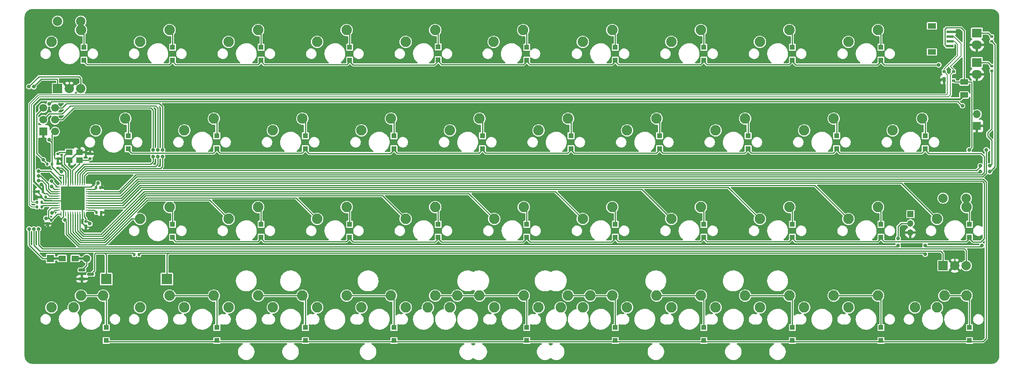
<source format=gbr>
%TF.GenerationSoftware,KiCad,Pcbnew,(7.0.0)*%
%TF.CreationDate,2023-05-29T16:43:27+02:00*%
%TF.ProjectId,Didaktik,44696461-6b74-4696-9b2e-6b696361645f,rev?*%
%TF.SameCoordinates,Original*%
%TF.FileFunction,Copper,L2,Bot*%
%TF.FilePolarity,Positive*%
%FSLAX46Y46*%
G04 Gerber Fmt 4.6, Leading zero omitted, Abs format (unit mm)*
G04 Created by KiCad (PCBNEW (7.0.0)) date 2023-05-29 16:43:27*
%MOMM*%
%LPD*%
G01*
G04 APERTURE LIST*
G04 Aperture macros list*
%AMRoundRect*
0 Rectangle with rounded corners*
0 $1 Rounding radius*
0 $2 $3 $4 $5 $6 $7 $8 $9 X,Y pos of 4 corners*
0 Add a 4 corners polygon primitive as box body*
4,1,4,$2,$3,$4,$5,$6,$7,$8,$9,$2,$3,0*
0 Add four circle primitives for the rounded corners*
1,1,$1+$1,$2,$3*
1,1,$1+$1,$4,$5*
1,1,$1+$1,$6,$7*
1,1,$1+$1,$8,$9*
0 Add four rect primitives between the rounded corners*
20,1,$1+$1,$2,$3,$4,$5,0*
20,1,$1+$1,$4,$5,$6,$7,0*
20,1,$1+$1,$6,$7,$8,$9,0*
20,1,$1+$1,$8,$9,$2,$3,0*%
G04 Aperture macros list end*
%TA.AperFunction,ComponentPad*%
%ADD10C,2.250000*%
%TD*%
%TA.AperFunction,ComponentPad*%
%ADD11O,2.159000X1.905000*%
%TD*%
%TA.AperFunction,ComponentPad*%
%ADD12R,2.159000X1.905000*%
%TD*%
%TA.AperFunction,SMDPad,CuDef*%
%ADD13R,1.600000X1.200000*%
%TD*%
%TA.AperFunction,SMDPad,CuDef*%
%ADD14R,2.900000X0.500000*%
%TD*%
%TA.AperFunction,ComponentPad*%
%ADD15R,1.600000X1.600000*%
%TD*%
%TA.AperFunction,ComponentPad*%
%ADD16C,1.600000*%
%TD*%
%TA.AperFunction,ComponentPad*%
%ADD17R,2.000000X2.000000*%
%TD*%
%TA.AperFunction,ComponentPad*%
%ADD18C,2.000000*%
%TD*%
%TA.AperFunction,SMDPad,CuDef*%
%ADD19R,1.100000X1.100000*%
%TD*%
%TA.AperFunction,ComponentPad*%
%ADD20R,1.350000X1.350000*%
%TD*%
%TA.AperFunction,ComponentPad*%
%ADD21O,1.350000X1.350000*%
%TD*%
%TA.AperFunction,SMDPad,CuDef*%
%ADD22RoundRect,0.140000X0.170000X-0.140000X0.170000X0.140000X-0.170000X0.140000X-0.170000X-0.140000X0*%
%TD*%
%TA.AperFunction,SMDPad,CuDef*%
%ADD23RoundRect,0.135000X-0.135000X-0.185000X0.135000X-0.185000X0.135000X0.185000X-0.135000X0.185000X0*%
%TD*%
%TA.AperFunction,SMDPad,CuDef*%
%ADD24R,1.400000X1.200000*%
%TD*%
%TA.AperFunction,SMDPad,CuDef*%
%ADD25RoundRect,0.062500X-0.475000X-0.062500X0.475000X-0.062500X0.475000X0.062500X-0.475000X0.062500X0*%
%TD*%
%TA.AperFunction,SMDPad,CuDef*%
%ADD26RoundRect,0.062500X-0.062500X-0.475000X0.062500X-0.475000X0.062500X0.475000X-0.062500X0.475000X0*%
%TD*%
%TA.AperFunction,SMDPad,CuDef*%
%ADD27R,5.200000X5.200000*%
%TD*%
%TA.AperFunction,SMDPad,CuDef*%
%ADD28RoundRect,0.150000X-0.587500X-0.150000X0.587500X-0.150000X0.587500X0.150000X-0.587500X0.150000X0*%
%TD*%
%TA.AperFunction,SMDPad,CuDef*%
%ADD29RoundRect,0.250000X-0.625000X0.375000X-0.625000X-0.375000X0.625000X-0.375000X0.625000X0.375000X0*%
%TD*%
%TA.AperFunction,SMDPad,CuDef*%
%ADD30RoundRect,0.135000X0.135000X0.185000X-0.135000X0.185000X-0.135000X-0.185000X0.135000X-0.185000X0*%
%TD*%
%TA.AperFunction,SMDPad,CuDef*%
%ADD31R,1.800000X1.200000*%
%TD*%
%TA.AperFunction,SMDPad,CuDef*%
%ADD32R,1.550000X0.600000*%
%TD*%
%TA.AperFunction,ComponentPad*%
%ADD33C,1.700000*%
%TD*%
%TA.AperFunction,ComponentPad*%
%ADD34R,1.700000X1.700000*%
%TD*%
%TA.AperFunction,SMDPad,CuDef*%
%ADD35RoundRect,0.140000X-0.170000X0.140000X-0.170000X-0.140000X0.170000X-0.140000X0.170000X0.140000X0*%
%TD*%
%TA.AperFunction,SMDPad,CuDef*%
%ADD36R,2.300000X2.300000*%
%TD*%
%TA.AperFunction,SMDPad,CuDef*%
%ADD37RoundRect,0.135000X0.185000X-0.135000X0.185000X0.135000X-0.185000X0.135000X-0.185000X-0.135000X0*%
%TD*%
%TA.AperFunction,SMDPad,CuDef*%
%ADD38R,0.700000X1.000000*%
%TD*%
%TA.AperFunction,SMDPad,CuDef*%
%ADD39R,0.700000X0.600000*%
%TD*%
%TA.AperFunction,SMDPad,CuDef*%
%ADD40RoundRect,0.140000X-0.140000X-0.170000X0.140000X-0.170000X0.140000X0.170000X-0.140000X0.170000X0*%
%TD*%
%TA.AperFunction,ComponentPad*%
%ADD41O,1.700000X1.700000*%
%TD*%
%TA.AperFunction,SMDPad,CuDef*%
%ADD42RoundRect,0.140000X0.140000X0.170000X-0.140000X0.170000X-0.140000X-0.170000X0.140000X-0.170000X0*%
%TD*%
%TA.AperFunction,SMDPad,CuDef*%
%ADD43RoundRect,0.140000X-0.021213X0.219203X-0.219203X0.021213X0.021213X-0.219203X0.219203X-0.021213X0*%
%TD*%
%TA.AperFunction,ViaPad*%
%ADD44C,0.800000*%
%TD*%
%TA.AperFunction,Conductor*%
%ADD45C,0.250000*%
%TD*%
%TA.AperFunction,Conductor*%
%ADD46C,0.200000*%
%TD*%
%TA.AperFunction,Conductor*%
%ADD47C,0.381000*%
%TD*%
%TA.AperFunction,Profile*%
%ADD48C,0.150000*%
%TD*%
G04 APERTURE END LIST*
D10*
%TO.P,SW33,1,1*%
%TO.N,COL2*%
X85090000Y-95885000D03*
%TO.P,SW33,2,2*%
%TO.N,Net-(D12-A)*%
X91440000Y-93345000D03*
%TD*%
%TO.P,SW15,1,1*%
%TO.N,COL4*%
X123190000Y-57785000D03*
%TO.P,SW15,2,2*%
%TO.N,Net-(D18-A)*%
X129540000Y-55245000D03*
%TD*%
%TO.P,SW36c1,1,1*%
%TO.N,COL4*%
X132715000Y-95885000D03*
%TO.P,SW36c1,2,2*%
%TO.N,Net-(D20-A)*%
X139065000Y-93345000D03*
%TD*%
%TO.P,SW7,1,1*%
%TO.N,COL6*%
X151765000Y-38735000D03*
%TO.P,SW7,2,2*%
%TO.N,Net-(D26-A)*%
X158115000Y-36195000D03*
%TD*%
%TO.P,SW27,1,1*%
%TO.N,COL6*%
X170815000Y-76835000D03*
%TO.P,SW27,2,2*%
%TO.N,Net-(D28-A)*%
X177165000Y-74295000D03*
%TD*%
%TO.P,SW34b1,1,1*%
%TO.N,COL3*%
X104140000Y-95885000D03*
%TO.P,SW34b1,2,2*%
%TO.N,Net-(D16-A)*%
X110490000Y-93345000D03*
%TD*%
%TO.P,SW14,1,1*%
%TO.N,COL3*%
X104140000Y-57785000D03*
%TO.P,SW14,2,2*%
%TO.N,Net-(D14-A)*%
X110490000Y-55245000D03*
%TD*%
%TO.P,SW33a1,1,1*%
%TO.N,COL2*%
X75565000Y-95885000D03*
%TO.P,SW33a1,2,2*%
%TO.N,Net-(D12-A)*%
X81915000Y-93345000D03*
%TD*%
%TO.P,SW9,1,1*%
%TO.N,COL8*%
X189865000Y-38735000D03*
%TO.P,SW9,2,2*%
%TO.N,Net-(D34-A)*%
X196215000Y-36195000D03*
%TD*%
D11*
%TO.P,D42,1,K*%
%TO.N,GND*%
X236537499Y-45719999D03*
D12*
%TO.P,D42,2,A*%
%TO.N,Net-(D42-A)*%
X236537499Y-43179999D03*
%TD*%
D10*
%TO.P,SW29,1,1*%
%TO.N,COL8*%
X208915000Y-76835000D03*
%TO.P,SW29,2,2*%
%TO.N,Net-(D36-A)*%
X215265000Y-74295000D03*
%TD*%
%TO.P,SW8,1,1*%
%TO.N,COL7*%
X170815000Y-38735000D03*
%TO.P,SW8,2,2*%
%TO.N,Net-(D30-A)*%
X177165000Y-36195000D03*
%TD*%
%TO.P,SW35b1,1,1*%
%TO.N,COL4*%
X113665000Y-95885000D03*
%TO.P,SW35b1,2,2*%
%TO.N,Net-(D20-A)*%
X120015000Y-93345000D03*
%TD*%
%TO.P,SW2,1,1*%
%TO.N,COL1*%
X56515000Y-38735000D03*
%TO.P,SW2,2,2*%
%TO.N,Net-(D5-A)*%
X62865000Y-36195000D03*
%TD*%
%TO.P,SW34,1,1*%
%TO.N,COL3*%
X104140000Y-95885000D03*
%TO.P,SW34,2,2*%
%TO.N,Net-(D16-A)*%
X110490000Y-93345000D03*
%TD*%
%TO.P,SW24,1,1*%
%TO.N,COL3*%
X113665000Y-76835000D03*
%TO.P,SW24,2,2*%
%TO.N,Net-(D15-A)*%
X120015000Y-74295000D03*
%TD*%
%TO.P,SW31,1,1*%
%TO.N,COL0*%
X42227500Y-95885000D03*
%TO.P,SW31,2,2*%
%TO.N,Net-(D4-A)*%
X48577500Y-93345000D03*
%TD*%
%TO.P,SW37a1,1,1*%
%TO.N,COL6*%
X170815000Y-95885000D03*
%TO.P,SW37a1,2,2*%
%TO.N,Net-(D29-A)*%
X177165000Y-93345000D03*
%TD*%
%TO.P,SW20,1,1*%
%TO.N,COL9*%
X218440000Y-57785000D03*
%TO.P,SW20,2,2*%
%TO.N,Net-(D39-A)*%
X224790000Y-55245000D03*
%TD*%
%TO.P,SW5,1,1*%
%TO.N,COL4*%
X113665000Y-38735000D03*
%TO.P,SW5,2,2*%
%TO.N,Net-(D17-A)*%
X120015000Y-36195000D03*
%TD*%
D13*
%TO.P,R5,1*%
%TO.N,SPEAKER*%
X39747999Y-85343999D03*
D14*
X38647999Y-85343999D03*
D15*
X37247999Y-85343999D03*
D16*
%TO.P,R5,2*%
%TO.N,Net-(Q1-B)*%
X45048000Y-85344000D03*
D14*
X43647999Y-85343999D03*
D13*
X42547999Y-85343999D03*
%TD*%
D10*
%TO.P,SW40a1,1,1*%
%TO.N,COL9*%
X227965000Y-95885000D03*
%TO.P,SW40a1,2,2*%
%TO.N,Net-(D41-A)*%
X234315000Y-93345000D03*
%TD*%
%TO.P,SW35,1,1*%
%TO.N,COL4*%
X123190000Y-95885000D03*
%TO.P,SW35,2,2*%
%TO.N,Net-(D20-A)*%
X129540000Y-93345000D03*
%TD*%
%TO.P,SW31a1,1,1*%
%TO.N,COL0*%
X37465000Y-95885000D03*
%TO.P,SW31a1,2,2*%
%TO.N,Net-(D4-A)*%
X43815000Y-93345000D03*
%TD*%
%TO.P,SW38,1,1*%
%TO.N,COL7*%
X180340000Y-95885000D03*
%TO.P,SW38,2,2*%
%TO.N,Net-(D33-A)*%
X186690000Y-93345000D03*
%TD*%
%TO.P,SW12,1,1*%
%TO.N,COL1*%
X66040000Y-57785000D03*
%TO.P,SW12,2,2*%
%TO.N,Net-(D6-A)*%
X72390000Y-55245000D03*
%TD*%
%TO.P,SW22,1,1*%
%TO.N,COL1*%
X75565000Y-76835000D03*
%TO.P,SW22,2,2*%
%TO.N,Net-(D7-A)*%
X81915000Y-74295000D03*
%TD*%
%TO.P,SW36a1,1,1*%
%TO.N,COL5*%
X147002500Y-95885000D03*
%TO.P,SW36a1,2,2*%
%TO.N,Net-(D24-A)*%
X153352500Y-93345000D03*
%TD*%
%TO.P,SW36b1,1,1*%
%TO.N,COL5*%
X151765000Y-95885000D03*
%TO.P,SW36b1,2,2*%
%TO.N,Net-(D24-A)*%
X158115000Y-93345000D03*
%TD*%
%TO.P,SW10,1,1*%
%TO.N,COL9*%
X208915000Y-38735000D03*
%TO.P,SW10,2,2*%
%TO.N,Net-(D38-A)*%
X215265000Y-36195000D03*
%TD*%
D11*
%TO.P,D43,1,K*%
%TO.N,GND*%
X236537499Y-39369999D03*
D12*
%TO.P,D43,2,A*%
%TO.N,Net-(D43-A)*%
X236537499Y-36829999D03*
%TD*%
D10*
%TO.P,SW35c1,1,1*%
%TO.N,COL4*%
X132715000Y-95885000D03*
%TO.P,SW35c1,2,2*%
%TO.N,Net-(D20-A)*%
X139065000Y-93345000D03*
%TD*%
%TO.P,SW6,1,1*%
%TO.N,COL5*%
X132588000Y-38735000D03*
%TO.P,SW6,2,2*%
%TO.N,Net-(D21-A)*%
X138938000Y-36195000D03*
%TD*%
%TO.P,SW19,1,1*%
%TO.N,COL8*%
X199390000Y-57785000D03*
%TO.P,SW19,2,2*%
%TO.N,Net-(D35-A)*%
X205740000Y-55245000D03*
%TD*%
%TO.P,SW3,1,1*%
%TO.N,COL2*%
X75565000Y-38735000D03*
%TO.P,SW3,2,2*%
%TO.N,Net-(D9-A)*%
X81915000Y-36195000D03*
%TD*%
%TO.P,SW17,1,1*%
%TO.N,COL6*%
X161290000Y-57785000D03*
%TO.P,SW17,2,2*%
%TO.N,Net-(D27-A)*%
X167640000Y-55245000D03*
%TD*%
%TO.P,SW39,1,1*%
%TO.N,COL8*%
X199390000Y-95885000D03*
%TO.P,SW39,2,2*%
%TO.N,Net-(D37-A)*%
X205740000Y-93345000D03*
%TD*%
%TO.P,SW11,1,1*%
%TO.N,COL0*%
X46990000Y-57785000D03*
%TO.P,SW11,2,2*%
%TO.N,Net-(D2-A)*%
X53340000Y-55245000D03*
%TD*%
%TO.P,SW21,1,1*%
%TO.N,COL0*%
X56515000Y-76835000D03*
%TO.P,SW21,2,2*%
%TO.N,Net-(D3-A)*%
X62865000Y-74295000D03*
%TD*%
%TO.P,SW16,1,1*%
%TO.N,COL5*%
X142240000Y-57785000D03*
%TO.P,SW16,2,2*%
%TO.N,Net-(D22-A)*%
X148590000Y-55245000D03*
%TD*%
%TO.P,SW18,1,1*%
%TO.N,COL7*%
X180340000Y-57785000D03*
%TO.P,SW18,2,2*%
%TO.N,Net-(D31-A)*%
X186690000Y-55245000D03*
%TD*%
D17*
%TO.P,SW42,A,A*%
%TO.N,ROTARY_C*%
X229274999Y-86874999D03*
D18*
%TO.P,SW42,B,B*%
%TO.N,ROTARY_D*%
X234275000Y-86875000D03*
%TO.P,SW42,C,C*%
%TO.N,GND*%
X231775000Y-86875000D03*
%TO.P,SW42,S1,S1*%
%TO.N,Net-(D40-A)*%
X234275000Y-72375000D03*
%TO.P,SW42,S2,S2*%
%TO.N,COL9*%
X229275000Y-72375000D03*
%TD*%
D10*
%TO.P,SW32a1,1,1*%
%TO.N,COL1*%
X56515000Y-95885000D03*
%TO.P,SW32a1,2,2*%
%TO.N,Net-(D8-A)*%
X62865000Y-93345000D03*
%TD*%
%TO.P,SW37b1,1,1*%
%TO.N,COL6*%
X161290000Y-95885000D03*
%TO.P,SW37b1,2,2*%
%TO.N,Net-(D29-A)*%
X167640000Y-93345000D03*
%TD*%
%TO.P,SW34a1,1,1*%
%TO.N,COL3*%
X94615000Y-95885000D03*
%TO.P,SW34a1,2,2*%
%TO.N,Net-(D16-A)*%
X100965000Y-93345000D03*
%TD*%
%TO.P,SW36,1,1*%
%TO.N,COL5*%
X142240000Y-95885000D03*
%TO.P,SW36,2,2*%
%TO.N,Net-(D24-A)*%
X148590000Y-93345000D03*
%TD*%
%TO.P,SW28,1,1*%
%TO.N,COL7*%
X189865000Y-76835000D03*
%TO.P,SW28,2,2*%
%TO.N,Net-(D32-A)*%
X196215000Y-74295000D03*
%TD*%
%TO.P,SW1,1,1*%
%TO.N,COL0*%
X37465000Y-38735000D03*
%TO.P,SW1,2,2*%
%TO.N,Net-(D1-A)*%
X43815000Y-36195000D03*
%TD*%
%TO.P,SW40,1,1*%
%TO.N,COL9*%
X223202500Y-95885000D03*
%TO.P,SW40,2,2*%
%TO.N,Net-(D41-A)*%
X229552500Y-93345000D03*
%TD*%
%TO.P,SW39a1,1,1*%
%TO.N,COL8*%
X208915000Y-95885000D03*
%TO.P,SW39a1,2,2*%
%TO.N,Net-(D37-A)*%
X215265000Y-93345000D03*
%TD*%
%TO.P,SW37,1,1*%
%TO.N,COL6*%
X161290000Y-95885000D03*
%TO.P,SW37,2,2*%
%TO.N,Net-(D29-A)*%
X167640000Y-93345000D03*
%TD*%
%TO.P,SW4,1,1*%
%TO.N,COL3*%
X94615000Y-38735000D03*
%TO.P,SW4,2,2*%
%TO.N,Net-(D13-A)*%
X100965000Y-36195000D03*
%TD*%
%TO.P,SW35a1,1,1*%
%TO.N,COL4*%
X118427500Y-95885000D03*
%TO.P,SW35a1,2,2*%
%TO.N,Net-(D20-A)*%
X124777500Y-93345000D03*
%TD*%
%TO.P,SW32,1,1*%
%TO.N,COL1*%
X66040000Y-95885000D03*
%TO.P,SW32,2,2*%
%TO.N,Net-(D8-A)*%
X72390000Y-93345000D03*
%TD*%
%TO.P,SW26,1,1*%
%TO.N,COL5*%
X151765000Y-76835000D03*
%TO.P,SW26,2,2*%
%TO.N,Net-(D23-A)*%
X158115000Y-74295000D03*
%TD*%
%TO.P,SW30,1,1*%
%TO.N,COL9*%
X227965000Y-76835000D03*
%TO.P,SW30,2,2*%
%TO.N,Net-(D40-A)*%
X234315000Y-74295000D03*
%TD*%
%TO.P,SW38a1,1,1*%
%TO.N,COL7*%
X189865000Y-95885000D03*
%TO.P,SW38a1,2,2*%
%TO.N,Net-(D33-A)*%
X196215000Y-93345000D03*
%TD*%
%TO.P,SW13,1,1*%
%TO.N,COL2*%
X85090000Y-57785000D03*
%TO.P,SW13,2,2*%
%TO.N,Net-(D10-A)*%
X91440000Y-55245000D03*
%TD*%
D17*
%TO.P,SW41,A,A*%
%TO.N,ROTARY_A*%
X38774999Y-48774999D03*
D18*
%TO.P,SW41,B,B*%
%TO.N,ROTARY_B*%
X43775000Y-48775000D03*
%TO.P,SW41,C,C*%
%TO.N,GND*%
X41275000Y-48775000D03*
%TO.P,SW41,S1,S1*%
%TO.N,Net-(D1-A)*%
X43775000Y-34275000D03*
%TO.P,SW41,S2,S2*%
%TO.N,COL0*%
X38775000Y-34275000D03*
%TD*%
D10*
%TO.P,SW25,1,1*%
%TO.N,COL4*%
X132715000Y-76835000D03*
%TO.P,SW25,2,2*%
%TO.N,Net-(D19-A)*%
X139065000Y-74295000D03*
%TD*%
%TO.P,SW23,1,1*%
%TO.N,COL2*%
X94615000Y-76835000D03*
%TO.P,SW23,2,2*%
%TO.N,Net-(D11-A)*%
X100965000Y-74295000D03*
%TD*%
D19*
%TO.P,D29,1,K*%
%TO.N,ROW3*%
X177799999Y-102999999D03*
%TO.P,D29,2,A*%
%TO.N,Net-(D29-A)*%
X177799999Y-100199999D03*
%TD*%
D20*
%TO.P,J3,1,Pin_1*%
%TO.N,VCC*%
X222249999Y-75787499D03*
D21*
%TO.P,J3,2,Pin_2*%
%TO.N,RGB*%
X222249999Y-77787499D03*
%TO.P,J3,3,Pin_3*%
%TO.N,GND*%
X222249999Y-79787499D03*
%TD*%
D19*
%TO.P,D6,1,K*%
%TO.N,ROW1*%
X73024999Y-61724999D03*
%TO.P,D6,2,A*%
%TO.N,Net-(D6-A)*%
X73024999Y-58924999D03*
%TD*%
D22*
%TO.P,C1,1*%
%TO.N,+5V*%
X38798500Y-65885000D03*
%TO.P,C1,2*%
%TO.N,GND*%
X38798500Y-64925000D03*
%TD*%
D19*
%TO.P,D14,1,K*%
%TO.N,ROW1*%
X111124999Y-61724999D03*
%TO.P,D14,2,A*%
%TO.N,Net-(D14-A)*%
X111124999Y-58924999D03*
%TD*%
%TO.P,D40,1,K*%
%TO.N,ROW2*%
X234949999Y-80774999D03*
%TO.P,D40,2,A*%
%TO.N,Net-(D40-A)*%
X234949999Y-77974999D03*
%TD*%
%TO.P,D8,1,K*%
%TO.N,ROW3*%
X73024999Y-102999999D03*
%TO.P,D8,2,A*%
%TO.N,Net-(D8-A)*%
X73024999Y-100199999D03*
%TD*%
%TO.P,D3,1,K*%
%TO.N,ROW2*%
X63499999Y-80774999D03*
%TO.P,D3,2,A*%
%TO.N,Net-(D3-A)*%
X63499999Y-77974999D03*
%TD*%
%TO.P,D36,1,K*%
%TO.N,ROW2*%
X215899999Y-80774999D03*
%TO.P,D36,2,A*%
%TO.N,Net-(D36-A)*%
X215899999Y-77974999D03*
%TD*%
%TO.P,D32,1,K*%
%TO.N,ROW2*%
X196849999Y-80774999D03*
%TO.P,D32,2,A*%
%TO.N,Net-(D32-A)*%
X196849999Y-77974999D03*
%TD*%
D22*
%TO.P,C4,1*%
%TO.N,GND*%
X38798500Y-63817250D03*
%TO.P,C4,2*%
%TO.N,XTAL2*%
X38798500Y-62857250D03*
%TD*%
D19*
%TO.P,D1,1,K*%
%TO.N,ROW0*%
X44449999Y-42674999D03*
%TO.P,D1,2,A*%
%TO.N,Net-(D1-A)*%
X44449999Y-39874999D03*
%TD*%
D23*
%TO.P,R4,1*%
%TO.N,Net-(U1-~{HWB}{slash}PE2)*%
X47115000Y-75438000D03*
%TO.P,R4,2*%
%TO.N,GND*%
X48135000Y-75438000D03*
%TD*%
D24*
%TO.P,Y1,1,1*%
%TO.N,XTAL1*%
X43454499Y-64187249D03*
%TO.P,Y1,2,2*%
%TO.N,GND*%
X41254499Y-64187249D03*
%TO.P,Y1,3,3*%
%TO.N,XTAL2*%
X41254499Y-62487249D03*
%TO.P,Y1,4,4*%
%TO.N,GND*%
X43454499Y-62487249D03*
%TD*%
D19*
%TO.P,D15,1,K*%
%TO.N,ROW2*%
X120649999Y-80774999D03*
%TO.P,D15,2,A*%
%TO.N,Net-(D15-A)*%
X120649999Y-77974999D03*
%TD*%
D25*
%TO.P,U1,1,PE6*%
%TO.N,RGB*%
X38699500Y-74917750D03*
%TO.P,U1,2,UVCC*%
%TO.N,+5V*%
X38699500Y-74417750D03*
%TO.P,U1,3,D-*%
%TO.N,Net-(U1-D-)*%
X38699500Y-73917750D03*
%TO.P,U1,4,D+*%
%TO.N,Net-(U1-D+)*%
X38699500Y-73417750D03*
%TO.P,U1,5,UGND*%
%TO.N,GND*%
X38699500Y-72917750D03*
%TO.P,U1,6,UCAP*%
%TO.N,Net-(U1-UCAP)*%
X38699500Y-72417750D03*
%TO.P,U1,7,VBUS*%
%TO.N,+5V*%
X38699500Y-71917750D03*
%TO.P,U1,8,PB0*%
%TO.N,ROTARY_D*%
X38699500Y-71417750D03*
%TO.P,U1,9,PB1*%
%TO.N,ROTARY_C*%
X38699500Y-70917750D03*
%TO.P,U1,10,PB2*%
%TO.N,ROTARY_B*%
X38699500Y-70417750D03*
%TO.P,U1,11,PB3*%
%TO.N,ROTARY_A*%
X38699500Y-69917750D03*
D26*
%TO.P,U1,12,PB7*%
%TO.N,SPEAKER*%
X39537000Y-69080250D03*
%TO.P,U1,13,~{RESET}*%
%TO.N,RESET*%
X40037000Y-69080250D03*
%TO.P,U1,14,VCC*%
%TO.N,+5V*%
X40537000Y-69080250D03*
%TO.P,U1,15,GND*%
%TO.N,GND*%
X41037000Y-69080250D03*
%TO.P,U1,16,XTAL2*%
%TO.N,XTAL2*%
X41537000Y-69080250D03*
%TO.P,U1,17,XTAL1*%
%TO.N,XTAL1*%
X42037000Y-69080250D03*
%TO.P,U1,18,PD0*%
%TO.N,SCK*%
X42537000Y-69080250D03*
%TO.P,U1,19,PD1*%
%TO.N,MOSI*%
X43037000Y-69080250D03*
%TO.P,U1,20,PD2*%
%TO.N,MISO*%
X43537000Y-69080250D03*
%TO.P,U1,21,PD3*%
%TO.N,LED capslock*%
X44037000Y-69080250D03*
%TO.P,U1,22,PD5*%
%TO.N,LED Power*%
X44537000Y-69080250D03*
D25*
%TO.P,U1,23,GND*%
%TO.N,GND*%
X45374500Y-69917750D03*
%TO.P,U1,24,AVCC*%
%TO.N,+5V*%
X45374500Y-70417750D03*
%TO.P,U1,25,PD4*%
%TO.N,ROW1*%
X45374500Y-70917750D03*
%TO.P,U1,26,PD6*%
%TO.N,ROW0*%
X45374500Y-71417750D03*
%TO.P,U1,27,PD7*%
%TO.N,ROW3*%
X45374500Y-71917750D03*
%TO.P,U1,28,PB4*%
%TO.N,ROW2*%
X45374500Y-72417750D03*
%TO.P,U1,29,PB5*%
%TO.N,COL9*%
X45374500Y-72917750D03*
%TO.P,U1,30,PB6*%
%TO.N,COL8*%
X45374500Y-73417750D03*
%TO.P,U1,31,PC6*%
%TO.N,COL7*%
X45374500Y-73917750D03*
%TO.P,U1,32,PC7*%
%TO.N,COL6*%
X45374500Y-74417750D03*
%TO.P,U1,33,~{HWB}/PE2*%
%TO.N,Net-(U1-~{HWB}{slash}PE2)*%
X45374500Y-74917750D03*
D26*
%TO.P,U1,34,VCC*%
%TO.N,+5V*%
X44537000Y-75755250D03*
%TO.P,U1,35,GND*%
%TO.N,GND*%
X44037000Y-75755250D03*
%TO.P,U1,36,PF7*%
%TO.N,COL5*%
X43537000Y-75755250D03*
%TO.P,U1,37,PF6*%
%TO.N,COL4*%
X43037000Y-75755250D03*
%TO.P,U1,38,PF5*%
%TO.N,COL3*%
X42537000Y-75755250D03*
%TO.P,U1,39,PF4*%
%TO.N,COL2*%
X42037000Y-75755250D03*
%TO.P,U1,40,PF1*%
%TO.N,COL1*%
X41537000Y-75755250D03*
%TO.P,U1,41,PF0*%
%TO.N,COL0*%
X41037000Y-75755250D03*
%TO.P,U1,42,AREF*%
%TO.N,unconnected-(U1-AREF-Pad42)*%
X40537000Y-75755250D03*
%TO.P,U1,43,GND*%
%TO.N,GND*%
X40037000Y-75755250D03*
%TO.P,U1,44,AVCC*%
%TO.N,+5V*%
X39537000Y-75755250D03*
D27*
%TO.P,U1,45,GND*%
%TO.N,GND*%
X42036999Y-72417749D03*
%TD*%
D28*
%TO.P,Q1,1,E*%
%TO.N,GND*%
X44020500Y-89723000D03*
%TO.P,Q1,2,B*%
%TO.N,Net-(Q1-B)*%
X44020500Y-87823000D03*
%TO.P,Q1,3,C*%
%TO.N,Net-(Q1-C)*%
X45895500Y-88773000D03*
%TD*%
D19*
%TO.P,D34,1,K*%
%TO.N,ROW0*%
X196849999Y-42674999D03*
%TO.P,D34,2,A*%
%TO.N,Net-(D34-A)*%
X196849999Y-39874999D03*
%TD*%
%TO.P,D23,1,K*%
%TO.N,ROW2*%
X158749999Y-80774999D03*
%TO.P,D23,2,A*%
%TO.N,Net-(D23-A)*%
X158749999Y-77974999D03*
%TD*%
%TO.P,D21,1,K*%
%TO.N,ROW0*%
X139699999Y-42674999D03*
%TO.P,D21,2,A*%
%TO.N,Net-(D21-A)*%
X139699999Y-39874999D03*
%TD*%
%TO.P,D39,1,K*%
%TO.N,ROW1*%
X225424999Y-61724999D03*
%TO.P,D39,2,A*%
%TO.N,Net-(D39-A)*%
X225424999Y-58924999D03*
%TD*%
%TO.P,D30,1,K*%
%TO.N,ROW0*%
X177799999Y-42674999D03*
%TO.P,D30,2,A*%
%TO.N,Net-(D30-A)*%
X177799999Y-39874999D03*
%TD*%
%TO.P,D41,1,K*%
%TO.N,ROW3*%
X234949999Y-102999999D03*
%TO.P,D41,2,A*%
%TO.N,Net-(D41-A)*%
X234949999Y-100199999D03*
%TD*%
%TO.P,D20,1,K*%
%TO.N,ROW3*%
X139699999Y-102999999D03*
%TO.P,D20,2,A*%
%TO.N,Net-(D20-A)*%
X139699999Y-100199999D03*
%TD*%
%TO.P,D24,1,K*%
%TO.N,ROW3*%
X158749999Y-102999999D03*
%TO.P,D24,2,A*%
%TO.N,Net-(D24-A)*%
X158749999Y-100199999D03*
%TD*%
D29*
%TO.P,F1,1*%
%TO.N,VCC*%
X233807000Y-47368000D03*
%TO.P,F1,2*%
%TO.N,+5V*%
X233807000Y-50168000D03*
%TD*%
D19*
%TO.P,D26,1,K*%
%TO.N,ROW0*%
X158749999Y-42674999D03*
%TO.P,D26,2,A*%
%TO.N,Net-(D26-A)*%
X158749999Y-39874999D03*
%TD*%
D30*
%TO.P,R6,1*%
%TO.N,VCC*%
X56263000Y-84505577D03*
%TO.P,R6,2*%
%TO.N,Net-(Q1-C)*%
X55243000Y-84505577D03*
%TD*%
D19*
%TO.P,D22,1,K*%
%TO.N,ROW1*%
X149224999Y-61724999D03*
%TO.P,D22,2,A*%
%TO.N,Net-(D22-A)*%
X149224999Y-58924999D03*
%TD*%
D31*
%TO.P,J1,*%
%TO.N,*%
X226849999Y-40899999D03*
X226849999Y-35299999D03*
D32*
%TO.P,J1,1,Pin_1*%
%TO.N,VCC*%
X230724999Y-39599999D03*
%TO.P,J1,2,Pin_2*%
%TO.N,D-*%
X230724999Y-38599999D03*
%TO.P,J1,3,Pin_3*%
%TO.N,D+*%
X230724999Y-37599999D03*
%TO.P,J1,4,Pin_4*%
%TO.N,GND*%
X230724999Y-36599999D03*
%TD*%
D19*
%TO.P,D13,1,K*%
%TO.N,ROW0*%
X101599999Y-42674999D03*
%TO.P,D13,2,A*%
%TO.N,Net-(D13-A)*%
X101599999Y-39874999D03*
%TD*%
D33*
%TO.P,J2,1,MISO*%
%TO.N,MISO*%
X38227000Y-52959000D03*
%TO.P,J2,2,VCC*%
%TO.N,+5V*%
X35687000Y-52959000D03*
%TO.P,J2,3,SCK*%
%TO.N,SCK*%
X38227000Y-55499000D03*
%TO.P,J2,4,MOSI*%
%TO.N,MOSI*%
X35687000Y-55499000D03*
%TO.P,J2,5,~{RST}*%
%TO.N,RESET*%
X38227000Y-58039000D03*
D34*
%TO.P,J2,6,GND*%
%TO.N,GND*%
X35686999Y-58038999D03*
%TD*%
D35*
%TO.P,C3,1*%
%TO.N,GND*%
X45783500Y-62857250D03*
%TO.P,C3,2*%
%TO.N,XTAL1*%
X45783500Y-63817250D03*
%TD*%
D19*
%TO.P,D7,1,K*%
%TO.N,ROW2*%
X82549999Y-80774999D03*
%TO.P,D7,2,A*%
%TO.N,Net-(D7-A)*%
X82549999Y-77974999D03*
%TD*%
%TO.P,D4,1,K*%
%TO.N,ROW3*%
X49212499Y-102999999D03*
%TO.P,D4,2,A*%
%TO.N,Net-(D4-A)*%
X49212499Y-100199999D03*
%TD*%
D23*
%TO.P,R2,1*%
%TO.N,D+*%
X34351500Y-73243250D03*
%TO.P,R2,2*%
%TO.N,Net-(U1-D+)*%
X35371500Y-73243250D03*
%TD*%
D19*
%TO.P,D38,1,K*%
%TO.N,ROW0*%
X215899999Y-42674999D03*
%TO.P,D38,2,A*%
%TO.N,Net-(D38-A)*%
X215899999Y-39874999D03*
%TD*%
D23*
%TO.P,R3,1*%
%TO.N,+5V*%
X36574000Y-65024000D03*
%TO.P,R3,2*%
%TO.N,RESET*%
X37594000Y-65024000D03*
%TD*%
D19*
%TO.P,D31,1,K*%
%TO.N,ROW1*%
X187324999Y-61724999D03*
%TO.P,D31,2,A*%
%TO.N,Net-(D31-A)*%
X187324999Y-58924999D03*
%TD*%
%TO.P,D2,1,K*%
%TO.N,ROW1*%
X53974999Y-61724999D03*
%TO.P,D2,2,A*%
%TO.N,Net-(D2-A)*%
X53974999Y-58924999D03*
%TD*%
D36*
%TO.P,LS1,1,1*%
%TO.N,VCC*%
X62252999Y-89788999D03*
%TO.P,LS1,2,2*%
%TO.N,Net-(Q1-C)*%
X49252999Y-89788999D03*
%TD*%
D19*
%TO.P,D9,1,K*%
%TO.N,ROW0*%
X82549999Y-42674999D03*
%TO.P,D9,2,A*%
%TO.N,Net-(D9-A)*%
X82549999Y-39874999D03*
%TD*%
%TO.P,D12,1,K*%
%TO.N,ROW3*%
X92074999Y-102999999D03*
%TO.P,D12,2,A*%
%TO.N,Net-(D12-A)*%
X92074999Y-100199999D03*
%TD*%
%TO.P,D35,1,K*%
%TO.N,ROW1*%
X206374999Y-61724999D03*
%TO.P,D35,2,A*%
%TO.N,Net-(D35-A)*%
X206374999Y-58924999D03*
%TD*%
D37*
%TO.P,R9,1*%
%TO.N,LED Power*%
X239769074Y-38610000D03*
%TO.P,R9,2*%
%TO.N,Net-(D43-A)*%
X239769074Y-37590000D03*
%TD*%
D19*
%TO.P,D33,1,K*%
%TO.N,ROW3*%
X196849999Y-102999999D03*
%TO.P,D33,2,A*%
%TO.N,Net-(D33-A)*%
X196849999Y-100199999D03*
%TD*%
%TO.P,D17,1,K*%
%TO.N,ROW0*%
X120649999Y-42612499D03*
%TO.P,D17,2,A*%
%TO.N,Net-(D17-A)*%
X120649999Y-39812499D03*
%TD*%
%TO.P,D27,1,K*%
%TO.N,ROW1*%
X168274999Y-61724999D03*
%TO.P,D27,2,A*%
%TO.N,Net-(D27-A)*%
X168274999Y-58924999D03*
%TD*%
D38*
%TO.P,D25,1,GND*%
%TO.N,GND*%
X229504999Y-46850999D03*
D39*
%TO.P,D25,2,I/O1*%
%TO.N,D-*%
X229504999Y-45150999D03*
%TO.P,D25,3,I/O2*%
%TO.N,D+*%
X231504999Y-45150999D03*
%TO.P,D25,4,VCC*%
%TO.N,VCC*%
X231504999Y-47050999D03*
%TD*%
D19*
%TO.P,D16,1,K*%
%TO.N,ROW3*%
X111124999Y-102999999D03*
%TO.P,D16,2,A*%
%TO.N,Net-(D16-A)*%
X111124999Y-100199999D03*
%TD*%
%TO.P,D28,1,K*%
%TO.N,ROW2*%
X177799999Y-80774999D03*
%TO.P,D28,2,A*%
%TO.N,Net-(D28-A)*%
X177799999Y-77974999D03*
%TD*%
%TO.P,D18,1,K*%
%TO.N,ROW1*%
X130174999Y-61724999D03*
%TO.P,D18,2,A*%
%TO.N,Net-(D18-A)*%
X130174999Y-58924999D03*
%TD*%
D37*
%TO.P,R8,1*%
%TO.N,LED capslock*%
X239712500Y-44960000D03*
%TO.P,R8,2*%
%TO.N,Net-(D42-A)*%
X239712500Y-43940000D03*
%TD*%
D19*
%TO.P,D5,1,K*%
%TO.N,ROW0*%
X63499999Y-42674999D03*
%TO.P,D5,2,A*%
%TO.N,Net-(D5-A)*%
X63499999Y-39874999D03*
%TD*%
%TO.P,D19,1,K*%
%TO.N,ROW2*%
X139699999Y-80774999D03*
%TO.P,D19,2,A*%
%TO.N,Net-(D19-A)*%
X139699999Y-77974999D03*
%TD*%
D40*
%TO.P,C5,1*%
%TO.N,+5V*%
X47018000Y-70104000D03*
%TO.P,C5,2*%
%TO.N,GND*%
X47978000Y-70104000D03*
%TD*%
D19*
%TO.P,D10,1,K*%
%TO.N,ROW1*%
X92074999Y-61724999D03*
%TO.P,D10,2,A*%
%TO.N,Net-(D10-A)*%
X92074999Y-58924999D03*
%TD*%
D23*
%TO.P,R1,1*%
%TO.N,D-*%
X34351500Y-74259250D03*
%TO.P,R1,2*%
%TO.N,Net-(U1-D-)*%
X35371500Y-74259250D03*
%TD*%
D34*
%TO.P,SW_Reset2,1,1*%
%TO.N,GND*%
X236537499Y-56837499D03*
D41*
%TO.P,SW_Reset2,2,2*%
%TO.N,RESET*%
X236537499Y-54297499D03*
%TD*%
D35*
%TO.P,C7,1*%
%TO.N,+5V*%
X44831000Y-77371000D03*
%TO.P,C7,2*%
%TO.N,GND*%
X44831000Y-78331000D03*
%TD*%
D42*
%TO.P,C6,1*%
%TO.N,Net-(U1-UCAP)*%
X36230500Y-72100250D03*
%TO.P,C6,2*%
%TO.N,GND*%
X35270500Y-72100250D03*
%TD*%
D19*
%TO.P,D37,1,K*%
%TO.N,ROW3*%
X215899999Y-102999999D03*
%TO.P,D37,2,A*%
%TO.N,Net-(D37-A)*%
X215899999Y-100199999D03*
%TD*%
D43*
%TO.P,C2,1*%
%TO.N,+5V*%
X37359911Y-77094839D03*
%TO.P,C2,2*%
%TO.N,GND*%
X36681089Y-77773661D03*
%TD*%
D42*
%TO.P,C8,1*%
%TO.N,+5V*%
X35595500Y-70957250D03*
%TO.P,C8,2*%
%TO.N,GND*%
X34635500Y-70957250D03*
%TD*%
D19*
%TO.P,D11,1,K*%
%TO.N,ROW2*%
X101599999Y-80774999D03*
%TO.P,D11,2,A*%
%TO.N,Net-(D11-A)*%
X101599999Y-77974999D03*
%TD*%
D44*
%TO.N,MOSI*%
X60325000Y-61969401D03*
X60325000Y-63418401D03*
%TO.N,MISO*%
X61324503Y-63418401D03*
X61324503Y-61969401D03*
%TO.N,LED capslock*%
X237280353Y-65405000D03*
X239299500Y-65405000D03*
%TO.N,LED Power*%
X237292652Y-66599500D03*
X239299500Y-66675000D03*
%TO.N,GND*%
X41275000Y-47117000D03*
X239649000Y-58674000D03*
X35877500Y-78577250D03*
X49407299Y-68702701D03*
X49022000Y-75438000D03*
X35687000Y-59817000D03*
X231775000Y-85090000D03*
X232492031Y-36599980D03*
X236534647Y-41127157D03*
X236537500Y-58651931D03*
X33865500Y-70953717D03*
X33881233Y-72103618D03*
X44831000Y-79375000D03*
X228346000Y-47498000D03*
X236537500Y-47476835D03*
X224282000Y-79756000D03*
X42413052Y-89725122D03*
%TO.N,+5V*%
X35246463Y-69442014D03*
X45720000Y-77851000D03*
X36258500Y-76672250D03*
X35687000Y-64135000D03*
X47498500Y-69114000D03*
X39624000Y-66675000D03*
%TO.N,ROTARY_A*%
X33655000Y-48387000D03*
X37465000Y-68707000D03*
%TO.N,VCC*%
X225425000Y-84439500D03*
X234874569Y-61991086D03*
X225425000Y-82540500D03*
X237617000Y-82550000D03*
%TO.N,SCK*%
X59325523Y-63425536D03*
X59325497Y-61969401D03*
%TO.N,ROTARY_C*%
X34671000Y-67580497D03*
X33655000Y-78994000D03*
%TO.N,ROW0*%
X238584761Y-61957910D03*
X228346000Y-43688000D03*
%TO.N,RESET*%
X36957000Y-52098000D03*
X233437500Y-52462500D03*
X36957000Y-59817000D03*
%TO.N,ROTARY_B*%
X37496500Y-69850000D03*
X32601318Y-48371927D03*
%TO.N,ROTARY_D*%
X34654503Y-78994000D03*
X34671000Y-68580000D03*
%TO.N,RGB*%
X40312500Y-77090750D03*
X219583000Y-82540500D03*
X37554500Y-75569299D03*
X219583000Y-81019401D03*
%TO.N,SPEAKER*%
X34671000Y-66580994D03*
X32655497Y-78994000D03*
%TD*%
D45*
%TO.N,Net-(U1-UCAP)*%
X38699500Y-72417750D02*
X36548000Y-72417750D01*
X36548000Y-72417750D02*
X36230500Y-72100250D01*
%TO.N,Net-(D1-A)*%
X43815000Y-36195000D02*
X44450000Y-36830000D01*
X43775000Y-36155000D02*
X43815000Y-36195000D01*
X44450000Y-36830000D02*
X44450000Y-39625000D01*
X43775000Y-34275000D02*
X43775000Y-36155000D01*
%TO.N,Net-(D2-A)*%
X53975000Y-55880000D02*
X53975000Y-58675000D01*
X53340000Y-55245000D02*
X53975000Y-55880000D01*
%TO.N,Net-(D3-A)*%
X63500000Y-74930000D02*
X63500000Y-77725000D01*
X62865000Y-74295000D02*
X63500000Y-74930000D01*
%TO.N,Net-(D4-A)*%
X43815000Y-93345000D02*
X48577500Y-93345000D01*
X48577500Y-93345000D02*
X49212500Y-93980000D01*
X49212500Y-93980000D02*
X49212500Y-99950000D01*
%TO.N,Net-(D5-A)*%
X63500000Y-36830000D02*
X63500000Y-39625000D01*
X62865000Y-36195000D02*
X63500000Y-36830000D01*
%TO.N,Net-(D6-A)*%
X73025000Y-55880000D02*
X73025000Y-58675000D01*
X72390000Y-55245000D02*
X73025000Y-55880000D01*
%TO.N,Net-(D7-A)*%
X81915000Y-74295000D02*
X82550000Y-74930000D01*
X82550000Y-74930000D02*
X82550000Y-77725000D01*
%TO.N,Net-(D8-A)*%
X72390000Y-93345000D02*
X73025000Y-93980000D01*
X73025000Y-93980000D02*
X73025000Y-99950000D01*
X62865000Y-93345000D02*
X72390000Y-93345000D01*
%TO.N,Net-(D9-A)*%
X81915000Y-36195000D02*
X82550000Y-36830000D01*
X82550000Y-36830000D02*
X82550000Y-39625000D01*
%TO.N,Net-(D10-A)*%
X91440000Y-55245000D02*
X92075000Y-55880000D01*
X92075000Y-55880000D02*
X92075000Y-58675000D01*
%TO.N,Net-(D11-A)*%
X100965000Y-74295000D02*
X101600000Y-74930000D01*
X101600000Y-74930000D02*
X101600000Y-77725000D01*
%TO.N,Net-(D12-A)*%
X92075000Y-93980000D02*
X92075000Y-99950000D01*
X81915000Y-93345000D02*
X91440000Y-93345000D01*
X91440000Y-93345000D02*
X92075000Y-93980000D01*
%TO.N,Net-(D13-A)*%
X100965000Y-36195000D02*
X101600000Y-36830000D01*
X101600000Y-36830000D02*
X101600000Y-39625000D01*
%TO.N,Net-(D14-A)*%
X111125000Y-55880000D02*
X111125000Y-58675000D01*
X110490000Y-55245000D02*
X111125000Y-55880000D01*
%TO.N,Net-(D15-A)*%
X120650000Y-74930000D02*
X120650000Y-77725000D01*
X120015000Y-74295000D02*
X120650000Y-74930000D01*
%TO.N,Net-(D16-A)*%
X111125000Y-93980000D02*
X111125000Y-99950000D01*
X100965000Y-93345000D02*
X110490000Y-93345000D01*
X110490000Y-93345000D02*
X111125000Y-93980000D01*
%TO.N,Net-(D17-A)*%
X120650000Y-36830000D02*
X120650000Y-39562500D01*
X120015000Y-36195000D02*
X120650000Y-36830000D01*
%TO.N,Net-(D18-A)*%
X129540000Y-55245000D02*
X130175000Y-55880000D01*
X130175000Y-55880000D02*
X130175000Y-58675000D01*
%TO.N,Net-(D19-A)*%
X139065000Y-74295000D02*
X139700000Y-74930000D01*
X139700000Y-74930000D02*
X139700000Y-77725000D01*
%TO.N,Net-(D20-A)*%
X139700000Y-93980000D02*
X139700000Y-99950000D01*
X120015000Y-93345000D02*
X124777500Y-93345000D01*
X124777500Y-93345000D02*
X129540000Y-93345000D01*
X139065000Y-93345000D02*
X139700000Y-93980000D01*
X129540000Y-93345000D02*
X139065000Y-93345000D01*
%TO.N,Net-(D21-A)*%
X139700000Y-36957000D02*
X139700000Y-39625000D01*
X138938000Y-36195000D02*
X139700000Y-36957000D01*
%TO.N,Net-(D22-A)*%
X149225000Y-55880000D02*
X149225000Y-58675000D01*
X148590000Y-55245000D02*
X149225000Y-55880000D01*
%TO.N,Net-(D23-A)*%
X158750000Y-74930000D02*
X158750000Y-77725000D01*
X158115000Y-74295000D02*
X158750000Y-74930000D01*
%TO.N,Net-(D24-A)*%
X148590000Y-93345000D02*
X153352500Y-93345000D01*
X158750000Y-93980000D02*
X158750000Y-99950000D01*
X158115000Y-93345000D02*
X158750000Y-93980000D01*
X153352500Y-93345000D02*
X158115000Y-93345000D01*
%TO.N,Net-(D26-A)*%
X158115000Y-36195000D02*
X158750000Y-36830000D01*
X158750000Y-36830000D02*
X158750000Y-39625000D01*
%TO.N,Net-(D27-A)*%
X167640000Y-55245000D02*
X168275000Y-55880000D01*
X168275000Y-55880000D02*
X168275000Y-58675000D01*
%TO.N,Net-(D28-A)*%
X177800000Y-74930000D02*
X177800000Y-77725000D01*
X177165000Y-74295000D02*
X177800000Y-74930000D01*
%TO.N,Net-(D29-A)*%
X177800000Y-93980000D02*
X177800000Y-99950000D01*
X177165000Y-93345000D02*
X177800000Y-93980000D01*
X167640000Y-93345000D02*
X177165000Y-93345000D01*
%TO.N,Net-(D30-A)*%
X177800000Y-36830000D02*
X177800000Y-39625000D01*
X177165000Y-36195000D02*
X177800000Y-36830000D01*
%TO.N,Net-(D31-A)*%
X187325000Y-55880000D02*
X187325000Y-58675000D01*
X186690000Y-55245000D02*
X187325000Y-55880000D01*
%TO.N,Net-(D32-A)*%
X196215000Y-74295000D02*
X196850000Y-74930000D01*
X196850000Y-74930000D02*
X196850000Y-77725000D01*
%TO.N,Net-(D33-A)*%
X196215000Y-93345000D02*
X196850000Y-93980000D01*
X186690000Y-93345000D02*
X196215000Y-93345000D01*
X196850000Y-93980000D02*
X196850000Y-99950000D01*
%TO.N,Net-(D34-A)*%
X196215000Y-36195000D02*
X196850000Y-36830000D01*
X196850000Y-36830000D02*
X196850000Y-39625000D01*
%TO.N,Net-(D35-A)*%
X206375000Y-55880000D02*
X206375000Y-58675000D01*
X205740000Y-55245000D02*
X206375000Y-55880000D01*
%TO.N,Net-(D36-A)*%
X215265000Y-74295000D02*
X215900000Y-74930000D01*
X215900000Y-74930000D02*
X215900000Y-77725000D01*
%TO.N,Net-(D37-A)*%
X215265000Y-93345000D02*
X215900000Y-93980000D01*
X215900000Y-93980000D02*
X215900000Y-99950000D01*
X205740000Y-93345000D02*
X215265000Y-93345000D01*
%TO.N,Net-(D38-A)*%
X215265000Y-36195000D02*
X215900000Y-36830000D01*
X215900000Y-36830000D02*
X215900000Y-39625000D01*
%TO.N,COL0*%
X54616980Y-76835000D02*
X49086980Y-82365000D01*
X41037000Y-79905980D02*
X41037000Y-75755250D01*
X43496020Y-82365000D02*
X41037000Y-79905980D01*
X56515000Y-76835000D02*
X54616980Y-76835000D01*
X49086980Y-82365000D02*
X43496020Y-82365000D01*
%TO.N,COL1*%
X48915584Y-81900000D02*
X58091584Y-72724000D01*
X48915584Y-81900000D02*
X43667416Y-81900000D01*
X41537000Y-79769584D02*
X41537000Y-75755250D01*
X58166000Y-72724000D02*
X71454000Y-72724000D01*
X58166000Y-72724000D02*
X58091584Y-72724000D01*
X75565000Y-76835000D02*
X71454000Y-72724000D01*
X43667416Y-81900000D02*
X41537000Y-79769584D01*
%TO.N,COL3*%
X48542792Y-81000000D02*
X57718792Y-71824000D01*
X57718792Y-71824000D02*
X108654000Y-71824000D01*
X44040208Y-81000000D02*
X48542792Y-81000000D01*
X108654000Y-71824000D02*
X113665000Y-76835000D01*
X42537000Y-75755250D02*
X42537000Y-79496792D01*
X42537000Y-79496792D02*
X44040208Y-81000000D01*
%TO.N,COL4*%
X44226604Y-80550000D02*
X43037000Y-79360396D01*
X44226604Y-80550000D02*
X48356396Y-80550000D01*
X43037000Y-79360396D02*
X43037000Y-75755250D01*
X127254000Y-71374000D02*
X57532396Y-71374000D01*
X57532396Y-71374000D02*
X48356396Y-80550000D01*
X132715000Y-76835000D02*
X127254000Y-71374000D01*
%TO.N,Net-(D39-A)*%
X224790000Y-55245000D02*
X225425000Y-55880000D01*
X225425000Y-55880000D02*
X225425000Y-58675000D01*
%TO.N,Net-(D40-A)*%
X234275000Y-72375000D02*
X234275000Y-74255000D01*
X234315000Y-74295000D02*
X234950000Y-74930000D01*
X234950000Y-74930000D02*
X234950000Y-77725000D01*
X234275000Y-74255000D02*
X234315000Y-74295000D01*
%TO.N,Net-(D41-A)*%
X234315000Y-93345000D02*
X234950000Y-93980000D01*
X234950000Y-93980000D02*
X234950000Y-99950000D01*
X229552500Y-93345000D02*
X234315000Y-93345000D01*
%TO.N,Net-(D42-A)*%
X238952500Y-43180000D02*
X239712500Y-43940000D01*
X236537500Y-43180000D02*
X238952500Y-43180000D01*
%TO.N,Net-(D43-A)*%
X236537500Y-36830000D02*
X239009074Y-36830000D01*
X239009074Y-36830000D02*
X239769074Y-37590000D01*
%TO.N,XTAL1*%
X45413500Y-64187250D02*
X45783500Y-63817250D01*
X41987000Y-69065750D02*
X41987000Y-66371750D01*
X42037000Y-69080250D02*
X42001500Y-69080250D01*
X41987000Y-66371750D02*
X43454500Y-64904250D01*
X43454500Y-64904250D02*
X43454500Y-64187250D01*
X43454500Y-64187250D02*
X45413500Y-64187250D01*
X42001500Y-69080250D02*
X41987000Y-69065750D01*
%TO.N,XTAL2*%
X39168500Y-62487250D02*
X41254500Y-62487250D01*
X40918500Y-62487250D02*
X41254500Y-62487250D01*
X41537000Y-69080250D02*
X41537000Y-66329750D01*
X38798500Y-62857250D02*
X39168500Y-62487250D01*
X41537000Y-66329750D02*
X40195500Y-64988250D01*
X40195500Y-63210250D02*
X40918500Y-62487250D01*
X40195500Y-64988250D02*
X40195500Y-63210250D01*
%TO.N,MOSI*%
X35687000Y-55499000D02*
X36957000Y-54229000D01*
X43037000Y-67069208D02*
X43037000Y-69080250D01*
X60325000Y-52959000D02*
X59837000Y-52471000D01*
X39751000Y-54229000D02*
X41509000Y-52471000D01*
X60325000Y-63418401D02*
X60325000Y-65002000D01*
X44585208Y-65521000D02*
X43037000Y-67069208D01*
X41509000Y-52471000D02*
X59837000Y-52471000D01*
X36957000Y-54229000D02*
X39751000Y-54229000D01*
X59806000Y-65521000D02*
X44585208Y-65521000D01*
X60325000Y-65002000D02*
X59806000Y-65521000D01*
X60325000Y-61969401D02*
X60325000Y-52959000D01*
%TO.N,MISO*%
X43537000Y-69080250D02*
X43537000Y-67205604D01*
X61324503Y-65537497D02*
X60891000Y-65971000D01*
X61324503Y-52688503D02*
X60657000Y-52021000D01*
X43537000Y-67205604D02*
X44771604Y-65971000D01*
X44771604Y-65971000D02*
X60891000Y-65971000D01*
X61324503Y-61969401D02*
X61324503Y-52688503D01*
X38227000Y-52959000D02*
X39751000Y-52959000D01*
X61324503Y-63418401D02*
X61324503Y-65537497D01*
X39751000Y-52959000D02*
X40689000Y-52021000D01*
X40689000Y-52021000D02*
X60657000Y-52021000D01*
%TO.N,LED capslock*%
X44037000Y-67342000D02*
X44037000Y-69080250D01*
X44958000Y-66421000D02*
X44037000Y-67342000D01*
X237280353Y-65405000D02*
X237280353Y-65586494D01*
X239709014Y-64995486D02*
X239709014Y-64201986D01*
X238887000Y-59055000D02*
X238887000Y-58293000D01*
X239709014Y-64201986D02*
X239709014Y-59877014D01*
X239709014Y-64201986D02*
X239709014Y-64582986D01*
X44958000Y-66421000D02*
X236445847Y-66421000D01*
X239712500Y-57467500D02*
X239712500Y-44960000D01*
X238887000Y-58293000D02*
X239712500Y-57467500D01*
X239299500Y-65405000D02*
X239709014Y-64995486D01*
X237280353Y-65586494D02*
X236445847Y-66421000D01*
X239709014Y-59877014D02*
X238887000Y-59055000D01*
X239709014Y-64582986D02*
X239709014Y-64926101D01*
%TO.N,LED Power*%
X240411000Y-65650412D02*
X239386412Y-66675000D01*
X239386412Y-66675000D02*
X239299500Y-66675000D01*
X239769074Y-38610000D02*
X240411000Y-39251926D01*
X45267000Y-66874000D02*
X237018152Y-66874000D01*
X44537000Y-67604000D02*
X44537000Y-69080250D01*
X45267000Y-66874000D02*
X44537000Y-67604000D01*
X237292652Y-66599500D02*
X237018152Y-66874000D01*
X240411000Y-39251926D02*
X240411000Y-65650412D01*
%TO.N,GND*%
X40037000Y-75755250D02*
X40037000Y-74417750D01*
X42862500Y-61305250D02*
X43454500Y-61897250D01*
X39151500Y-63817250D02*
X38798500Y-63817250D01*
X38798500Y-64925000D02*
X39469000Y-64925000D01*
X44831000Y-78331000D02*
X45076000Y-78576000D01*
X44037000Y-76676000D02*
X44196000Y-76835000D01*
X41037000Y-71417750D02*
X42037000Y-72417750D01*
X46672500Y-69151500D02*
X46672500Y-68643500D01*
X41037000Y-69080250D02*
X41037000Y-71417750D01*
X40037000Y-75755250D02*
X40037000Y-76341500D01*
X34635500Y-71239250D02*
X35270500Y-71874250D01*
X43454500Y-61897250D02*
X43454500Y-62487250D01*
X39924500Y-76454000D02*
X39670500Y-76708000D01*
X44831000Y-78331000D02*
X44831000Y-79375000D01*
X45374500Y-69917750D02*
X45906250Y-69917750D01*
X48071500Y-76524805D02*
X48071500Y-75501500D01*
X36080391Y-72917750D02*
X38699500Y-72917750D01*
X44037000Y-75755250D02*
X44037000Y-74417750D01*
X34635500Y-70957250D02*
X33869033Y-70957250D01*
X228993000Y-46851000D02*
X228346000Y-47498000D01*
X46926500Y-68389500D02*
X47942500Y-68389500D01*
X35270500Y-72100250D02*
X35270500Y-72107859D01*
X39670500Y-76708000D02*
X38735000Y-76708000D01*
X41275000Y-48775000D02*
X41275000Y-47117000D01*
X48006000Y-70104000D02*
X49407299Y-68702701D01*
X38036500Y-63591250D02*
X38036500Y-62067250D01*
X48071500Y-75501500D02*
X48135000Y-75438000D01*
X38262500Y-63817250D02*
X38036500Y-63591250D01*
X45349500Y-69942750D02*
X44512000Y-69942750D01*
X35270500Y-72100250D02*
X33884601Y-72100250D01*
X36791678Y-77884250D02*
X36681089Y-77773661D01*
X46020305Y-78576000D02*
X48071500Y-76524805D01*
X41354500Y-64187250D02*
X43054500Y-62487250D01*
X34635500Y-70957250D02*
X34635500Y-71239250D01*
X236537500Y-39393696D02*
X236537500Y-41124304D01*
X48223000Y-68670000D02*
X48223000Y-69859000D01*
X42037000Y-72417750D02*
X41537000Y-72917750D01*
X236537500Y-45741164D02*
X236537500Y-47476835D01*
X41037000Y-69080250D02*
X41037000Y-67607750D01*
X44196000Y-77851000D02*
X44676000Y-78331000D01*
X45413500Y-62487250D02*
X45783500Y-62857250D01*
X39469000Y-64925000D02*
X39560500Y-64833500D01*
X48135000Y-75438000D02*
X49022000Y-75438000D01*
X40037000Y-76341500D02*
X39924500Y-76454000D01*
X46672500Y-68643500D02*
X46926500Y-68389500D01*
X45906250Y-69917750D02*
X46672500Y-69151500D01*
X224250500Y-79787500D02*
X224282000Y-79756000D01*
X36681089Y-77773661D02*
X35877500Y-78577250D01*
X36681089Y-77773661D02*
X36758428Y-77851000D01*
X44512000Y-69942750D02*
X42037000Y-72417750D01*
X36758428Y-77851000D02*
X37592000Y-77851000D01*
X43454500Y-62487250D02*
X45413500Y-62487250D01*
X229505000Y-46851000D02*
X228993000Y-46851000D01*
X33884601Y-72100250D02*
X33881233Y-72103618D01*
X48223000Y-69859000D02*
X47978000Y-70104000D01*
X230725000Y-36600000D02*
X232492011Y-36600000D01*
X38036500Y-62067250D02*
X38798500Y-61305250D01*
X44037000Y-74417750D02*
X42037000Y-72417750D01*
X38798500Y-63817250D02*
X38262500Y-63817250D01*
X40037000Y-74417750D02*
X42037000Y-72417750D01*
X222250000Y-79787500D02*
X224250500Y-79787500D01*
X41254500Y-64187250D02*
X41354500Y-64187250D01*
X44196000Y-76835000D02*
X44196000Y-77851000D01*
X43054500Y-62487250D02*
X43454500Y-62487250D01*
X47978000Y-70104000D02*
X48006000Y-70104000D01*
X42415174Y-89723000D02*
X42413052Y-89725122D01*
X47942500Y-68389500D02*
X48223000Y-68670000D01*
X44676000Y-78331000D02*
X44831000Y-78331000D01*
X41037000Y-67607750D02*
X41037000Y-66591750D01*
X39560500Y-64226250D02*
X39151500Y-63817250D01*
X232492011Y-36600000D02*
X232492031Y-36599980D01*
X45374500Y-69917750D02*
X45349500Y-69942750D01*
X44020500Y-89723000D02*
X42415174Y-89723000D01*
X45076000Y-78576000D02*
X46020305Y-78576000D01*
X35687000Y-58039000D02*
X35687000Y-59817000D01*
X37592000Y-77851000D02*
X38735000Y-76708000D01*
X41037000Y-66591750D02*
X39560500Y-65115250D01*
X39560500Y-64833500D02*
X39560500Y-64226250D01*
X35270500Y-71874250D02*
X35270500Y-72100250D01*
X33869033Y-70957250D02*
X33865500Y-70953717D01*
X44037000Y-75755250D02*
X44037000Y-76676000D01*
X38798500Y-61305250D02*
X42862500Y-61305250D01*
X35270500Y-72107859D02*
X36080391Y-72917750D01*
X41537000Y-72917750D02*
X38699500Y-72917750D01*
X231775000Y-86875000D02*
X231775000Y-85090000D01*
X39560500Y-65115250D02*
X39560500Y-64833500D01*
D46*
%TO.N,D-*%
X32766000Y-52070000D02*
X34671000Y-50165000D01*
X229932000Y-50165000D02*
X230155000Y-49942000D01*
X34351500Y-74259250D02*
X33210500Y-74259250D01*
X229505000Y-45151000D02*
X229505000Y-44561000D01*
X33210500Y-74259250D02*
X32766000Y-73814750D01*
X229505000Y-44561000D02*
X232410000Y-41656000D01*
X32766000Y-73814750D02*
X32766000Y-52070000D01*
X34671000Y-50165000D02*
X229932000Y-50165000D01*
X232410000Y-39310000D02*
X231700000Y-38600000D01*
X229505000Y-45151000D02*
X230155000Y-45801000D01*
X231700000Y-38600000D02*
X230725000Y-38600000D01*
X232410000Y-41656000D02*
X232410000Y-39310000D01*
X230155000Y-45801000D02*
X230155000Y-49942000D01*
%TO.N,D+*%
X230886000Y-44069000D02*
X231505000Y-44688000D01*
X231505000Y-44688000D02*
X231505000Y-45151000D01*
X230424000Y-50565000D02*
X230855000Y-50134000D01*
X34847328Y-50565000D02*
X230424000Y-50565000D01*
X233172000Y-41783000D02*
X230886000Y-44069000D01*
X230725000Y-37600000D02*
X231640000Y-37600000D01*
X230855000Y-45801000D02*
X231505000Y-45151000D01*
X33166000Y-52246328D02*
X34847328Y-50565000D01*
X230855000Y-50134000D02*
X230855000Y-45801000D01*
X34351500Y-73243250D02*
X34350460Y-73242210D01*
X231640000Y-37600000D02*
X231648000Y-37592000D01*
X33355461Y-73242210D02*
X33166000Y-73052750D01*
X231648000Y-37592000D02*
X233172000Y-39116000D01*
X33166000Y-73052750D02*
X33166000Y-52246328D01*
X34350460Y-73242210D02*
X33355461Y-73242210D01*
X233172000Y-39116000D02*
X233172000Y-41783000D01*
D45*
%TO.N,+5V*%
X44537000Y-75755250D02*
X44513750Y-75755250D01*
X36574000Y-65022000D02*
X35687000Y-64135000D01*
X37469250Y-74417750D02*
X36830000Y-75057000D01*
X46704250Y-70417750D02*
X47018000Y-70104000D01*
D47*
X33656500Y-68736250D02*
X33656500Y-52449500D01*
D45*
X35595500Y-71028500D02*
X35941000Y-71374000D01*
X44831000Y-76708000D02*
X44831000Y-77371000D01*
X47498500Y-69214500D02*
X47498500Y-69114000D01*
X35941000Y-71374000D02*
X36471859Y-71374000D01*
X38798500Y-65885000D02*
X38834000Y-65885000D01*
X39537000Y-75755250D02*
X38699500Y-75755250D01*
X44487000Y-76364000D02*
X44831000Y-76708000D01*
X34290000Y-62738000D02*
X34290000Y-54356000D01*
D47*
X35595500Y-70675250D02*
X33656500Y-68736250D01*
D45*
X45240000Y-77371000D02*
X45720000Y-77851000D01*
X44487000Y-75782000D02*
X44487000Y-76364000D01*
X38699500Y-75755250D02*
X37359911Y-77094839D01*
X40537000Y-66728146D02*
X39693854Y-65885000D01*
D47*
X35595500Y-69791051D02*
X35246463Y-69442014D01*
D45*
X38834000Y-65885000D02*
X39624000Y-66675000D01*
X47018000Y-69695000D02*
X47498500Y-69214500D01*
X36830000Y-76564928D02*
X37359911Y-77094839D01*
X38699500Y-74417750D02*
X37469250Y-74417750D01*
X37359911Y-77094839D02*
X36937322Y-76672250D01*
D47*
X35595500Y-70675250D02*
X35595500Y-69791051D01*
D45*
X35687000Y-64135000D02*
X34290000Y-62738000D01*
D47*
X232919500Y-51055500D02*
X233173500Y-50801500D01*
D45*
X36937322Y-76672250D02*
X36258500Y-76672250D01*
D47*
X33656500Y-52449500D02*
X35050500Y-51055500D01*
X35595500Y-70675250D02*
X35595500Y-70957250D01*
D45*
X39693854Y-65885000D02*
X38798500Y-65885000D01*
X36574000Y-65024000D02*
X36574000Y-65022000D01*
D47*
X35050500Y-51055500D02*
X232919500Y-51055500D01*
D45*
X37015609Y-71917750D02*
X38699500Y-71917750D01*
X45374500Y-70417750D02*
X46704250Y-70417750D01*
X44831000Y-77371000D02*
X45240000Y-77371000D01*
X36471859Y-71374000D02*
X37015609Y-71917750D01*
X34290000Y-54356000D02*
X35687000Y-52959000D01*
X36830000Y-75057000D02*
X36830000Y-76564928D01*
D47*
X233173500Y-50801500D02*
X233807000Y-50168000D01*
D45*
X44513750Y-75755250D02*
X44487000Y-75782000D01*
X47018000Y-70104000D02*
X47018000Y-69695000D01*
X40537000Y-69080250D02*
X40537000Y-66728146D01*
%TO.N,ROTARY_A*%
X38775000Y-46903000D02*
X38775000Y-48775000D01*
X38675750Y-69917750D02*
X37465000Y-68707000D01*
X38608000Y-46736000D02*
X38775000Y-46903000D01*
X35306000Y-46736000D02*
X38608000Y-46736000D01*
X33655000Y-48387000D02*
X35306000Y-46736000D01*
X38699500Y-69917750D02*
X38675750Y-69917750D01*
%TO.N,COL5*%
X48170000Y-80100000D02*
X44413000Y-80100000D01*
X43537000Y-79224000D02*
X43537000Y-75755250D01*
X145854000Y-70924000D02*
X151765000Y-76835000D01*
X44413000Y-80100000D02*
X43537000Y-79224000D01*
X57346000Y-70924000D02*
X145854000Y-70924000D01*
X57346000Y-70924000D02*
X48170000Y-80100000D01*
%TO.N,COL6*%
X57034000Y-70474000D02*
X164454000Y-70474000D01*
X57034000Y-70474000D02*
X53086000Y-74422000D01*
X45374500Y-74417750D02*
X49026250Y-74417750D01*
X170815000Y-76835000D02*
X164465000Y-70485000D01*
X164465000Y-70485000D02*
X164454000Y-70474000D01*
X53086000Y-74422000D02*
X49030500Y-74422000D01*
X49030500Y-74422000D02*
X49026250Y-74417750D01*
%TO.N,Net-(Q1-C)*%
X48895000Y-84201000D02*
X54938423Y-84201000D01*
X49253000Y-89789000D02*
X49253000Y-84559000D01*
X45895500Y-88773000D02*
X46736000Y-87932500D01*
X46736000Y-84455000D02*
X46990000Y-84201000D01*
X54938423Y-84201000D02*
X55243000Y-84505577D01*
X46990000Y-84201000D02*
X48895000Y-84201000D01*
X49253000Y-84559000D02*
X48895000Y-84201000D01*
X46736000Y-87932500D02*
X46736000Y-84455000D01*
%TO.N,VCC*%
X56603577Y-84165000D02*
X56263000Y-84505577D01*
X62829000Y-84165000D02*
X56603577Y-84165000D01*
X233807000Y-47368000D02*
X231822000Y-47368000D01*
X231822000Y-47368000D02*
X231505000Y-47051000D01*
X225425000Y-82540500D02*
X225425000Y-82550000D01*
X233807000Y-47368000D02*
X235328000Y-47368000D01*
X229625000Y-35975000D02*
X229673500Y-35975000D01*
X235331000Y-47371000D02*
X235458000Y-47498000D01*
X229625000Y-39287500D02*
X229625000Y-35975000D01*
X225425000Y-84439500D02*
X225150500Y-84165000D01*
X62253000Y-89789000D02*
X62253000Y-84559000D01*
X225425000Y-82550000D02*
X225679000Y-82804000D01*
X235458000Y-61407655D02*
X235458000Y-47498000D01*
X234874569Y-61991086D02*
X235458000Y-61407655D01*
X225150500Y-84165000D02*
X62829000Y-84165000D01*
X62647000Y-84165000D02*
X62829000Y-84165000D01*
X229937500Y-39600000D02*
X229625000Y-39287500D01*
X235328000Y-47368000D02*
X235331000Y-47371000D01*
X237363000Y-82804000D02*
X237617000Y-82550000D01*
X229961500Y-35687000D02*
X233136500Y-35687000D01*
X230725000Y-39600000D02*
X229937500Y-39600000D01*
X233807000Y-36357500D02*
X233136500Y-35687000D01*
X225679000Y-82804000D02*
X237363000Y-82804000D01*
X229673500Y-35975000D02*
X229961500Y-35687000D01*
X233807000Y-47368000D02*
X233807000Y-36357500D01*
X62253000Y-84559000D02*
X62647000Y-84165000D01*
%TO.N,SCK*%
X38227000Y-55499000D02*
X39751000Y-55499000D01*
X42537000Y-66932812D02*
X44445812Y-65024000D01*
X59325523Y-64499477D02*
X58801000Y-65024000D01*
X59325523Y-63425536D02*
X59325523Y-64499477D01*
X42329000Y-52921000D02*
X58839000Y-52921000D01*
X39751000Y-55499000D02*
X42329000Y-52921000D01*
X42537000Y-69080250D02*
X42537000Y-66932812D01*
X44445812Y-65024000D02*
X58801000Y-65024000D01*
X59325497Y-53407497D02*
X58839000Y-52921000D01*
X59325497Y-61969401D02*
X59325497Y-53407497D01*
%TO.N,ROTARY_C*%
X36830698Y-70357302D02*
X36772000Y-70298604D01*
X35068497Y-67580497D02*
X34671000Y-67580497D01*
X38649500Y-70967750D02*
X37465000Y-70967750D01*
X34937695Y-83715000D02*
X228749000Y-83715000D01*
X36772000Y-70298604D02*
X36772000Y-69284000D01*
X33671497Y-82448802D02*
X34937695Y-83715000D01*
X229275000Y-84241000D02*
X229275000Y-86875000D01*
X35068497Y-67580497D02*
X36772000Y-69284000D01*
X37441146Y-70967750D02*
X36830698Y-70357302D01*
X228749000Y-83715000D02*
X229275000Y-84241000D01*
X33671497Y-82423000D02*
X33671497Y-82448802D01*
X38699500Y-70917750D02*
X38649500Y-70967750D01*
X33655000Y-82432305D02*
X33671497Y-82448802D01*
X33655000Y-78994000D02*
X33655000Y-82432305D01*
X37465000Y-70967750D02*
X37441146Y-70967750D01*
%TO.N,COL7*%
X52828250Y-73917750D02*
X45374500Y-73917750D01*
X56722000Y-70024000D02*
X52828250Y-73917750D01*
X189865000Y-76835000D02*
X183054000Y-70024000D01*
X183054000Y-70024000D02*
X56722000Y-70024000D01*
%TO.N,COL8*%
X52691854Y-73417750D02*
X45374500Y-73417750D01*
X201654000Y-69574000D02*
X56535604Y-69574000D01*
X56535604Y-69574000D02*
X52691854Y-73417750D01*
X208915000Y-76835000D02*
X201654000Y-69574000D01*
%TO.N,COL9*%
X56349208Y-69124000D02*
X52555458Y-72917750D01*
X56349208Y-69124000D02*
X220254000Y-69124000D01*
X227965000Y-76835000D02*
X220254000Y-69124000D01*
X52555458Y-72917750D02*
X45374500Y-72917750D01*
%TO.N,ROW3*%
X234950000Y-103250000D02*
X237872000Y-103250000D01*
X238575000Y-102547000D02*
X238575000Y-68901604D01*
X49212500Y-103250000D02*
X92075000Y-103250000D01*
X92075000Y-103250000D02*
X111125000Y-103250000D01*
X215900000Y-103250000D02*
X234950000Y-103250000D01*
X238575000Y-68901604D02*
X237897396Y-68224000D01*
X177800000Y-103250000D02*
X196850000Y-103250000D01*
X55976416Y-68224000D02*
X52282666Y-71917750D01*
X139700000Y-103250000D02*
X158750000Y-103250000D01*
X237872000Y-103250000D02*
X238506000Y-102616000D01*
X55976416Y-68224000D02*
X237897396Y-68224000D01*
X158750000Y-103250000D02*
X177800000Y-103250000D01*
X238506000Y-102616000D02*
X238575000Y-102547000D01*
X73025000Y-103250000D02*
X49212500Y-103250000D01*
X52282666Y-71917750D02*
X45374500Y-71917750D01*
X196850000Y-103250000D02*
X215900000Y-103250000D01*
X111125000Y-103250000D02*
X139700000Y-103250000D01*
%TO.N,ROW2*%
X237711000Y-68674000D02*
X238125000Y-69088000D01*
X197568901Y-81743901D02*
X215181099Y-81743901D01*
X234231099Y-81743901D02*
X234950000Y-81025000D01*
X196131099Y-81743901D02*
X178518901Y-81743901D01*
X138937000Y-81788000D02*
X121413000Y-81788000D01*
X234950000Y-81026000D02*
X235712000Y-81788000D01*
X157987000Y-81788000D02*
X140463000Y-81788000D01*
X101600000Y-81025000D02*
X102363000Y-81788000D01*
X102363000Y-81788000D02*
X120015000Y-81788000D01*
X56162812Y-68674000D02*
X237711000Y-68674000D01*
X215900000Y-81025000D02*
X216618901Y-81743901D01*
X216618901Y-81743901D02*
X234231099Y-81743901D01*
X177081099Y-81743901D02*
X159468901Y-81743901D01*
X82550000Y-81025000D02*
X81831099Y-81743901D01*
X120650000Y-81153000D02*
X120650000Y-81025000D01*
X234950000Y-81025000D02*
X234950000Y-81026000D01*
X178518901Y-81743901D02*
X177800000Y-81025000D01*
X140463000Y-81788000D02*
X139700000Y-81025000D01*
X215181099Y-81743901D02*
X215900000Y-81025000D01*
X56162812Y-68674000D02*
X52419062Y-72417750D01*
X52419062Y-72417750D02*
X45374500Y-72417750D01*
X64218901Y-81743901D02*
X63500000Y-81025000D01*
X196850000Y-81025000D02*
X196131099Y-81743901D01*
X158750000Y-81025000D02*
X157987000Y-81788000D01*
X121413000Y-81788000D02*
X120650000Y-81025000D01*
X120015000Y-81788000D02*
X120650000Y-81153000D01*
X101600000Y-81025000D02*
X100881099Y-81743901D01*
X237363000Y-81788000D02*
X238125000Y-81026000D01*
X159468901Y-81743901D02*
X158750000Y-81025000D01*
X83268901Y-81743901D02*
X82550000Y-81025000D01*
X196850000Y-81025000D02*
X197568901Y-81743901D01*
X100881099Y-81743901D02*
X83268901Y-81743901D01*
X235712000Y-81788000D02*
X237363000Y-81788000D01*
X177800000Y-81025000D02*
X177081099Y-81743901D01*
X238125000Y-81026000D02*
X238125000Y-69088000D01*
X81831099Y-81743901D02*
X64218901Y-81743901D01*
X139700000Y-81025000D02*
X138937000Y-81788000D01*
%TO.N,ROW1*%
X186606099Y-62693901D02*
X168993901Y-62693901D01*
X238125000Y-66800604D02*
X237601604Y-67324000D01*
X92075000Y-61975000D02*
X91356099Y-62693901D01*
X54693901Y-62693901D02*
X53975000Y-61975000D01*
X225425000Y-61975000D02*
X224706099Y-62693901D01*
X149225000Y-61975000D02*
X148506099Y-62693901D01*
X111125000Y-61975000D02*
X110362000Y-62738000D01*
X129456099Y-62693901D02*
X111843901Y-62693901D01*
X226187000Y-62738000D02*
X237490000Y-62738000D01*
X225425000Y-61976000D02*
X226187000Y-62738000D01*
X72306099Y-62693901D02*
X54693901Y-62693901D01*
X188043901Y-62693901D02*
X187325000Y-61975000D01*
X148506099Y-62693901D02*
X130893901Y-62693901D01*
X238125000Y-63373000D02*
X238125000Y-66800604D01*
X55603624Y-67324000D02*
X52009874Y-70917750D01*
X52009874Y-70917750D02*
X45374500Y-70917750D01*
X207093901Y-62693901D02*
X206375000Y-61975000D01*
X206375000Y-61975000D02*
X205656099Y-62693901D01*
X130175000Y-61975000D02*
X129456099Y-62693901D01*
X110362000Y-62738000D02*
X92838000Y-62738000D01*
X225425000Y-61975000D02*
X225425000Y-61976000D01*
X224706099Y-62693901D02*
X207093901Y-62693901D01*
X92838000Y-62738000D02*
X92075000Y-61975000D01*
X237601604Y-67324000D02*
X55603624Y-67324000D01*
X168275000Y-61975000D02*
X167556099Y-62693901D01*
X130893901Y-62693901D02*
X130175000Y-61975000D01*
X91356099Y-62693901D02*
X73743901Y-62693901D01*
X187325000Y-61975000D02*
X186606099Y-62693901D01*
X149943901Y-62693901D02*
X149225000Y-61975000D01*
X237490000Y-62738000D02*
X238125000Y-63373000D01*
X167556099Y-62693901D02*
X149943901Y-62693901D01*
X205656099Y-62693901D02*
X188043901Y-62693901D01*
X168993901Y-62693901D02*
X168275000Y-61975000D01*
X73743901Y-62693901D02*
X73025000Y-61975000D01*
X111843901Y-62693901D02*
X111125000Y-61975000D01*
X73025000Y-61975000D02*
X72306099Y-62693901D01*
%TO.N,ROW0*%
X45168901Y-43643901D02*
X62781099Y-43643901D01*
X138981099Y-43643901D02*
X139700000Y-42925000D01*
X215137000Y-43688000D02*
X197613000Y-43688000D01*
X52146270Y-71417750D02*
X45374500Y-71417750D01*
X120650000Y-42862500D02*
X121431401Y-43643901D01*
X215900000Y-42925000D02*
X215137000Y-43688000D01*
X177800000Y-42925000D02*
X177081099Y-43643901D01*
X62781099Y-43643901D02*
X63500000Y-42925000D01*
X159468901Y-43643901D02*
X158750000Y-42925000D01*
X44450000Y-42925000D02*
X45168901Y-43643901D01*
X64218901Y-43643901D02*
X81870901Y-43643901D01*
X215900000Y-42925000D02*
X215900000Y-42926000D01*
X197613000Y-43688000D02*
X196850000Y-42925000D01*
X101600000Y-42925000D02*
X102363000Y-43688000D01*
X140418901Y-43643901D02*
X158031099Y-43643901D01*
X119824500Y-43688000D02*
X120650000Y-42862500D01*
X83268901Y-43643901D02*
X100965000Y-43643901D01*
X196850000Y-42925000D02*
X196131099Y-43643901D01*
X238584761Y-61957910D02*
X238575000Y-61967671D01*
X100965000Y-43643901D02*
X101600000Y-43008901D01*
X238575000Y-61967671D02*
X238575000Y-66987000D01*
X216662000Y-43688000D02*
X228346000Y-43688000D01*
X196131099Y-43643901D02*
X178518901Y-43643901D01*
X215900000Y-42926000D02*
X216662000Y-43688000D01*
X158031099Y-43643901D02*
X158750000Y-42925000D01*
X63500000Y-42925000D02*
X64218901Y-43643901D01*
X237788000Y-67774000D02*
X55790020Y-67774000D01*
X82550000Y-42964802D02*
X82550000Y-42925000D01*
X102363000Y-43688000D02*
X119824500Y-43688000D01*
X121431401Y-43643901D02*
X138981099Y-43643901D01*
X139700000Y-42925000D02*
X140418901Y-43643901D01*
X178518901Y-43643901D02*
X177800000Y-42925000D01*
X81870901Y-43643901D02*
X82550000Y-42964802D01*
X101600000Y-43008901D02*
X101600000Y-42925000D01*
X177081099Y-43643901D02*
X159468901Y-43643901D01*
X238575000Y-66987000D02*
X237788000Y-67774000D01*
X82550000Y-42925000D02*
X83268901Y-43643901D01*
X55790020Y-67774000D02*
X52146270Y-71417750D01*
%TO.N,RESET*%
X37586500Y-60838500D02*
X37586500Y-58679500D01*
X40005000Y-67437000D02*
X39360695Y-67437000D01*
X36957000Y-52098000D02*
X36957000Y-52070000D01*
X233310500Y-52462500D02*
X233437500Y-52462500D01*
X37586500Y-58679500D02*
X38227000Y-58039000D01*
X40037000Y-69080250D02*
X40037000Y-67469000D01*
X37586500Y-65666500D02*
X37586500Y-60838500D01*
X36957000Y-52070000D02*
X37456000Y-51571000D01*
X37586500Y-60446500D02*
X36957000Y-59817000D01*
X38608000Y-66675000D02*
X37599500Y-65666500D01*
X37599500Y-65666500D02*
X37586500Y-65666500D01*
X232419000Y-51571000D02*
X233310500Y-52462500D01*
X37456000Y-51571000D02*
X232419000Y-51571000D01*
X40037000Y-67469000D02*
X40005000Y-67437000D01*
X38608000Y-66684305D02*
X38608000Y-66675000D01*
X39360695Y-67437000D02*
X38608000Y-66684305D01*
X37586500Y-60838500D02*
X37586500Y-60446500D01*
%TO.N,Net-(Q1-B)*%
X45048000Y-86795500D02*
X44020500Y-87823000D01*
X45048000Y-85344000D02*
X45048000Y-86795500D01*
%TO.N,Net-(U1-D-)*%
X38699500Y-73917750D02*
X35713000Y-73917750D01*
X35713000Y-73917750D02*
X35371500Y-74259250D01*
%TO.N,Net-(U1-D+)*%
X38699500Y-73417750D02*
X35546000Y-73417750D01*
X35546000Y-73417750D02*
X35371500Y-73243250D01*
%TO.N,COL2*%
X90054000Y-72274000D02*
X57905188Y-72274000D01*
X43853812Y-81450000D02*
X42037000Y-79633188D01*
X42037000Y-79633188D02*
X42037000Y-75755250D01*
X48729188Y-81450000D02*
X57905188Y-72274000D01*
X48729188Y-81450000D02*
X43853812Y-81450000D01*
X94615000Y-76835000D02*
X90054000Y-72274000D01*
%TO.N,ROTARY_B*%
X43775000Y-46569000D02*
X43775000Y-48775000D01*
X38699500Y-70417750D02*
X38064250Y-70417750D01*
X32601318Y-48371927D02*
X34745245Y-46228000D01*
X34796604Y-46228000D02*
X34925000Y-46228000D01*
X38064250Y-70417750D02*
X37496500Y-69850000D01*
X34745245Y-46228000D02*
X35179000Y-46228000D01*
X43434000Y-46228000D02*
X43775000Y-46569000D01*
X34925000Y-46228000D02*
X35179000Y-46228000D01*
X35179000Y-46228000D02*
X43434000Y-46228000D01*
%TO.N,ROTARY_D*%
X37254750Y-71417750D02*
X36322000Y-70485000D01*
X233887000Y-83265000D02*
X234275000Y-83653000D01*
X34654503Y-82406503D02*
X34734500Y-82486500D01*
X234275000Y-83653000D02*
X234275000Y-86875000D01*
X36322000Y-70485000D02*
X36322000Y-69492246D01*
X34734500Y-82486500D02*
X35513000Y-83265000D01*
X36322000Y-69492246D02*
X35409754Y-68580000D01*
X35409754Y-68580000D02*
X34671000Y-68580000D01*
X35513000Y-83265000D02*
X233887000Y-83265000D01*
X38699500Y-71417750D02*
X37254750Y-71417750D01*
X34654503Y-78994000D02*
X34654503Y-82406503D01*
%TO.N,Net-(U1-~{HWB}{slash}PE2)*%
X46594750Y-74917750D02*
X47115000Y-75438000D01*
X45374500Y-74917750D02*
X46594750Y-74917750D01*
%TO.N,RGB*%
X40312500Y-77090750D02*
X40587000Y-77365250D01*
X219583000Y-78486000D02*
X220281500Y-77787500D01*
X40587000Y-77365250D02*
X40587000Y-80092376D01*
X43309624Y-82815000D02*
X219213000Y-82815000D01*
X219213000Y-82815000D02*
X219308500Y-82815000D01*
X40699312Y-80204688D02*
X43309624Y-82815000D01*
X38699500Y-74917750D02*
X38206049Y-74917750D01*
X40587000Y-80092376D02*
X40699312Y-80204688D01*
X220281500Y-77787500D02*
X222250000Y-77787500D01*
X38206049Y-74917750D02*
X37554500Y-75569299D01*
X219583000Y-81019401D02*
X219583000Y-78486000D01*
X219308500Y-82815000D02*
X219583000Y-82540500D01*
%TO.N,SPEAKER*%
X39537000Y-69080250D02*
X39537000Y-68872000D01*
X32655497Y-82439497D02*
X35560000Y-85344000D01*
X34671000Y-66580994D02*
X37245994Y-66580994D01*
X39537000Y-68872000D02*
X37245994Y-66580994D01*
X35560000Y-85344000D02*
X37248000Y-85344000D01*
X32655497Y-78994000D02*
X32655497Y-82439497D01*
%TD*%
%TA.AperFunction,Conductor*%
%TO.N,GND*%
G36*
X237572201Y-69009091D02*
G01*
X237613079Y-69036405D01*
X237762596Y-69185923D01*
X237789909Y-69226800D01*
X237799500Y-69275018D01*
X237799500Y-78426211D01*
X237786038Y-78482879D01*
X237748528Y-78527438D01*
X237694986Y-78550366D01*
X237636852Y-78546764D01*
X237586550Y-78517401D01*
X237558246Y-78490413D01*
X237558239Y-78490408D01*
X237553903Y-78486273D01*
X237548861Y-78483033D01*
X237548859Y-78483031D01*
X237378128Y-78373309D01*
X237378126Y-78373308D01*
X237373080Y-78370065D01*
X237313758Y-78346316D01*
X237179111Y-78292411D01*
X237179106Y-78292409D01*
X237173532Y-78290178D01*
X237167637Y-78289042D01*
X237167631Y-78289040D01*
X236968361Y-78250635D01*
X236962472Y-78249500D01*
X236801382Y-78249500D01*
X236798404Y-78249784D01*
X236798390Y-78249785D01*
X236647004Y-78264241D01*
X236646999Y-78264241D01*
X236641029Y-78264812D01*
X236635279Y-78266500D01*
X236635270Y-78266502D01*
X236440555Y-78323676D01*
X236440549Y-78323678D01*
X236434791Y-78325369D01*
X236429454Y-78328120D01*
X236429450Y-78328122D01*
X236249076Y-78421111D01*
X236249071Y-78421114D01*
X236243741Y-78423862D01*
X236239029Y-78427566D01*
X236239025Y-78427570D01*
X236079496Y-78553024D01*
X236079486Y-78553033D01*
X236074783Y-78556732D01*
X236070860Y-78561258D01*
X236070855Y-78561264D01*
X235937956Y-78714637D01*
X235937951Y-78714643D01*
X235934024Y-78719176D01*
X235931026Y-78724368D01*
X235931020Y-78724377D01*
X235829554Y-78900122D01*
X235829550Y-78900128D01*
X235826552Y-78905323D01*
X235824590Y-78910991D01*
X235824588Y-78910996D01*
X235780983Y-79036984D01*
X235756250Y-79108446D01*
X235755396Y-79114383D01*
X235755396Y-79114385D01*
X235729164Y-79296841D01*
X235725661Y-79321203D01*
X235725946Y-79327190D01*
X235725946Y-79327194D01*
X235730667Y-79426298D01*
X235735888Y-79535904D01*
X235737303Y-79541737D01*
X235737304Y-79541743D01*
X235760077Y-79635614D01*
X235786563Y-79744790D01*
X235789057Y-79750251D01*
X235873360Y-79934850D01*
X235873362Y-79934854D01*
X235875854Y-79940310D01*
X236000534Y-80115399D01*
X236004876Y-80119539D01*
X236101258Y-80211439D01*
X236156097Y-80263727D01*
X236336920Y-80379935D01*
X236536468Y-80459822D01*
X236747528Y-80500500D01*
X236905617Y-80500500D01*
X236908618Y-80500500D01*
X237068971Y-80485188D01*
X237275209Y-80424631D01*
X237466259Y-80326138D01*
X237595611Y-80224414D01*
X237660031Y-80198179D01*
X237728555Y-80210121D01*
X237780301Y-80256602D01*
X237799500Y-80323457D01*
X237799500Y-80838984D01*
X237789909Y-80887202D01*
X237762595Y-80928079D01*
X237265079Y-81425595D01*
X237224202Y-81452909D01*
X237175984Y-81462500D01*
X235899016Y-81462500D01*
X235850798Y-81452909D01*
X235809921Y-81425595D01*
X235737405Y-81353079D01*
X235710091Y-81312202D01*
X235700500Y-81263984D01*
X235700500Y-80211439D01*
X235700500Y-80205252D01*
X235688867Y-80146769D01*
X235644552Y-80080448D01*
X235611091Y-80058090D01*
X235588547Y-80043026D01*
X235588546Y-80043025D01*
X235578231Y-80036133D01*
X235519748Y-80024500D01*
X234380252Y-80024500D01*
X234374184Y-80025706D01*
X234374183Y-80025707D01*
X234333939Y-80033712D01*
X234333937Y-80033712D01*
X234321769Y-80036133D01*
X234311454Y-80043024D01*
X234311452Y-80043026D01*
X234265761Y-80073556D01*
X234265758Y-80073558D01*
X234255448Y-80080448D01*
X234248558Y-80090758D01*
X234248556Y-80090761D01*
X234218026Y-80136452D01*
X234218024Y-80136454D01*
X234211133Y-80146769D01*
X234208712Y-80158937D01*
X234208712Y-80158939D01*
X234203075Y-80187279D01*
X234199500Y-80205252D01*
X234199500Y-80211439D01*
X234199500Y-81262984D01*
X234189909Y-81311202D01*
X234162595Y-81352079D01*
X234133178Y-81381496D01*
X234092301Y-81408810D01*
X234044083Y-81418401D01*
X233170210Y-81418401D01*
X233108919Y-81402489D01*
X233063109Y-81358774D01*
X233044348Y-81298294D01*
X233057375Y-81236327D01*
X233098901Y-81188521D01*
X233116903Y-81176163D01*
X233169080Y-81140346D01*
X233391939Y-80938782D01*
X233585943Y-80709312D01*
X233747631Y-80456032D01*
X233874118Y-80183460D01*
X233963146Y-79896462D01*
X234013126Y-79600158D01*
X234023167Y-79299836D01*
X233993089Y-79000855D01*
X233923430Y-78708551D01*
X233815431Y-78428140D01*
X233671021Y-78164625D01*
X233492777Y-77922710D01*
X233283879Y-77706711D01*
X233048054Y-77520482D01*
X233044439Y-77518341D01*
X233044435Y-77518338D01*
X232793138Y-77369495D01*
X232793136Y-77369494D01*
X232789513Y-77367348D01*
X232512867Y-77250040D01*
X232508814Y-77248929D01*
X232508809Y-77248928D01*
X232227118Y-77171765D01*
X232227114Y-77171764D01*
X232223054Y-77170652D01*
X232218883Y-77170091D01*
X232218878Y-77170090D01*
X231929421Y-77131161D01*
X231929411Y-77131160D01*
X231925245Y-77130600D01*
X231699967Y-77130600D01*
X231697883Y-77130739D01*
X231697868Y-77130740D01*
X231479379Y-77145366D01*
X231479364Y-77145367D01*
X231475181Y-77145648D01*
X231471053Y-77146486D01*
X231471053Y-77146487D01*
X231184845Y-77204661D01*
X231184843Y-77204661D01*
X231180713Y-77205501D01*
X231176734Y-77206882D01*
X231176729Y-77206884D01*
X230900840Y-77302683D01*
X230900837Y-77302683D01*
X230896849Y-77304069D01*
X230893090Y-77305968D01*
X230893077Y-77305974D01*
X230632423Y-77437689D01*
X230632412Y-77437695D01*
X230628657Y-77439593D01*
X230625192Y-77441970D01*
X230625181Y-77441978D01*
X230384389Y-77607272D01*
X230384382Y-77607277D01*
X230380920Y-77609654D01*
X230377803Y-77612472D01*
X230377798Y-77612477D01*
X230161186Y-77808391D01*
X230161181Y-77808395D01*
X230158061Y-77811218D01*
X230155349Y-77814424D01*
X230155339Y-77814436D01*
X229966773Y-78037474D01*
X229966764Y-78037485D01*
X229964057Y-78040688D01*
X229961798Y-78044225D01*
X229961791Y-78044236D01*
X229804641Y-78290408D01*
X229804637Y-78290414D01*
X229802369Y-78293968D01*
X229800592Y-78297795D01*
X229800592Y-78297797D01*
X229677654Y-78562720D01*
X229677650Y-78562728D01*
X229675882Y-78566540D01*
X229674638Y-78570550D01*
X229674635Y-78570558D01*
X229588101Y-78849515D01*
X229588097Y-78849528D01*
X229586854Y-78853538D01*
X229586154Y-78857687D01*
X229586153Y-78857692D01*
X229542605Y-79115867D01*
X229536874Y-79149842D01*
X229536733Y-79154042D01*
X229536733Y-79154048D01*
X229527631Y-79426299D01*
X229526833Y-79450164D01*
X229527253Y-79454348D01*
X229527254Y-79454349D01*
X229556488Y-79744946D01*
X229556489Y-79744954D01*
X229556911Y-79749145D01*
X229626570Y-80041449D01*
X229734569Y-80321860D01*
X229736589Y-80325546D01*
X229859635Y-80550078D01*
X229878979Y-80585375D01*
X229881472Y-80588759D01*
X229881473Y-80588760D01*
X229991923Y-80738665D01*
X230057223Y-80827290D01*
X230266121Y-81043289D01*
X230385450Y-81137522D01*
X230456356Y-81193516D01*
X230493938Y-81242438D01*
X230503793Y-81303336D01*
X230483557Y-81361613D01*
X230438081Y-81403299D01*
X230378268Y-81418401D01*
X220256278Y-81418401D01*
X220196882Y-81403523D01*
X220151513Y-81362403D01*
X220130885Y-81304751D01*
X220139869Y-81244183D01*
X220144657Y-81232624D01*
X220168044Y-81176163D01*
X220188682Y-81019401D01*
X220168044Y-80862639D01*
X220107536Y-80716560D01*
X220011282Y-80591119D01*
X219957795Y-80550077D01*
X219921494Y-80505844D01*
X219908500Y-80450115D01*
X219908500Y-80044120D01*
X221095788Y-80044120D01*
X221096317Y-80055561D01*
X221140566Y-80211079D01*
X221144754Y-80221891D01*
X221237287Y-80407722D01*
X221243395Y-80417587D01*
X221368494Y-80583245D01*
X221376312Y-80591821D01*
X221529726Y-80731676D01*
X221538982Y-80738665D01*
X221715473Y-80847944D01*
X221725867Y-80853120D01*
X221919442Y-80928111D01*
X221930595Y-80931284D01*
X221982355Y-80940960D01*
X221993559Y-80940571D01*
X221996000Y-80929631D01*
X222504000Y-80929631D01*
X222506440Y-80940571D01*
X222517644Y-80940960D01*
X222569404Y-80931284D01*
X222580557Y-80928111D01*
X222774132Y-80853120D01*
X222784526Y-80847944D01*
X222961017Y-80738665D01*
X222970273Y-80731676D01*
X223123687Y-80591821D01*
X223131505Y-80583245D01*
X223256604Y-80417587D01*
X223262712Y-80407722D01*
X223355245Y-80221891D01*
X223359433Y-80211079D01*
X223403682Y-80055561D01*
X223404211Y-80044120D01*
X223393067Y-80041500D01*
X222520590Y-80041500D01*
X222507506Y-80045006D01*
X222504000Y-80058090D01*
X222504000Y-80929631D01*
X221996000Y-80929631D01*
X221996000Y-80058090D01*
X221992493Y-80045006D01*
X221979410Y-80041500D01*
X221106933Y-80041500D01*
X221095788Y-80044120D01*
X219908500Y-80044120D01*
X219908500Y-78673017D01*
X219918091Y-78624799D01*
X219945405Y-78583921D01*
X220379423Y-78149904D01*
X220420300Y-78122591D01*
X220468518Y-78113000D01*
X221354242Y-78113000D01*
X221417242Y-78129881D01*
X221463361Y-78176000D01*
X221515613Y-78266502D01*
X221537805Y-78304940D01*
X221542223Y-78309847D01*
X221542224Y-78309848D01*
X221613849Y-78389396D01*
X221660950Y-78441707D01*
X221748074Y-78505006D01*
X221788559Y-78554453D01*
X221799578Y-78617403D01*
X221778295Y-78677662D01*
X221730185Y-78719728D01*
X221715480Y-78727051D01*
X221538982Y-78836334D01*
X221529726Y-78843323D01*
X221376312Y-78983178D01*
X221368494Y-78991754D01*
X221243395Y-79157412D01*
X221237287Y-79167277D01*
X221144754Y-79353108D01*
X221140566Y-79363920D01*
X221096317Y-79519438D01*
X221095788Y-79530879D01*
X221106933Y-79533500D01*
X223393067Y-79533500D01*
X223404211Y-79530879D01*
X223403682Y-79519438D01*
X223359433Y-79363920D01*
X223355245Y-79353108D01*
X223339358Y-79321203D01*
X225565661Y-79321203D01*
X225565946Y-79327190D01*
X225565946Y-79327194D01*
X225570667Y-79426298D01*
X225575888Y-79535904D01*
X225577303Y-79541737D01*
X225577304Y-79541743D01*
X225600077Y-79635614D01*
X225626563Y-79744790D01*
X225629057Y-79750251D01*
X225713360Y-79934850D01*
X225713362Y-79934854D01*
X225715854Y-79940310D01*
X225840534Y-80115399D01*
X225844876Y-80119539D01*
X225941258Y-80211439D01*
X225996097Y-80263727D01*
X226176920Y-80379935D01*
X226376468Y-80459822D01*
X226587528Y-80500500D01*
X226745617Y-80500500D01*
X226748618Y-80500500D01*
X226908971Y-80485188D01*
X227115209Y-80424631D01*
X227306259Y-80326138D01*
X227475217Y-80193268D01*
X227615976Y-80030824D01*
X227723448Y-79844677D01*
X227793750Y-79641554D01*
X227824339Y-79428797D01*
X227814112Y-79214096D01*
X227763437Y-79005210D01*
X227674146Y-78809690D01*
X227549466Y-78634601D01*
X227511915Y-78598796D01*
X227398241Y-78490409D01*
X227398239Y-78490407D01*
X227393903Y-78486273D01*
X227388861Y-78483033D01*
X227388859Y-78483031D01*
X227218128Y-78373309D01*
X227218126Y-78373308D01*
X227213080Y-78370065D01*
X227153758Y-78346316D01*
X227019111Y-78292411D01*
X227019106Y-78292409D01*
X227013532Y-78290178D01*
X227007637Y-78289042D01*
X227007631Y-78289040D01*
X226808361Y-78250635D01*
X226802472Y-78249500D01*
X226641382Y-78249500D01*
X226638404Y-78249784D01*
X226638390Y-78249785D01*
X226487004Y-78264241D01*
X226486999Y-78264241D01*
X226481029Y-78264812D01*
X226475279Y-78266500D01*
X226475270Y-78266502D01*
X226280555Y-78323676D01*
X226280549Y-78323678D01*
X226274791Y-78325369D01*
X226269454Y-78328120D01*
X226269450Y-78328122D01*
X226089076Y-78421111D01*
X226089071Y-78421114D01*
X226083741Y-78423862D01*
X226079029Y-78427566D01*
X226079025Y-78427570D01*
X225919496Y-78553024D01*
X225919486Y-78553033D01*
X225914783Y-78556732D01*
X225910860Y-78561258D01*
X225910855Y-78561264D01*
X225777956Y-78714637D01*
X225777951Y-78714643D01*
X225774024Y-78719176D01*
X225771026Y-78724368D01*
X225771020Y-78724377D01*
X225669554Y-78900122D01*
X225669550Y-78900128D01*
X225666552Y-78905323D01*
X225664590Y-78910991D01*
X225664588Y-78910996D01*
X225620983Y-79036984D01*
X225596250Y-79108446D01*
X225595396Y-79114383D01*
X225595396Y-79114385D01*
X225569164Y-79296841D01*
X225565661Y-79321203D01*
X223339358Y-79321203D01*
X223262712Y-79167277D01*
X223256604Y-79157412D01*
X223131505Y-78991754D01*
X223123687Y-78983178D01*
X222970273Y-78843323D01*
X222961017Y-78836334D01*
X222784520Y-78727052D01*
X222769816Y-78719729D01*
X222721705Y-78677663D01*
X222700421Y-78617404D01*
X222711440Y-78554453D01*
X222751923Y-78505007D01*
X222839050Y-78441707D01*
X222962195Y-78304940D01*
X223054214Y-78145559D01*
X223111085Y-77970529D01*
X223130322Y-77787500D01*
X223111085Y-77604471D01*
X223064793Y-77462000D01*
X223056256Y-77435725D01*
X223056255Y-77435723D01*
X223054214Y-77429441D01*
X222962195Y-77270060D01*
X222950700Y-77257294D01*
X222843471Y-77138203D01*
X222843470Y-77138202D01*
X222839050Y-77133293D01*
X222690161Y-77025119D01*
X222522034Y-76950264D01*
X222515581Y-76948892D01*
X222515577Y-76948891D01*
X222343181Y-76912247D01*
X222288386Y-76885521D01*
X222252553Y-76836200D01*
X222250000Y-76818035D01*
X222247447Y-76836200D01*
X222211614Y-76885521D01*
X222156819Y-76912247D01*
X221984422Y-76948891D01*
X221984415Y-76948893D01*
X221977966Y-76950264D01*
X221971936Y-76952948D01*
X221971935Y-76952949D01*
X221815869Y-77022434D01*
X221815866Y-77022435D01*
X221809839Y-77025119D01*
X221804498Y-77028999D01*
X221804497Y-77029000D01*
X221666294Y-77129410D01*
X221666291Y-77129411D01*
X221660950Y-77133293D01*
X221656533Y-77138198D01*
X221656528Y-77138203D01*
X221542224Y-77265151D01*
X221542219Y-77265157D01*
X221537805Y-77270060D01*
X221534506Y-77275773D01*
X221534503Y-77275778D01*
X221463361Y-77399000D01*
X221417242Y-77445119D01*
X221354242Y-77462000D01*
X220301213Y-77462000D01*
X220290232Y-77461521D01*
X220263670Y-77459197D01*
X220263668Y-77459197D01*
X220252693Y-77458237D01*
X220242048Y-77461088D01*
X220242048Y-77461089D01*
X220216298Y-77467988D01*
X220205575Y-77470365D01*
X220179312Y-77474996D01*
X220179304Y-77474998D01*
X220168455Y-77476912D01*
X220158914Y-77482419D01*
X220155622Y-77483618D01*
X220152453Y-77485095D01*
X220141816Y-77487946D01*
X220132794Y-77494262D01*
X220132785Y-77494267D01*
X220110943Y-77509561D01*
X220101681Y-77515462D01*
X220078592Y-77528793D01*
X220078588Y-77528795D01*
X220069045Y-77534306D01*
X220061961Y-77542747D01*
X220061956Y-77542752D01*
X220044823Y-77563170D01*
X220037401Y-77571270D01*
X219366781Y-78241891D01*
X219358679Y-78249315D01*
X219338252Y-78266455D01*
X219338244Y-78266464D01*
X219329806Y-78273545D01*
X219324295Y-78283089D01*
X219324294Y-78283091D01*
X219310964Y-78306178D01*
X219305063Y-78315441D01*
X219289766Y-78337288D01*
X219289763Y-78337293D01*
X219283446Y-78346316D01*
X219280595Y-78356952D01*
X219279120Y-78360117D01*
X219277920Y-78363413D01*
X219272412Y-78372955D01*
X219270498Y-78383807D01*
X219270498Y-78383808D01*
X219265869Y-78410056D01*
X219263492Y-78420779D01*
X219256589Y-78446542D01*
X219256588Y-78446546D01*
X219253736Y-78457193D01*
X219256786Y-78492055D01*
X219257020Y-78494728D01*
X219257500Y-78505710D01*
X219257500Y-80450115D01*
X219244506Y-80505844D01*
X219208204Y-80550078D01*
X219161263Y-80586096D01*
X219161259Y-80586099D01*
X219154718Y-80591119D01*
X219149698Y-80597660D01*
X219149695Y-80597664D01*
X219063490Y-80710009D01*
X219063487Y-80710012D01*
X219058464Y-80716560D01*
X219055306Y-80724183D01*
X219055303Y-80724189D01*
X219001116Y-80855009D01*
X218997956Y-80862639D01*
X218996879Y-80870819D01*
X218996877Y-80870827D01*
X218979001Y-81006616D01*
X218977318Y-81019401D01*
X218978396Y-81027589D01*
X218996877Y-81167974D01*
X218996878Y-81167980D01*
X218997956Y-81176163D01*
X219020056Y-81229518D01*
X219026131Y-81244183D01*
X219035115Y-81304751D01*
X219014487Y-81362403D01*
X218969118Y-81403523D01*
X218909722Y-81418401D01*
X216805917Y-81418401D01*
X216757699Y-81408810D01*
X216716822Y-81381496D01*
X216687405Y-81352079D01*
X216660091Y-81311202D01*
X216650500Y-81262984D01*
X216650500Y-80211439D01*
X216650500Y-80205252D01*
X216638867Y-80146769D01*
X216594552Y-80080448D01*
X216561091Y-80058090D01*
X216538547Y-80043026D01*
X216538546Y-80043025D01*
X216528231Y-80036133D01*
X216469748Y-80024500D01*
X215330252Y-80024500D01*
X215324184Y-80025706D01*
X215324183Y-80025707D01*
X215283939Y-80033712D01*
X215283937Y-80033712D01*
X215271769Y-80036133D01*
X215261454Y-80043024D01*
X215261452Y-80043026D01*
X215215761Y-80073556D01*
X215215758Y-80073558D01*
X215205448Y-80080448D01*
X215198558Y-80090758D01*
X215198556Y-80090761D01*
X215168026Y-80136452D01*
X215168024Y-80136454D01*
X215161133Y-80146769D01*
X215158712Y-80158937D01*
X215158712Y-80158939D01*
X215153075Y-80187279D01*
X215149500Y-80205252D01*
X215149500Y-80211439D01*
X215149500Y-81262984D01*
X215139909Y-81311202D01*
X215112595Y-81352079D01*
X215083178Y-81381496D01*
X215042301Y-81408810D01*
X214994083Y-81418401D01*
X214120210Y-81418401D01*
X214058919Y-81402489D01*
X214013109Y-81358774D01*
X213994348Y-81298294D01*
X214007375Y-81236327D01*
X214048901Y-81188521D01*
X214066903Y-81176163D01*
X214119080Y-81140346D01*
X214341939Y-80938782D01*
X214535943Y-80709312D01*
X214697631Y-80456032D01*
X214824118Y-80183460D01*
X214913146Y-79896462D01*
X214963126Y-79600158D01*
X214972453Y-79321203D01*
X216675661Y-79321203D01*
X216675946Y-79327190D01*
X216675946Y-79327194D01*
X216680667Y-79426298D01*
X216685888Y-79535904D01*
X216687303Y-79541737D01*
X216687304Y-79541743D01*
X216710077Y-79635614D01*
X216736563Y-79744790D01*
X216739057Y-79750251D01*
X216823360Y-79934850D01*
X216823362Y-79934854D01*
X216825854Y-79940310D01*
X216950534Y-80115399D01*
X216954876Y-80119539D01*
X217051258Y-80211439D01*
X217106097Y-80263727D01*
X217286920Y-80379935D01*
X217486468Y-80459822D01*
X217697528Y-80500500D01*
X217855617Y-80500500D01*
X217858618Y-80500500D01*
X218018971Y-80485188D01*
X218225209Y-80424631D01*
X218416259Y-80326138D01*
X218585217Y-80193268D01*
X218725976Y-80030824D01*
X218833448Y-79844677D01*
X218903750Y-79641554D01*
X218934339Y-79428797D01*
X218924112Y-79214096D01*
X218873437Y-79005210D01*
X218784146Y-78809690D01*
X218659466Y-78634601D01*
X218621915Y-78598796D01*
X218508241Y-78490409D01*
X218508239Y-78490407D01*
X218503903Y-78486273D01*
X218498861Y-78483033D01*
X218498859Y-78483031D01*
X218328128Y-78373309D01*
X218328126Y-78373308D01*
X218323080Y-78370065D01*
X218263758Y-78346316D01*
X218129111Y-78292411D01*
X218129106Y-78292409D01*
X218123532Y-78290178D01*
X218117637Y-78289042D01*
X218117631Y-78289040D01*
X217918361Y-78250635D01*
X217912472Y-78249500D01*
X217751382Y-78249500D01*
X217748404Y-78249784D01*
X217748390Y-78249785D01*
X217597004Y-78264241D01*
X217596999Y-78264241D01*
X217591029Y-78264812D01*
X217585279Y-78266500D01*
X217585270Y-78266502D01*
X217390555Y-78323676D01*
X217390549Y-78323678D01*
X217384791Y-78325369D01*
X217379454Y-78328120D01*
X217379450Y-78328122D01*
X217199076Y-78421111D01*
X217199071Y-78421114D01*
X217193741Y-78423862D01*
X217189029Y-78427566D01*
X217189025Y-78427570D01*
X217029496Y-78553024D01*
X217029486Y-78553033D01*
X217024783Y-78556732D01*
X217020860Y-78561258D01*
X217020855Y-78561264D01*
X216887956Y-78714637D01*
X216887951Y-78714643D01*
X216884024Y-78719176D01*
X216881026Y-78724368D01*
X216881020Y-78724377D01*
X216779554Y-78900122D01*
X216779550Y-78900128D01*
X216776552Y-78905323D01*
X216774590Y-78910991D01*
X216774588Y-78910996D01*
X216730983Y-79036984D01*
X216706250Y-79108446D01*
X216705396Y-79114383D01*
X216705396Y-79114385D01*
X216679164Y-79296841D01*
X216675661Y-79321203D01*
X214972453Y-79321203D01*
X214973167Y-79299836D01*
X214943089Y-79000855D01*
X214873430Y-78708551D01*
X214765431Y-78428140D01*
X214621021Y-78164625D01*
X214442777Y-77922710D01*
X214233879Y-77706711D01*
X213998054Y-77520482D01*
X213994439Y-77518341D01*
X213994435Y-77518338D01*
X213743138Y-77369495D01*
X213743136Y-77369494D01*
X213739513Y-77367348D01*
X213462867Y-77250040D01*
X213458814Y-77248929D01*
X213458809Y-77248928D01*
X213177118Y-77171765D01*
X213177114Y-77171764D01*
X213173054Y-77170652D01*
X213168883Y-77170091D01*
X213168878Y-77170090D01*
X212879421Y-77131161D01*
X212879411Y-77131160D01*
X212875245Y-77130600D01*
X212649967Y-77130600D01*
X212647883Y-77130739D01*
X212647868Y-77130740D01*
X212429379Y-77145366D01*
X212429364Y-77145367D01*
X212425181Y-77145648D01*
X212421053Y-77146486D01*
X212421053Y-77146487D01*
X212134845Y-77204661D01*
X212134843Y-77204661D01*
X212130713Y-77205501D01*
X212126734Y-77206882D01*
X212126729Y-77206884D01*
X211850840Y-77302683D01*
X211850837Y-77302683D01*
X211846849Y-77304069D01*
X211843090Y-77305968D01*
X211843077Y-77305974D01*
X211582423Y-77437689D01*
X211582412Y-77437695D01*
X211578657Y-77439593D01*
X211575192Y-77441970D01*
X211575181Y-77441978D01*
X211334389Y-77607272D01*
X211334382Y-77607277D01*
X211330920Y-77609654D01*
X211327803Y-77612472D01*
X211327798Y-77612477D01*
X211111186Y-77808391D01*
X211111181Y-77808395D01*
X211108061Y-77811218D01*
X211105349Y-77814424D01*
X211105339Y-77814436D01*
X210916773Y-78037474D01*
X210916764Y-78037485D01*
X210914057Y-78040688D01*
X210911798Y-78044225D01*
X210911791Y-78044236D01*
X210754641Y-78290408D01*
X210754637Y-78290414D01*
X210752369Y-78293968D01*
X210750592Y-78297795D01*
X210750592Y-78297797D01*
X210627654Y-78562720D01*
X210627650Y-78562728D01*
X210625882Y-78566540D01*
X210624638Y-78570550D01*
X210624635Y-78570558D01*
X210538101Y-78849515D01*
X210538097Y-78849528D01*
X210536854Y-78853538D01*
X210536154Y-78857687D01*
X210536153Y-78857692D01*
X210492605Y-79115867D01*
X210486874Y-79149842D01*
X210486733Y-79154042D01*
X210486733Y-79154048D01*
X210477631Y-79426299D01*
X210476833Y-79450164D01*
X210477253Y-79454348D01*
X210477254Y-79454349D01*
X210506488Y-79744946D01*
X210506489Y-79744954D01*
X210506911Y-79749145D01*
X210576570Y-80041449D01*
X210684569Y-80321860D01*
X210686589Y-80325546D01*
X210809635Y-80550078D01*
X210828979Y-80585375D01*
X210831472Y-80588759D01*
X210831473Y-80588760D01*
X210941923Y-80738665D01*
X211007223Y-80827290D01*
X211216121Y-81043289D01*
X211335450Y-81137522D01*
X211406356Y-81193516D01*
X211443938Y-81242438D01*
X211453793Y-81303336D01*
X211433557Y-81361613D01*
X211388081Y-81403299D01*
X211328268Y-81418401D01*
X197755917Y-81418401D01*
X197707699Y-81408810D01*
X197666822Y-81381496D01*
X197637405Y-81352079D01*
X197610091Y-81311202D01*
X197600500Y-81262984D01*
X197600500Y-80211439D01*
X197600500Y-80205252D01*
X197588867Y-80146769D01*
X197544552Y-80080448D01*
X197511091Y-80058090D01*
X197488547Y-80043026D01*
X197488546Y-80043025D01*
X197478231Y-80036133D01*
X197419748Y-80024500D01*
X196280252Y-80024500D01*
X196274184Y-80025706D01*
X196274183Y-80025707D01*
X196233939Y-80033712D01*
X196233937Y-80033712D01*
X196221769Y-80036133D01*
X196211454Y-80043024D01*
X196211452Y-80043026D01*
X196165761Y-80073556D01*
X196165758Y-80073558D01*
X196155448Y-80080448D01*
X196148558Y-80090758D01*
X196148556Y-80090761D01*
X196118026Y-80136452D01*
X196118024Y-80136454D01*
X196111133Y-80146769D01*
X196108712Y-80158937D01*
X196108712Y-80158939D01*
X196103075Y-80187279D01*
X196099500Y-80205252D01*
X196099500Y-80211439D01*
X196099500Y-81262984D01*
X196089909Y-81311202D01*
X196062595Y-81352079D01*
X196033178Y-81381496D01*
X195992301Y-81408810D01*
X195944083Y-81418401D01*
X195070210Y-81418401D01*
X195008919Y-81402489D01*
X194963109Y-81358774D01*
X194944348Y-81298294D01*
X194957375Y-81236327D01*
X194998901Y-81188521D01*
X195016903Y-81176163D01*
X195069080Y-81140346D01*
X195291939Y-80938782D01*
X195485943Y-80709312D01*
X195647631Y-80456032D01*
X195774118Y-80183460D01*
X195863146Y-79896462D01*
X195913126Y-79600158D01*
X195922453Y-79321203D01*
X197625661Y-79321203D01*
X197625946Y-79327190D01*
X197625946Y-79327194D01*
X197630667Y-79426298D01*
X197635888Y-79535904D01*
X197637303Y-79541737D01*
X197637304Y-79541743D01*
X197660077Y-79635614D01*
X197686563Y-79744790D01*
X197689057Y-79750251D01*
X197773360Y-79934850D01*
X197773362Y-79934854D01*
X197775854Y-79940310D01*
X197900534Y-80115399D01*
X197904876Y-80119539D01*
X198001258Y-80211439D01*
X198056097Y-80263727D01*
X198236920Y-80379935D01*
X198436468Y-80459822D01*
X198647528Y-80500500D01*
X198805617Y-80500500D01*
X198808618Y-80500500D01*
X198968971Y-80485188D01*
X199175209Y-80424631D01*
X199366259Y-80326138D01*
X199535217Y-80193268D01*
X199675976Y-80030824D01*
X199783448Y-79844677D01*
X199853750Y-79641554D01*
X199884339Y-79428797D01*
X199879214Y-79321203D01*
X206515661Y-79321203D01*
X206515946Y-79327190D01*
X206515946Y-79327194D01*
X206520667Y-79426298D01*
X206525888Y-79535904D01*
X206527303Y-79541737D01*
X206527304Y-79541743D01*
X206550077Y-79635614D01*
X206576563Y-79744790D01*
X206579057Y-79750251D01*
X206663360Y-79934850D01*
X206663362Y-79934854D01*
X206665854Y-79940310D01*
X206790534Y-80115399D01*
X206794876Y-80119539D01*
X206891258Y-80211439D01*
X206946097Y-80263727D01*
X207126920Y-80379935D01*
X207326468Y-80459822D01*
X207537528Y-80500500D01*
X207695617Y-80500500D01*
X207698618Y-80500500D01*
X207858971Y-80485188D01*
X208065209Y-80424631D01*
X208256259Y-80326138D01*
X208425217Y-80193268D01*
X208565976Y-80030824D01*
X208673448Y-79844677D01*
X208743750Y-79641554D01*
X208774339Y-79428797D01*
X208764112Y-79214096D01*
X208713437Y-79005210D01*
X208624146Y-78809690D01*
X208499466Y-78634601D01*
X208461915Y-78598796D01*
X208348241Y-78490409D01*
X208348239Y-78490407D01*
X208343903Y-78486273D01*
X208338861Y-78483033D01*
X208338859Y-78483031D01*
X208168128Y-78373309D01*
X208168126Y-78373308D01*
X208163080Y-78370065D01*
X208103758Y-78346316D01*
X207969111Y-78292411D01*
X207969106Y-78292409D01*
X207963532Y-78290178D01*
X207957637Y-78289042D01*
X207957631Y-78289040D01*
X207758361Y-78250635D01*
X207752472Y-78249500D01*
X207591382Y-78249500D01*
X207588404Y-78249784D01*
X207588390Y-78249785D01*
X207437004Y-78264241D01*
X207436999Y-78264241D01*
X207431029Y-78264812D01*
X207425279Y-78266500D01*
X207425270Y-78266502D01*
X207230555Y-78323676D01*
X207230549Y-78323678D01*
X207224791Y-78325369D01*
X207219454Y-78328120D01*
X207219450Y-78328122D01*
X207039076Y-78421111D01*
X207039071Y-78421114D01*
X207033741Y-78423862D01*
X207029029Y-78427566D01*
X207029025Y-78427570D01*
X206869496Y-78553024D01*
X206869486Y-78553033D01*
X206864783Y-78556732D01*
X206860860Y-78561258D01*
X206860855Y-78561264D01*
X206727956Y-78714637D01*
X206727951Y-78714643D01*
X206724024Y-78719176D01*
X206721026Y-78724368D01*
X206721020Y-78724377D01*
X206619554Y-78900122D01*
X206619550Y-78900128D01*
X206616552Y-78905323D01*
X206614590Y-78910991D01*
X206614588Y-78910996D01*
X206570983Y-79036984D01*
X206546250Y-79108446D01*
X206545396Y-79114383D01*
X206545396Y-79114385D01*
X206519164Y-79296841D01*
X206515661Y-79321203D01*
X199879214Y-79321203D01*
X199874112Y-79214096D01*
X199823437Y-79005210D01*
X199734146Y-78809690D01*
X199609466Y-78634601D01*
X199571915Y-78598796D01*
X199458241Y-78490409D01*
X199458239Y-78490407D01*
X199453903Y-78486273D01*
X199448861Y-78483033D01*
X199448859Y-78483031D01*
X199278128Y-78373309D01*
X199278126Y-78373308D01*
X199273080Y-78370065D01*
X199213758Y-78346316D01*
X199079111Y-78292411D01*
X199079106Y-78292409D01*
X199073532Y-78290178D01*
X199067637Y-78289042D01*
X199067631Y-78289040D01*
X198868361Y-78250635D01*
X198862472Y-78249500D01*
X198701382Y-78249500D01*
X198698404Y-78249784D01*
X198698390Y-78249785D01*
X198547004Y-78264241D01*
X198546999Y-78264241D01*
X198541029Y-78264812D01*
X198535279Y-78266500D01*
X198535270Y-78266502D01*
X198340555Y-78323676D01*
X198340549Y-78323678D01*
X198334791Y-78325369D01*
X198329454Y-78328120D01*
X198329450Y-78328122D01*
X198149076Y-78421111D01*
X198149071Y-78421114D01*
X198143741Y-78423862D01*
X198139029Y-78427566D01*
X198139025Y-78427570D01*
X197979496Y-78553024D01*
X197979486Y-78553033D01*
X197974783Y-78556732D01*
X197970860Y-78561258D01*
X197970855Y-78561264D01*
X197837956Y-78714637D01*
X197837951Y-78714643D01*
X197834024Y-78719176D01*
X197831026Y-78724368D01*
X197831020Y-78724377D01*
X197729554Y-78900122D01*
X197729550Y-78900128D01*
X197726552Y-78905323D01*
X197724590Y-78910991D01*
X197724588Y-78910996D01*
X197680983Y-79036984D01*
X197656250Y-79108446D01*
X197655396Y-79114383D01*
X197655396Y-79114385D01*
X197629164Y-79296841D01*
X197625661Y-79321203D01*
X195922453Y-79321203D01*
X195923167Y-79299836D01*
X195893089Y-79000855D01*
X195823430Y-78708551D01*
X195715431Y-78428140D01*
X195571021Y-78164625D01*
X195392777Y-77922710D01*
X195183879Y-77706711D01*
X194948054Y-77520482D01*
X194944439Y-77518341D01*
X194944435Y-77518338D01*
X194693138Y-77369495D01*
X194693136Y-77369494D01*
X194689513Y-77367348D01*
X194412867Y-77250040D01*
X194408814Y-77248929D01*
X194408809Y-77248928D01*
X194127118Y-77171765D01*
X194127114Y-77171764D01*
X194123054Y-77170652D01*
X194118883Y-77170091D01*
X194118878Y-77170090D01*
X193829421Y-77131161D01*
X193829411Y-77131160D01*
X193825245Y-77130600D01*
X193599967Y-77130600D01*
X193597883Y-77130739D01*
X193597868Y-77130740D01*
X193379379Y-77145366D01*
X193379364Y-77145367D01*
X193375181Y-77145648D01*
X193371053Y-77146486D01*
X193371053Y-77146487D01*
X193084845Y-77204661D01*
X193084843Y-77204661D01*
X193080713Y-77205501D01*
X193076734Y-77206882D01*
X193076729Y-77206884D01*
X192800840Y-77302683D01*
X192800837Y-77302683D01*
X192796849Y-77304069D01*
X192793090Y-77305968D01*
X192793077Y-77305974D01*
X192532423Y-77437689D01*
X192532412Y-77437695D01*
X192528657Y-77439593D01*
X192525192Y-77441970D01*
X192525181Y-77441978D01*
X192284389Y-77607272D01*
X192284382Y-77607277D01*
X192280920Y-77609654D01*
X192277803Y-77612472D01*
X192277798Y-77612477D01*
X192061186Y-77808391D01*
X192061181Y-77808395D01*
X192058061Y-77811218D01*
X192055349Y-77814424D01*
X192055339Y-77814436D01*
X191866773Y-78037474D01*
X191866764Y-78037485D01*
X191864057Y-78040688D01*
X191861798Y-78044225D01*
X191861791Y-78044236D01*
X191704641Y-78290408D01*
X191704637Y-78290414D01*
X191702369Y-78293968D01*
X191700592Y-78297795D01*
X191700592Y-78297797D01*
X191577654Y-78562720D01*
X191577650Y-78562728D01*
X191575882Y-78566540D01*
X191574638Y-78570550D01*
X191574635Y-78570558D01*
X191488101Y-78849515D01*
X191488097Y-78849528D01*
X191486854Y-78853538D01*
X191486154Y-78857687D01*
X191486153Y-78857692D01*
X191442605Y-79115867D01*
X191436874Y-79149842D01*
X191436733Y-79154042D01*
X191436733Y-79154048D01*
X191427631Y-79426299D01*
X191426833Y-79450164D01*
X191427253Y-79454348D01*
X191427254Y-79454349D01*
X191456488Y-79744946D01*
X191456489Y-79744954D01*
X191456911Y-79749145D01*
X191526570Y-80041449D01*
X191634569Y-80321860D01*
X191636589Y-80325546D01*
X191759635Y-80550078D01*
X191778979Y-80585375D01*
X191781472Y-80588759D01*
X191781473Y-80588760D01*
X191891923Y-80738665D01*
X191957223Y-80827290D01*
X192166121Y-81043289D01*
X192285450Y-81137522D01*
X192356356Y-81193516D01*
X192393938Y-81242438D01*
X192403793Y-81303336D01*
X192383557Y-81361613D01*
X192338081Y-81403299D01*
X192278268Y-81418401D01*
X178705917Y-81418401D01*
X178657699Y-81408810D01*
X178616822Y-81381496D01*
X178587405Y-81352079D01*
X178560091Y-81311202D01*
X178550500Y-81262984D01*
X178550500Y-80211439D01*
X178550500Y-80205252D01*
X178538867Y-80146769D01*
X178494552Y-80080448D01*
X178461091Y-80058090D01*
X178438547Y-80043026D01*
X178438546Y-80043025D01*
X178428231Y-80036133D01*
X178369748Y-80024500D01*
X177230252Y-80024500D01*
X177224184Y-80025706D01*
X177224183Y-80025707D01*
X177183939Y-80033712D01*
X177183937Y-80033712D01*
X177171769Y-80036133D01*
X177161454Y-80043024D01*
X177161452Y-80043026D01*
X177115761Y-80073556D01*
X177115758Y-80073558D01*
X177105448Y-80080448D01*
X177098558Y-80090758D01*
X177098556Y-80090761D01*
X177068026Y-80136452D01*
X177068024Y-80136454D01*
X177061133Y-80146769D01*
X177058712Y-80158937D01*
X177058712Y-80158939D01*
X177053075Y-80187279D01*
X177049500Y-80205252D01*
X177049500Y-80211439D01*
X177049500Y-81262984D01*
X177039909Y-81311202D01*
X177012595Y-81352079D01*
X176983178Y-81381496D01*
X176942301Y-81408810D01*
X176894083Y-81418401D01*
X176020210Y-81418401D01*
X175958919Y-81402489D01*
X175913109Y-81358774D01*
X175894348Y-81298294D01*
X175907375Y-81236327D01*
X175948901Y-81188521D01*
X175966903Y-81176163D01*
X176019080Y-81140346D01*
X176241939Y-80938782D01*
X176435943Y-80709312D01*
X176597631Y-80456032D01*
X176724118Y-80183460D01*
X176813146Y-79896462D01*
X176863126Y-79600158D01*
X176872453Y-79321203D01*
X178575661Y-79321203D01*
X178575946Y-79327190D01*
X178575946Y-79327194D01*
X178580667Y-79426298D01*
X178585888Y-79535904D01*
X178587303Y-79541737D01*
X178587304Y-79541743D01*
X178610077Y-79635614D01*
X178636563Y-79744790D01*
X178639057Y-79750251D01*
X178723360Y-79934850D01*
X178723362Y-79934854D01*
X178725854Y-79940310D01*
X178850534Y-80115399D01*
X178854876Y-80119539D01*
X178951258Y-80211439D01*
X179006097Y-80263727D01*
X179186920Y-80379935D01*
X179386468Y-80459822D01*
X179597528Y-80500500D01*
X179755617Y-80500500D01*
X179758618Y-80500500D01*
X179918971Y-80485188D01*
X180125209Y-80424631D01*
X180316259Y-80326138D01*
X180485217Y-80193268D01*
X180625976Y-80030824D01*
X180733448Y-79844677D01*
X180803750Y-79641554D01*
X180834339Y-79428797D01*
X180829214Y-79321203D01*
X187465661Y-79321203D01*
X187465946Y-79327190D01*
X187465946Y-79327194D01*
X187470667Y-79426298D01*
X187475888Y-79535904D01*
X187477303Y-79541737D01*
X187477304Y-79541743D01*
X187500077Y-79635614D01*
X187526563Y-79744790D01*
X187529057Y-79750251D01*
X187613360Y-79934850D01*
X187613362Y-79934854D01*
X187615854Y-79940310D01*
X187740534Y-80115399D01*
X187744876Y-80119539D01*
X187841258Y-80211439D01*
X187896097Y-80263727D01*
X188076920Y-80379935D01*
X188276468Y-80459822D01*
X188487528Y-80500500D01*
X188645617Y-80500500D01*
X188648618Y-80500500D01*
X188808971Y-80485188D01*
X189015209Y-80424631D01*
X189206259Y-80326138D01*
X189375217Y-80193268D01*
X189515976Y-80030824D01*
X189623448Y-79844677D01*
X189693750Y-79641554D01*
X189724339Y-79428797D01*
X189714112Y-79214096D01*
X189663437Y-79005210D01*
X189574146Y-78809690D01*
X189449466Y-78634601D01*
X189411915Y-78598796D01*
X189298241Y-78490409D01*
X189298239Y-78490407D01*
X189293903Y-78486273D01*
X189288861Y-78483033D01*
X189288859Y-78483031D01*
X189118128Y-78373309D01*
X189118126Y-78373308D01*
X189113080Y-78370065D01*
X189053758Y-78346316D01*
X188919111Y-78292411D01*
X188919106Y-78292409D01*
X188913532Y-78290178D01*
X188907637Y-78289042D01*
X188907631Y-78289040D01*
X188708361Y-78250635D01*
X188702472Y-78249500D01*
X188541382Y-78249500D01*
X188538404Y-78249784D01*
X188538390Y-78249785D01*
X188387004Y-78264241D01*
X188386999Y-78264241D01*
X188381029Y-78264812D01*
X188375279Y-78266500D01*
X188375270Y-78266502D01*
X188180555Y-78323676D01*
X188180549Y-78323678D01*
X188174791Y-78325369D01*
X188169454Y-78328120D01*
X188169450Y-78328122D01*
X187989076Y-78421111D01*
X187989071Y-78421114D01*
X187983741Y-78423862D01*
X187979029Y-78427566D01*
X187979025Y-78427570D01*
X187819496Y-78553024D01*
X187819486Y-78553033D01*
X187814783Y-78556732D01*
X187810860Y-78561258D01*
X187810855Y-78561264D01*
X187677956Y-78714637D01*
X187677951Y-78714643D01*
X187674024Y-78719176D01*
X187671026Y-78724368D01*
X187671020Y-78724377D01*
X187569554Y-78900122D01*
X187569550Y-78900128D01*
X187566552Y-78905323D01*
X187564590Y-78910991D01*
X187564588Y-78910996D01*
X187520983Y-79036984D01*
X187496250Y-79108446D01*
X187495396Y-79114383D01*
X187495396Y-79114385D01*
X187469164Y-79296841D01*
X187465661Y-79321203D01*
X180829214Y-79321203D01*
X180824112Y-79214096D01*
X180773437Y-79005210D01*
X180684146Y-78809690D01*
X180559466Y-78634601D01*
X180521915Y-78598796D01*
X180408241Y-78490409D01*
X180408239Y-78490407D01*
X180403903Y-78486273D01*
X180398861Y-78483033D01*
X180398859Y-78483031D01*
X180228128Y-78373309D01*
X180228126Y-78373308D01*
X180223080Y-78370065D01*
X180163758Y-78346316D01*
X180029111Y-78292411D01*
X180029106Y-78292409D01*
X180023532Y-78290178D01*
X180017637Y-78289042D01*
X180017631Y-78289040D01*
X179818361Y-78250635D01*
X179812472Y-78249500D01*
X179651382Y-78249500D01*
X179648404Y-78249784D01*
X179648390Y-78249785D01*
X179497004Y-78264241D01*
X179496999Y-78264241D01*
X179491029Y-78264812D01*
X179485279Y-78266500D01*
X179485270Y-78266502D01*
X179290555Y-78323676D01*
X179290549Y-78323678D01*
X179284791Y-78325369D01*
X179279454Y-78328120D01*
X179279450Y-78328122D01*
X179099076Y-78421111D01*
X179099071Y-78421114D01*
X179093741Y-78423862D01*
X179089029Y-78427566D01*
X179089025Y-78427570D01*
X178929496Y-78553024D01*
X178929486Y-78553033D01*
X178924783Y-78556732D01*
X178920860Y-78561258D01*
X178920855Y-78561264D01*
X178787956Y-78714637D01*
X178787951Y-78714643D01*
X178784024Y-78719176D01*
X178781026Y-78724368D01*
X178781020Y-78724377D01*
X178679554Y-78900122D01*
X178679550Y-78900128D01*
X178676552Y-78905323D01*
X178674590Y-78910991D01*
X178674588Y-78910996D01*
X178630983Y-79036984D01*
X178606250Y-79108446D01*
X178605396Y-79114383D01*
X178605396Y-79114385D01*
X178579164Y-79296841D01*
X178575661Y-79321203D01*
X176872453Y-79321203D01*
X176873167Y-79299836D01*
X176843089Y-79000855D01*
X176773430Y-78708551D01*
X176665431Y-78428140D01*
X176521021Y-78164625D01*
X176342777Y-77922710D01*
X176133879Y-77706711D01*
X175898054Y-77520482D01*
X175894439Y-77518341D01*
X175894435Y-77518338D01*
X175643138Y-77369495D01*
X175643136Y-77369494D01*
X175639513Y-77367348D01*
X175362867Y-77250040D01*
X175358814Y-77248929D01*
X175358809Y-77248928D01*
X175077118Y-77171765D01*
X175077114Y-77171764D01*
X175073054Y-77170652D01*
X175068883Y-77170091D01*
X175068878Y-77170090D01*
X174779421Y-77131161D01*
X174779411Y-77131160D01*
X174775245Y-77130600D01*
X174549967Y-77130600D01*
X174547883Y-77130739D01*
X174547868Y-77130740D01*
X174329379Y-77145366D01*
X174329364Y-77145367D01*
X174325181Y-77145648D01*
X174321053Y-77146486D01*
X174321053Y-77146487D01*
X174034845Y-77204661D01*
X174034843Y-77204661D01*
X174030713Y-77205501D01*
X174026734Y-77206882D01*
X174026729Y-77206884D01*
X173750840Y-77302683D01*
X173750837Y-77302683D01*
X173746849Y-77304069D01*
X173743090Y-77305968D01*
X173743077Y-77305974D01*
X173482423Y-77437689D01*
X173482412Y-77437695D01*
X173478657Y-77439593D01*
X173475192Y-77441970D01*
X173475181Y-77441978D01*
X173234389Y-77607272D01*
X173234382Y-77607277D01*
X173230920Y-77609654D01*
X173227803Y-77612472D01*
X173227798Y-77612477D01*
X173011186Y-77808391D01*
X173011181Y-77808395D01*
X173008061Y-77811218D01*
X173005349Y-77814424D01*
X173005339Y-77814436D01*
X172816773Y-78037474D01*
X172816764Y-78037485D01*
X172814057Y-78040688D01*
X172811798Y-78044225D01*
X172811791Y-78044236D01*
X172654641Y-78290408D01*
X172654637Y-78290414D01*
X172652369Y-78293968D01*
X172650592Y-78297795D01*
X172650592Y-78297797D01*
X172527654Y-78562720D01*
X172527650Y-78562728D01*
X172525882Y-78566540D01*
X172524638Y-78570550D01*
X172524635Y-78570558D01*
X172438101Y-78849515D01*
X172438097Y-78849528D01*
X172436854Y-78853538D01*
X172436154Y-78857687D01*
X172436153Y-78857692D01*
X172392605Y-79115867D01*
X172386874Y-79149842D01*
X172386733Y-79154042D01*
X172386733Y-79154048D01*
X172377631Y-79426299D01*
X172376833Y-79450164D01*
X172377253Y-79454348D01*
X172377254Y-79454349D01*
X172406488Y-79744946D01*
X172406489Y-79744954D01*
X172406911Y-79749145D01*
X172476570Y-80041449D01*
X172584569Y-80321860D01*
X172586589Y-80325546D01*
X172709635Y-80550078D01*
X172728979Y-80585375D01*
X172731472Y-80588759D01*
X172731473Y-80588760D01*
X172841923Y-80738665D01*
X172907223Y-80827290D01*
X173116121Y-81043289D01*
X173235450Y-81137522D01*
X173306356Y-81193516D01*
X173343938Y-81242438D01*
X173353793Y-81303336D01*
X173333557Y-81361613D01*
X173288081Y-81403299D01*
X173228268Y-81418401D01*
X159655917Y-81418401D01*
X159607699Y-81408810D01*
X159566822Y-81381496D01*
X159537405Y-81352079D01*
X159510091Y-81311202D01*
X159500500Y-81262984D01*
X159500500Y-80211439D01*
X159500500Y-80205252D01*
X159488867Y-80146769D01*
X159444552Y-80080448D01*
X159411091Y-80058090D01*
X159388547Y-80043026D01*
X159388546Y-80043025D01*
X159378231Y-80036133D01*
X159319748Y-80024500D01*
X158180252Y-80024500D01*
X158174184Y-80025706D01*
X158174183Y-80025707D01*
X158133939Y-80033712D01*
X158133937Y-80033712D01*
X158121769Y-80036133D01*
X158111454Y-80043024D01*
X158111452Y-80043026D01*
X158065761Y-80073556D01*
X158065758Y-80073558D01*
X158055448Y-80080448D01*
X158048558Y-80090758D01*
X158048556Y-80090761D01*
X158018026Y-80136452D01*
X158018024Y-80136454D01*
X158011133Y-80146769D01*
X158008712Y-80158937D01*
X158008712Y-80158939D01*
X158003075Y-80187279D01*
X157999500Y-80205252D01*
X157999500Y-80211439D01*
X157999500Y-81262984D01*
X157989909Y-81311202D01*
X157962595Y-81352079D01*
X157889079Y-81425595D01*
X157848202Y-81452909D01*
X157799984Y-81462500D01*
X156905969Y-81462500D01*
X156844678Y-81446588D01*
X156798868Y-81402873D01*
X156780107Y-81342393D01*
X156793134Y-81280426D01*
X156834660Y-81232620D01*
X156891624Y-81193516D01*
X156969080Y-81140346D01*
X157191939Y-80938782D01*
X157385943Y-80709312D01*
X157547631Y-80456032D01*
X157674118Y-80183460D01*
X157763146Y-79896462D01*
X157813126Y-79600158D01*
X157822453Y-79321203D01*
X159525661Y-79321203D01*
X159525946Y-79327190D01*
X159525946Y-79327194D01*
X159530667Y-79426298D01*
X159535888Y-79535904D01*
X159537303Y-79541737D01*
X159537304Y-79541743D01*
X159560077Y-79635614D01*
X159586563Y-79744790D01*
X159589057Y-79750251D01*
X159673360Y-79934850D01*
X159673362Y-79934854D01*
X159675854Y-79940310D01*
X159800534Y-80115399D01*
X159804876Y-80119539D01*
X159901258Y-80211439D01*
X159956097Y-80263727D01*
X160136920Y-80379935D01*
X160336468Y-80459822D01*
X160547528Y-80500500D01*
X160705617Y-80500500D01*
X160708618Y-80500500D01*
X160868971Y-80485188D01*
X161075209Y-80424631D01*
X161266259Y-80326138D01*
X161435217Y-80193268D01*
X161575976Y-80030824D01*
X161683448Y-79844677D01*
X161753750Y-79641554D01*
X161784339Y-79428797D01*
X161779214Y-79321203D01*
X168415661Y-79321203D01*
X168415946Y-79327190D01*
X168415946Y-79327194D01*
X168420667Y-79426298D01*
X168425888Y-79535904D01*
X168427303Y-79541737D01*
X168427304Y-79541743D01*
X168450077Y-79635614D01*
X168476563Y-79744790D01*
X168479057Y-79750251D01*
X168563360Y-79934850D01*
X168563362Y-79934854D01*
X168565854Y-79940310D01*
X168690534Y-80115399D01*
X168694876Y-80119539D01*
X168791258Y-80211439D01*
X168846097Y-80263727D01*
X169026920Y-80379935D01*
X169226468Y-80459822D01*
X169437528Y-80500500D01*
X169595617Y-80500500D01*
X169598618Y-80500500D01*
X169758971Y-80485188D01*
X169965209Y-80424631D01*
X170156259Y-80326138D01*
X170325217Y-80193268D01*
X170465976Y-80030824D01*
X170573448Y-79844677D01*
X170643750Y-79641554D01*
X170674339Y-79428797D01*
X170664112Y-79214096D01*
X170613437Y-79005210D01*
X170524146Y-78809690D01*
X170399466Y-78634601D01*
X170361915Y-78598796D01*
X170248241Y-78490409D01*
X170248239Y-78490407D01*
X170243903Y-78486273D01*
X170238861Y-78483033D01*
X170238859Y-78483031D01*
X170068128Y-78373309D01*
X170068126Y-78373308D01*
X170063080Y-78370065D01*
X170003758Y-78346316D01*
X169869111Y-78292411D01*
X169869106Y-78292409D01*
X169863532Y-78290178D01*
X169857637Y-78289042D01*
X169857631Y-78289040D01*
X169658361Y-78250635D01*
X169652472Y-78249500D01*
X169491382Y-78249500D01*
X169488404Y-78249784D01*
X169488390Y-78249785D01*
X169337004Y-78264241D01*
X169336999Y-78264241D01*
X169331029Y-78264812D01*
X169325279Y-78266500D01*
X169325270Y-78266502D01*
X169130555Y-78323676D01*
X169130549Y-78323678D01*
X169124791Y-78325369D01*
X169119454Y-78328120D01*
X169119450Y-78328122D01*
X168939076Y-78421111D01*
X168939071Y-78421114D01*
X168933741Y-78423862D01*
X168929029Y-78427566D01*
X168929025Y-78427570D01*
X168769496Y-78553024D01*
X168769486Y-78553033D01*
X168764783Y-78556732D01*
X168760860Y-78561258D01*
X168760855Y-78561264D01*
X168627956Y-78714637D01*
X168627951Y-78714643D01*
X168624024Y-78719176D01*
X168621026Y-78724368D01*
X168621020Y-78724377D01*
X168519554Y-78900122D01*
X168519550Y-78900128D01*
X168516552Y-78905323D01*
X168514590Y-78910991D01*
X168514588Y-78910996D01*
X168470983Y-79036984D01*
X168446250Y-79108446D01*
X168445396Y-79114383D01*
X168445396Y-79114385D01*
X168419164Y-79296841D01*
X168415661Y-79321203D01*
X161779214Y-79321203D01*
X161774112Y-79214096D01*
X161723437Y-79005210D01*
X161634146Y-78809690D01*
X161509466Y-78634601D01*
X161471915Y-78598796D01*
X161358241Y-78490409D01*
X161358239Y-78490407D01*
X161353903Y-78486273D01*
X161348861Y-78483033D01*
X161348859Y-78483031D01*
X161178128Y-78373309D01*
X161178126Y-78373308D01*
X161173080Y-78370065D01*
X161113758Y-78346316D01*
X160979111Y-78292411D01*
X160979106Y-78292409D01*
X160973532Y-78290178D01*
X160967637Y-78289042D01*
X160967631Y-78289040D01*
X160768361Y-78250635D01*
X160762472Y-78249500D01*
X160601382Y-78249500D01*
X160598404Y-78249784D01*
X160598390Y-78249785D01*
X160447004Y-78264241D01*
X160446999Y-78264241D01*
X160441029Y-78264812D01*
X160435279Y-78266500D01*
X160435270Y-78266502D01*
X160240555Y-78323676D01*
X160240549Y-78323678D01*
X160234791Y-78325369D01*
X160229454Y-78328120D01*
X160229450Y-78328122D01*
X160049076Y-78421111D01*
X160049071Y-78421114D01*
X160043741Y-78423862D01*
X160039029Y-78427566D01*
X160039025Y-78427570D01*
X159879496Y-78553024D01*
X159879486Y-78553033D01*
X159874783Y-78556732D01*
X159870860Y-78561258D01*
X159870855Y-78561264D01*
X159737956Y-78714637D01*
X159737951Y-78714643D01*
X159734024Y-78719176D01*
X159731026Y-78724368D01*
X159731020Y-78724377D01*
X159629554Y-78900122D01*
X159629550Y-78900128D01*
X159626552Y-78905323D01*
X159624590Y-78910991D01*
X159624588Y-78910996D01*
X159580983Y-79036984D01*
X159556250Y-79108446D01*
X159555396Y-79114383D01*
X159555396Y-79114385D01*
X159529164Y-79296841D01*
X159525661Y-79321203D01*
X157822453Y-79321203D01*
X157823167Y-79299836D01*
X157793089Y-79000855D01*
X157723430Y-78708551D01*
X157615431Y-78428140D01*
X157471021Y-78164625D01*
X157292777Y-77922710D01*
X157083879Y-77706711D01*
X156848054Y-77520482D01*
X156844439Y-77518341D01*
X156844435Y-77518338D01*
X156593138Y-77369495D01*
X156593136Y-77369494D01*
X156589513Y-77367348D01*
X156312867Y-77250040D01*
X156308814Y-77248929D01*
X156308809Y-77248928D01*
X156027118Y-77171765D01*
X156027114Y-77171764D01*
X156023054Y-77170652D01*
X156018883Y-77170091D01*
X156018878Y-77170090D01*
X155729421Y-77131161D01*
X155729411Y-77131160D01*
X155725245Y-77130600D01*
X155499967Y-77130600D01*
X155497883Y-77130739D01*
X155497868Y-77130740D01*
X155279379Y-77145366D01*
X155279364Y-77145367D01*
X155275181Y-77145648D01*
X155271053Y-77146486D01*
X155271053Y-77146487D01*
X154984845Y-77204661D01*
X154984843Y-77204661D01*
X154980713Y-77205501D01*
X154976734Y-77206882D01*
X154976729Y-77206884D01*
X154700840Y-77302683D01*
X154700837Y-77302683D01*
X154696849Y-77304069D01*
X154693090Y-77305968D01*
X154693077Y-77305974D01*
X154432423Y-77437689D01*
X154432412Y-77437695D01*
X154428657Y-77439593D01*
X154425192Y-77441970D01*
X154425181Y-77441978D01*
X154184389Y-77607272D01*
X154184382Y-77607277D01*
X154180920Y-77609654D01*
X154177803Y-77612472D01*
X154177798Y-77612477D01*
X153961186Y-77808391D01*
X153961181Y-77808395D01*
X153958061Y-77811218D01*
X153955349Y-77814424D01*
X153955339Y-77814436D01*
X153766773Y-78037474D01*
X153766764Y-78037485D01*
X153764057Y-78040688D01*
X153761798Y-78044225D01*
X153761791Y-78044236D01*
X153604641Y-78290408D01*
X153604637Y-78290414D01*
X153602369Y-78293968D01*
X153600592Y-78297795D01*
X153600592Y-78297797D01*
X153477654Y-78562720D01*
X153477650Y-78562728D01*
X153475882Y-78566540D01*
X153474638Y-78570550D01*
X153474635Y-78570558D01*
X153388101Y-78849515D01*
X153388097Y-78849528D01*
X153386854Y-78853538D01*
X153386154Y-78857687D01*
X153386153Y-78857692D01*
X153342605Y-79115867D01*
X153336874Y-79149842D01*
X153336733Y-79154042D01*
X153336733Y-79154048D01*
X153327631Y-79426299D01*
X153326833Y-79450164D01*
X153327253Y-79454348D01*
X153327254Y-79454349D01*
X153356488Y-79744946D01*
X153356489Y-79744954D01*
X153356911Y-79749145D01*
X153426570Y-80041449D01*
X153534569Y-80321860D01*
X153536589Y-80325546D01*
X153659635Y-80550078D01*
X153678979Y-80585375D01*
X153681472Y-80588759D01*
X153681473Y-80588760D01*
X153791923Y-80738665D01*
X153857223Y-80827290D01*
X154066121Y-81043289D01*
X154301946Y-81229518D01*
X154305564Y-81231661D01*
X154306967Y-81232624D01*
X154348489Y-81280430D01*
X154361514Y-81342397D01*
X154342752Y-81402875D01*
X154296941Y-81446589D01*
X154235652Y-81462500D01*
X140650016Y-81462500D01*
X140601798Y-81452909D01*
X140560921Y-81425595D01*
X140487405Y-81352079D01*
X140460091Y-81311202D01*
X140450500Y-81262984D01*
X140450500Y-80211439D01*
X140450500Y-80205252D01*
X140438867Y-80146769D01*
X140394552Y-80080448D01*
X140361091Y-80058090D01*
X140338547Y-80043026D01*
X140338546Y-80043025D01*
X140328231Y-80036133D01*
X140269748Y-80024500D01*
X139130252Y-80024500D01*
X139124184Y-80025706D01*
X139124183Y-80025707D01*
X139083939Y-80033712D01*
X139083937Y-80033712D01*
X139071769Y-80036133D01*
X139061454Y-80043024D01*
X139061452Y-80043026D01*
X139015761Y-80073556D01*
X139015758Y-80073558D01*
X139005448Y-80080448D01*
X138998558Y-80090758D01*
X138998556Y-80090761D01*
X138968026Y-80136452D01*
X138968024Y-80136454D01*
X138961133Y-80146769D01*
X138958712Y-80158937D01*
X138958712Y-80158939D01*
X138953075Y-80187279D01*
X138949500Y-80205252D01*
X138949500Y-80211439D01*
X138949500Y-81262984D01*
X138939909Y-81311202D01*
X138912595Y-81352079D01*
X138839079Y-81425595D01*
X138798202Y-81452909D01*
X138749984Y-81462500D01*
X137855969Y-81462500D01*
X137794678Y-81446588D01*
X137748868Y-81402873D01*
X137730107Y-81342393D01*
X137743134Y-81280426D01*
X137784660Y-81232620D01*
X137841624Y-81193516D01*
X137919080Y-81140346D01*
X138141939Y-80938782D01*
X138335943Y-80709312D01*
X138497631Y-80456032D01*
X138624118Y-80183460D01*
X138713146Y-79896462D01*
X138763126Y-79600158D01*
X138772453Y-79321203D01*
X140475661Y-79321203D01*
X140475946Y-79327190D01*
X140475946Y-79327194D01*
X140480667Y-79426298D01*
X140485888Y-79535904D01*
X140487303Y-79541737D01*
X140487304Y-79541743D01*
X140510077Y-79635614D01*
X140536563Y-79744790D01*
X140539057Y-79750251D01*
X140623360Y-79934850D01*
X140623362Y-79934854D01*
X140625854Y-79940310D01*
X140750534Y-80115399D01*
X140754876Y-80119539D01*
X140851258Y-80211439D01*
X140906097Y-80263727D01*
X141086920Y-80379935D01*
X141286468Y-80459822D01*
X141497528Y-80500500D01*
X141655617Y-80500500D01*
X141658618Y-80500500D01*
X141818971Y-80485188D01*
X142025209Y-80424631D01*
X142216259Y-80326138D01*
X142385217Y-80193268D01*
X142525976Y-80030824D01*
X142633448Y-79844677D01*
X142703750Y-79641554D01*
X142734339Y-79428797D01*
X142729214Y-79321203D01*
X149365661Y-79321203D01*
X149365946Y-79327190D01*
X149365946Y-79327194D01*
X149370667Y-79426298D01*
X149375888Y-79535904D01*
X149377303Y-79541737D01*
X149377304Y-79541743D01*
X149400077Y-79635614D01*
X149426563Y-79744790D01*
X149429057Y-79750251D01*
X149513360Y-79934850D01*
X149513362Y-79934854D01*
X149515854Y-79940310D01*
X149640534Y-80115399D01*
X149644876Y-80119539D01*
X149741258Y-80211439D01*
X149796097Y-80263727D01*
X149976920Y-80379935D01*
X150176468Y-80459822D01*
X150387528Y-80500500D01*
X150545617Y-80500500D01*
X150548618Y-80500500D01*
X150708971Y-80485188D01*
X150915209Y-80424631D01*
X151106259Y-80326138D01*
X151275217Y-80193268D01*
X151415976Y-80030824D01*
X151523448Y-79844677D01*
X151593750Y-79641554D01*
X151624339Y-79428797D01*
X151614112Y-79214096D01*
X151563437Y-79005210D01*
X151474146Y-78809690D01*
X151349466Y-78634601D01*
X151311915Y-78598796D01*
X151198241Y-78490409D01*
X151198239Y-78490407D01*
X151193903Y-78486273D01*
X151188861Y-78483033D01*
X151188859Y-78483031D01*
X151018128Y-78373309D01*
X151018126Y-78373308D01*
X151013080Y-78370065D01*
X150953758Y-78346316D01*
X150819111Y-78292411D01*
X150819106Y-78292409D01*
X150813532Y-78290178D01*
X150807637Y-78289042D01*
X150807631Y-78289040D01*
X150608361Y-78250635D01*
X150602472Y-78249500D01*
X150441382Y-78249500D01*
X150438404Y-78249784D01*
X150438390Y-78249785D01*
X150287004Y-78264241D01*
X150286999Y-78264241D01*
X150281029Y-78264812D01*
X150275279Y-78266500D01*
X150275270Y-78266502D01*
X150080555Y-78323676D01*
X150080549Y-78323678D01*
X150074791Y-78325369D01*
X150069454Y-78328120D01*
X150069450Y-78328122D01*
X149889076Y-78421111D01*
X149889071Y-78421114D01*
X149883741Y-78423862D01*
X149879029Y-78427566D01*
X149879025Y-78427570D01*
X149719496Y-78553024D01*
X149719486Y-78553033D01*
X149714783Y-78556732D01*
X149710860Y-78561258D01*
X149710855Y-78561264D01*
X149577956Y-78714637D01*
X149577951Y-78714643D01*
X149574024Y-78719176D01*
X149571026Y-78724368D01*
X149571020Y-78724377D01*
X149469554Y-78900122D01*
X149469550Y-78900128D01*
X149466552Y-78905323D01*
X149464590Y-78910991D01*
X149464588Y-78910996D01*
X149420983Y-79036984D01*
X149396250Y-79108446D01*
X149395396Y-79114383D01*
X149395396Y-79114385D01*
X149369164Y-79296841D01*
X149365661Y-79321203D01*
X142729214Y-79321203D01*
X142724112Y-79214096D01*
X142673437Y-79005210D01*
X142584146Y-78809690D01*
X142459466Y-78634601D01*
X142421915Y-78598796D01*
X142308241Y-78490409D01*
X142308239Y-78490407D01*
X142303903Y-78486273D01*
X142298861Y-78483033D01*
X142298859Y-78483031D01*
X142128128Y-78373309D01*
X142128126Y-78373308D01*
X142123080Y-78370065D01*
X142063758Y-78346316D01*
X141929111Y-78292411D01*
X141929106Y-78292409D01*
X141923532Y-78290178D01*
X141917637Y-78289042D01*
X141917631Y-78289040D01*
X141718361Y-78250635D01*
X141712472Y-78249500D01*
X141551382Y-78249500D01*
X141548404Y-78249784D01*
X141548390Y-78249785D01*
X141397004Y-78264241D01*
X141396999Y-78264241D01*
X141391029Y-78264812D01*
X141385279Y-78266500D01*
X141385270Y-78266502D01*
X141190555Y-78323676D01*
X141190549Y-78323678D01*
X141184791Y-78325369D01*
X141179454Y-78328120D01*
X141179450Y-78328122D01*
X140999076Y-78421111D01*
X140999071Y-78421114D01*
X140993741Y-78423862D01*
X140989029Y-78427566D01*
X140989025Y-78427570D01*
X140829496Y-78553024D01*
X140829486Y-78553033D01*
X140824783Y-78556732D01*
X140820860Y-78561258D01*
X140820855Y-78561264D01*
X140687956Y-78714637D01*
X140687951Y-78714643D01*
X140684024Y-78719176D01*
X140681026Y-78724368D01*
X140681020Y-78724377D01*
X140579554Y-78900122D01*
X140579550Y-78900128D01*
X140576552Y-78905323D01*
X140574590Y-78910991D01*
X140574588Y-78910996D01*
X140530983Y-79036984D01*
X140506250Y-79108446D01*
X140505396Y-79114383D01*
X140505396Y-79114385D01*
X140479164Y-79296841D01*
X140475661Y-79321203D01*
X138772453Y-79321203D01*
X138773167Y-79299836D01*
X138743089Y-79000855D01*
X138673430Y-78708551D01*
X138565431Y-78428140D01*
X138421021Y-78164625D01*
X138242777Y-77922710D01*
X138033879Y-77706711D01*
X137798054Y-77520482D01*
X137794439Y-77518341D01*
X137794435Y-77518338D01*
X137543138Y-77369495D01*
X137543136Y-77369494D01*
X137539513Y-77367348D01*
X137262867Y-77250040D01*
X137258814Y-77248929D01*
X137258809Y-77248928D01*
X136977118Y-77171765D01*
X136977114Y-77171764D01*
X136973054Y-77170652D01*
X136968883Y-77170091D01*
X136968878Y-77170090D01*
X136679421Y-77131161D01*
X136679411Y-77131160D01*
X136675245Y-77130600D01*
X136449967Y-77130600D01*
X136447883Y-77130739D01*
X136447868Y-77130740D01*
X136229379Y-77145366D01*
X136229364Y-77145367D01*
X136225181Y-77145648D01*
X136221053Y-77146486D01*
X136221053Y-77146487D01*
X135934845Y-77204661D01*
X135934843Y-77204661D01*
X135930713Y-77205501D01*
X135926734Y-77206882D01*
X135926729Y-77206884D01*
X135650840Y-77302683D01*
X135650837Y-77302683D01*
X135646849Y-77304069D01*
X135643090Y-77305968D01*
X135643077Y-77305974D01*
X135382423Y-77437689D01*
X135382412Y-77437695D01*
X135378657Y-77439593D01*
X135375192Y-77441970D01*
X135375181Y-77441978D01*
X135134389Y-77607272D01*
X135134382Y-77607277D01*
X135130920Y-77609654D01*
X135127803Y-77612472D01*
X135127798Y-77612477D01*
X134911186Y-77808391D01*
X134911181Y-77808395D01*
X134908061Y-77811218D01*
X134905349Y-77814424D01*
X134905339Y-77814436D01*
X134716773Y-78037474D01*
X134716764Y-78037485D01*
X134714057Y-78040688D01*
X134711798Y-78044225D01*
X134711791Y-78044236D01*
X134554641Y-78290408D01*
X134554637Y-78290414D01*
X134552369Y-78293968D01*
X134550592Y-78297795D01*
X134550592Y-78297797D01*
X134427654Y-78562720D01*
X134427650Y-78562728D01*
X134425882Y-78566540D01*
X134424638Y-78570550D01*
X134424635Y-78570558D01*
X134338101Y-78849515D01*
X134338097Y-78849528D01*
X134336854Y-78853538D01*
X134336154Y-78857687D01*
X134336153Y-78857692D01*
X134292605Y-79115867D01*
X134286874Y-79149842D01*
X134286733Y-79154042D01*
X134286733Y-79154048D01*
X134277631Y-79426299D01*
X134276833Y-79450164D01*
X134277253Y-79454348D01*
X134277254Y-79454349D01*
X134306488Y-79744946D01*
X134306489Y-79744954D01*
X134306911Y-79749145D01*
X134376570Y-80041449D01*
X134484569Y-80321860D01*
X134486589Y-80325546D01*
X134609635Y-80550078D01*
X134628979Y-80585375D01*
X134631472Y-80588759D01*
X134631473Y-80588760D01*
X134741923Y-80738665D01*
X134807223Y-80827290D01*
X135016121Y-81043289D01*
X135251946Y-81229518D01*
X135255564Y-81231661D01*
X135256967Y-81232624D01*
X135298489Y-81280430D01*
X135311514Y-81342397D01*
X135292752Y-81402875D01*
X135246941Y-81446589D01*
X135185652Y-81462500D01*
X121600016Y-81462500D01*
X121551798Y-81452909D01*
X121510921Y-81425595D01*
X121437405Y-81352079D01*
X121410091Y-81311202D01*
X121400500Y-81262984D01*
X121400500Y-80211439D01*
X121400500Y-80205252D01*
X121388867Y-80146769D01*
X121344552Y-80080448D01*
X121311091Y-80058090D01*
X121288547Y-80043026D01*
X121288546Y-80043025D01*
X121278231Y-80036133D01*
X121219748Y-80024500D01*
X120080252Y-80024500D01*
X120074184Y-80025706D01*
X120074183Y-80025707D01*
X120033939Y-80033712D01*
X120033937Y-80033712D01*
X120021769Y-80036133D01*
X120011454Y-80043024D01*
X120011452Y-80043026D01*
X119965761Y-80073556D01*
X119965758Y-80073558D01*
X119955448Y-80080448D01*
X119948558Y-80090758D01*
X119948556Y-80090761D01*
X119918026Y-80136452D01*
X119918024Y-80136454D01*
X119911133Y-80146769D01*
X119908712Y-80158937D01*
X119908712Y-80158939D01*
X119903075Y-80187279D01*
X119899500Y-80205252D01*
X119899500Y-80211439D01*
X119899500Y-81336500D01*
X119882619Y-81399500D01*
X119836500Y-81445619D01*
X119773500Y-81462500D01*
X118805969Y-81462500D01*
X118744678Y-81446588D01*
X118698868Y-81402873D01*
X118680107Y-81342393D01*
X118693134Y-81280426D01*
X118734660Y-81232620D01*
X118791624Y-81193516D01*
X118869080Y-81140346D01*
X119091939Y-80938782D01*
X119285943Y-80709312D01*
X119447631Y-80456032D01*
X119574118Y-80183460D01*
X119663146Y-79896462D01*
X119713126Y-79600158D01*
X119722453Y-79321203D01*
X121425661Y-79321203D01*
X121425946Y-79327190D01*
X121425946Y-79327194D01*
X121430667Y-79426298D01*
X121435888Y-79535904D01*
X121437303Y-79541737D01*
X121437304Y-79541743D01*
X121460077Y-79635614D01*
X121486563Y-79744790D01*
X121489057Y-79750251D01*
X121573360Y-79934850D01*
X121573362Y-79934854D01*
X121575854Y-79940310D01*
X121700534Y-80115399D01*
X121704876Y-80119539D01*
X121801258Y-80211439D01*
X121856097Y-80263727D01*
X122036920Y-80379935D01*
X122236468Y-80459822D01*
X122447528Y-80500500D01*
X122605617Y-80500500D01*
X122608618Y-80500500D01*
X122768971Y-80485188D01*
X122975209Y-80424631D01*
X123166259Y-80326138D01*
X123335217Y-80193268D01*
X123475976Y-80030824D01*
X123583448Y-79844677D01*
X123653750Y-79641554D01*
X123684339Y-79428797D01*
X123679214Y-79321203D01*
X130315661Y-79321203D01*
X130315946Y-79327190D01*
X130315946Y-79327194D01*
X130320667Y-79426298D01*
X130325888Y-79535904D01*
X130327303Y-79541737D01*
X130327304Y-79541743D01*
X130350077Y-79635614D01*
X130376563Y-79744790D01*
X130379057Y-79750251D01*
X130463360Y-79934850D01*
X130463362Y-79934854D01*
X130465854Y-79940310D01*
X130590534Y-80115399D01*
X130594876Y-80119539D01*
X130691258Y-80211439D01*
X130746097Y-80263727D01*
X130926920Y-80379935D01*
X131126468Y-80459822D01*
X131337528Y-80500500D01*
X131495617Y-80500500D01*
X131498618Y-80500500D01*
X131658971Y-80485188D01*
X131865209Y-80424631D01*
X132056259Y-80326138D01*
X132225217Y-80193268D01*
X132365976Y-80030824D01*
X132473448Y-79844677D01*
X132543750Y-79641554D01*
X132574339Y-79428797D01*
X132564112Y-79214096D01*
X132513437Y-79005210D01*
X132424146Y-78809690D01*
X132299466Y-78634601D01*
X132261915Y-78598796D01*
X132148241Y-78490409D01*
X132148239Y-78490407D01*
X132143903Y-78486273D01*
X132138861Y-78483033D01*
X132138859Y-78483031D01*
X131968128Y-78373309D01*
X131968126Y-78373308D01*
X131963080Y-78370065D01*
X131903758Y-78346316D01*
X131769111Y-78292411D01*
X131769106Y-78292409D01*
X131763532Y-78290178D01*
X131757637Y-78289042D01*
X131757631Y-78289040D01*
X131558361Y-78250635D01*
X131552472Y-78249500D01*
X131391382Y-78249500D01*
X131388404Y-78249784D01*
X131388390Y-78249785D01*
X131237004Y-78264241D01*
X131236999Y-78264241D01*
X131231029Y-78264812D01*
X131225279Y-78266500D01*
X131225270Y-78266502D01*
X131030555Y-78323676D01*
X131030549Y-78323678D01*
X131024791Y-78325369D01*
X131019454Y-78328120D01*
X131019450Y-78328122D01*
X130839076Y-78421111D01*
X130839071Y-78421114D01*
X130833741Y-78423862D01*
X130829029Y-78427566D01*
X130829025Y-78427570D01*
X130669496Y-78553024D01*
X130669486Y-78553033D01*
X130664783Y-78556732D01*
X130660860Y-78561258D01*
X130660855Y-78561264D01*
X130527956Y-78714637D01*
X130527951Y-78714643D01*
X130524024Y-78719176D01*
X130521026Y-78724368D01*
X130521020Y-78724377D01*
X130419554Y-78900122D01*
X130419550Y-78900128D01*
X130416552Y-78905323D01*
X130414590Y-78910991D01*
X130414588Y-78910996D01*
X130370983Y-79036984D01*
X130346250Y-79108446D01*
X130345396Y-79114383D01*
X130345396Y-79114385D01*
X130319164Y-79296841D01*
X130315661Y-79321203D01*
X123679214Y-79321203D01*
X123674112Y-79214096D01*
X123623437Y-79005210D01*
X123534146Y-78809690D01*
X123409466Y-78634601D01*
X123371915Y-78598796D01*
X123258241Y-78490409D01*
X123258239Y-78490407D01*
X123253903Y-78486273D01*
X123248861Y-78483033D01*
X123248859Y-78483031D01*
X123078128Y-78373309D01*
X123078126Y-78373308D01*
X123073080Y-78370065D01*
X123013758Y-78346316D01*
X122879111Y-78292411D01*
X122879106Y-78292409D01*
X122873532Y-78290178D01*
X122867637Y-78289042D01*
X122867631Y-78289040D01*
X122668361Y-78250635D01*
X122662472Y-78249500D01*
X122501382Y-78249500D01*
X122498404Y-78249784D01*
X122498390Y-78249785D01*
X122347004Y-78264241D01*
X122346999Y-78264241D01*
X122341029Y-78264812D01*
X122335279Y-78266500D01*
X122335270Y-78266502D01*
X122140555Y-78323676D01*
X122140549Y-78323678D01*
X122134791Y-78325369D01*
X122129454Y-78328120D01*
X122129450Y-78328122D01*
X121949076Y-78421111D01*
X121949071Y-78421114D01*
X121943741Y-78423862D01*
X121939029Y-78427566D01*
X121939025Y-78427570D01*
X121779496Y-78553024D01*
X121779486Y-78553033D01*
X121774783Y-78556732D01*
X121770860Y-78561258D01*
X121770855Y-78561264D01*
X121637956Y-78714637D01*
X121637951Y-78714643D01*
X121634024Y-78719176D01*
X121631026Y-78724368D01*
X121631020Y-78724377D01*
X121529554Y-78900122D01*
X121529550Y-78900128D01*
X121526552Y-78905323D01*
X121524590Y-78910991D01*
X121524588Y-78910996D01*
X121480983Y-79036984D01*
X121456250Y-79108446D01*
X121455396Y-79114383D01*
X121455396Y-79114385D01*
X121429164Y-79296841D01*
X121425661Y-79321203D01*
X119722453Y-79321203D01*
X119723167Y-79299836D01*
X119693089Y-79000855D01*
X119623430Y-78708551D01*
X119515431Y-78428140D01*
X119371021Y-78164625D01*
X119192777Y-77922710D01*
X118983879Y-77706711D01*
X118748054Y-77520482D01*
X118744439Y-77518341D01*
X118744435Y-77518338D01*
X118493138Y-77369495D01*
X118493136Y-77369494D01*
X118489513Y-77367348D01*
X118212867Y-77250040D01*
X118208814Y-77248929D01*
X118208809Y-77248928D01*
X117927118Y-77171765D01*
X117927114Y-77171764D01*
X117923054Y-77170652D01*
X117918883Y-77170091D01*
X117918878Y-77170090D01*
X117629421Y-77131161D01*
X117629411Y-77131160D01*
X117625245Y-77130600D01*
X117399967Y-77130600D01*
X117397883Y-77130739D01*
X117397868Y-77130740D01*
X117179379Y-77145366D01*
X117179364Y-77145367D01*
X117175181Y-77145648D01*
X117171053Y-77146486D01*
X117171053Y-77146487D01*
X116884845Y-77204661D01*
X116884843Y-77204661D01*
X116880713Y-77205501D01*
X116876734Y-77206882D01*
X116876729Y-77206884D01*
X116600840Y-77302683D01*
X116600837Y-77302683D01*
X116596849Y-77304069D01*
X116593090Y-77305968D01*
X116593077Y-77305974D01*
X116332423Y-77437689D01*
X116332412Y-77437695D01*
X116328657Y-77439593D01*
X116325192Y-77441970D01*
X116325181Y-77441978D01*
X116084389Y-77607272D01*
X116084382Y-77607277D01*
X116080920Y-77609654D01*
X116077803Y-77612472D01*
X116077798Y-77612477D01*
X115861186Y-77808391D01*
X115861181Y-77808395D01*
X115858061Y-77811218D01*
X115855349Y-77814424D01*
X115855339Y-77814436D01*
X115666773Y-78037474D01*
X115666764Y-78037485D01*
X115664057Y-78040688D01*
X115661798Y-78044225D01*
X115661791Y-78044236D01*
X115504641Y-78290408D01*
X115504637Y-78290414D01*
X115502369Y-78293968D01*
X115500592Y-78297795D01*
X115500592Y-78297797D01*
X115377654Y-78562720D01*
X115377650Y-78562728D01*
X115375882Y-78566540D01*
X115374638Y-78570550D01*
X115374635Y-78570558D01*
X115288101Y-78849515D01*
X115288097Y-78849528D01*
X115286854Y-78853538D01*
X115286154Y-78857687D01*
X115286153Y-78857692D01*
X115242605Y-79115867D01*
X115236874Y-79149842D01*
X115236733Y-79154042D01*
X115236733Y-79154048D01*
X115227631Y-79426299D01*
X115226833Y-79450164D01*
X115227253Y-79454348D01*
X115227254Y-79454349D01*
X115256488Y-79744946D01*
X115256489Y-79744954D01*
X115256911Y-79749145D01*
X115326570Y-80041449D01*
X115434569Y-80321860D01*
X115436589Y-80325546D01*
X115559635Y-80550078D01*
X115578979Y-80585375D01*
X115581472Y-80588759D01*
X115581473Y-80588760D01*
X115691923Y-80738665D01*
X115757223Y-80827290D01*
X115966121Y-81043289D01*
X116201946Y-81229518D01*
X116205564Y-81231661D01*
X116206967Y-81232624D01*
X116248489Y-81280430D01*
X116261514Y-81342397D01*
X116242752Y-81402875D01*
X116196941Y-81446589D01*
X116135652Y-81462500D01*
X102550016Y-81462500D01*
X102501798Y-81452909D01*
X102460921Y-81425595D01*
X102387405Y-81352079D01*
X102360091Y-81311202D01*
X102350500Y-81262984D01*
X102350500Y-80211439D01*
X102350500Y-80205252D01*
X102338867Y-80146769D01*
X102294552Y-80080448D01*
X102261091Y-80058090D01*
X102238547Y-80043026D01*
X102238546Y-80043025D01*
X102228231Y-80036133D01*
X102169748Y-80024500D01*
X101030252Y-80024500D01*
X101024184Y-80025706D01*
X101024183Y-80025707D01*
X100983939Y-80033712D01*
X100983937Y-80033712D01*
X100971769Y-80036133D01*
X100961454Y-80043024D01*
X100961452Y-80043026D01*
X100915761Y-80073556D01*
X100915758Y-80073558D01*
X100905448Y-80080448D01*
X100898558Y-80090758D01*
X100898556Y-80090761D01*
X100868026Y-80136452D01*
X100868024Y-80136454D01*
X100861133Y-80146769D01*
X100858712Y-80158937D01*
X100858712Y-80158939D01*
X100853075Y-80187279D01*
X100849500Y-80205252D01*
X100849500Y-80211439D01*
X100849500Y-81262984D01*
X100839909Y-81311202D01*
X100812595Y-81352079D01*
X100783178Y-81381496D01*
X100742301Y-81408810D01*
X100694083Y-81418401D01*
X99820210Y-81418401D01*
X99758919Y-81402489D01*
X99713109Y-81358774D01*
X99694348Y-81298294D01*
X99707375Y-81236327D01*
X99748901Y-81188521D01*
X99766903Y-81176163D01*
X99819080Y-81140346D01*
X100041939Y-80938782D01*
X100235943Y-80709312D01*
X100397631Y-80456032D01*
X100524118Y-80183460D01*
X100613146Y-79896462D01*
X100663126Y-79600158D01*
X100672453Y-79321203D01*
X102375661Y-79321203D01*
X102375946Y-79327190D01*
X102375946Y-79327194D01*
X102380667Y-79426298D01*
X102385888Y-79535904D01*
X102387303Y-79541737D01*
X102387304Y-79541743D01*
X102410077Y-79635614D01*
X102436563Y-79744790D01*
X102439057Y-79750251D01*
X102523360Y-79934850D01*
X102523362Y-79934854D01*
X102525854Y-79940310D01*
X102650534Y-80115399D01*
X102654876Y-80119539D01*
X102751258Y-80211439D01*
X102806097Y-80263727D01*
X102986920Y-80379935D01*
X103186468Y-80459822D01*
X103397528Y-80500500D01*
X103555617Y-80500500D01*
X103558618Y-80500500D01*
X103718971Y-80485188D01*
X103925209Y-80424631D01*
X104116259Y-80326138D01*
X104285217Y-80193268D01*
X104425976Y-80030824D01*
X104533448Y-79844677D01*
X104603750Y-79641554D01*
X104634339Y-79428797D01*
X104629214Y-79321203D01*
X111265661Y-79321203D01*
X111265946Y-79327190D01*
X111265946Y-79327194D01*
X111270667Y-79426298D01*
X111275888Y-79535904D01*
X111277303Y-79541737D01*
X111277304Y-79541743D01*
X111300077Y-79635614D01*
X111326563Y-79744790D01*
X111329057Y-79750251D01*
X111413360Y-79934850D01*
X111413362Y-79934854D01*
X111415854Y-79940310D01*
X111540534Y-80115399D01*
X111544876Y-80119539D01*
X111641258Y-80211439D01*
X111696097Y-80263727D01*
X111876920Y-80379935D01*
X112076468Y-80459822D01*
X112287528Y-80500500D01*
X112445617Y-80500500D01*
X112448618Y-80500500D01*
X112608971Y-80485188D01*
X112815209Y-80424631D01*
X113006259Y-80326138D01*
X113175217Y-80193268D01*
X113315976Y-80030824D01*
X113423448Y-79844677D01*
X113493750Y-79641554D01*
X113524339Y-79428797D01*
X113514112Y-79214096D01*
X113463437Y-79005210D01*
X113374146Y-78809690D01*
X113249466Y-78634601D01*
X113211915Y-78598796D01*
X113098241Y-78490409D01*
X113098239Y-78490407D01*
X113093903Y-78486273D01*
X113088861Y-78483033D01*
X113088859Y-78483031D01*
X112918128Y-78373309D01*
X112918126Y-78373308D01*
X112913080Y-78370065D01*
X112853758Y-78346316D01*
X112719111Y-78292411D01*
X112719106Y-78292409D01*
X112713532Y-78290178D01*
X112707637Y-78289042D01*
X112707631Y-78289040D01*
X112508361Y-78250635D01*
X112502472Y-78249500D01*
X112341382Y-78249500D01*
X112338404Y-78249784D01*
X112338390Y-78249785D01*
X112187004Y-78264241D01*
X112186999Y-78264241D01*
X112181029Y-78264812D01*
X112175279Y-78266500D01*
X112175270Y-78266502D01*
X111980555Y-78323676D01*
X111980549Y-78323678D01*
X111974791Y-78325369D01*
X111969454Y-78328120D01*
X111969450Y-78328122D01*
X111789076Y-78421111D01*
X111789071Y-78421114D01*
X111783741Y-78423862D01*
X111779029Y-78427566D01*
X111779025Y-78427570D01*
X111619496Y-78553024D01*
X111619486Y-78553033D01*
X111614783Y-78556732D01*
X111610860Y-78561258D01*
X111610855Y-78561264D01*
X111477956Y-78714637D01*
X111477951Y-78714643D01*
X111474024Y-78719176D01*
X111471026Y-78724368D01*
X111471020Y-78724377D01*
X111369554Y-78900122D01*
X111369550Y-78900128D01*
X111366552Y-78905323D01*
X111364590Y-78910991D01*
X111364588Y-78910996D01*
X111320983Y-79036984D01*
X111296250Y-79108446D01*
X111295396Y-79114383D01*
X111295396Y-79114385D01*
X111269164Y-79296841D01*
X111265661Y-79321203D01*
X104629214Y-79321203D01*
X104624112Y-79214096D01*
X104573437Y-79005210D01*
X104484146Y-78809690D01*
X104359466Y-78634601D01*
X104321915Y-78598796D01*
X104208241Y-78490409D01*
X104208239Y-78490407D01*
X104203903Y-78486273D01*
X104198861Y-78483033D01*
X104198859Y-78483031D01*
X104028128Y-78373309D01*
X104028126Y-78373308D01*
X104023080Y-78370065D01*
X103963758Y-78346316D01*
X103829111Y-78292411D01*
X103829106Y-78292409D01*
X103823532Y-78290178D01*
X103817637Y-78289042D01*
X103817631Y-78289040D01*
X103618361Y-78250635D01*
X103612472Y-78249500D01*
X103451382Y-78249500D01*
X103448404Y-78249784D01*
X103448390Y-78249785D01*
X103297004Y-78264241D01*
X103296999Y-78264241D01*
X103291029Y-78264812D01*
X103285279Y-78266500D01*
X103285270Y-78266502D01*
X103090555Y-78323676D01*
X103090549Y-78323678D01*
X103084791Y-78325369D01*
X103079454Y-78328120D01*
X103079450Y-78328122D01*
X102899076Y-78421111D01*
X102899071Y-78421114D01*
X102893741Y-78423862D01*
X102889029Y-78427566D01*
X102889025Y-78427570D01*
X102729496Y-78553024D01*
X102729486Y-78553033D01*
X102724783Y-78556732D01*
X102720860Y-78561258D01*
X102720855Y-78561264D01*
X102587956Y-78714637D01*
X102587951Y-78714643D01*
X102584024Y-78719176D01*
X102581026Y-78724368D01*
X102581020Y-78724377D01*
X102479554Y-78900122D01*
X102479550Y-78900128D01*
X102476552Y-78905323D01*
X102474590Y-78910991D01*
X102474588Y-78910996D01*
X102430983Y-79036984D01*
X102406250Y-79108446D01*
X102405396Y-79114383D01*
X102405396Y-79114385D01*
X102379164Y-79296841D01*
X102375661Y-79321203D01*
X100672453Y-79321203D01*
X100673167Y-79299836D01*
X100643089Y-79000855D01*
X100573430Y-78708551D01*
X100465431Y-78428140D01*
X100321021Y-78164625D01*
X100142777Y-77922710D01*
X99933879Y-77706711D01*
X99698054Y-77520482D01*
X99694439Y-77518341D01*
X99694435Y-77518338D01*
X99443138Y-77369495D01*
X99443136Y-77369494D01*
X99439513Y-77367348D01*
X99162867Y-77250040D01*
X99158814Y-77248929D01*
X99158809Y-77248928D01*
X98877118Y-77171765D01*
X98877114Y-77171764D01*
X98873054Y-77170652D01*
X98868883Y-77170091D01*
X98868878Y-77170090D01*
X98579421Y-77131161D01*
X98579411Y-77131160D01*
X98575245Y-77130600D01*
X98349967Y-77130600D01*
X98347883Y-77130739D01*
X98347868Y-77130740D01*
X98129379Y-77145366D01*
X98129364Y-77145367D01*
X98125181Y-77145648D01*
X98121053Y-77146486D01*
X98121053Y-77146487D01*
X97834845Y-77204661D01*
X97834843Y-77204661D01*
X97830713Y-77205501D01*
X97826734Y-77206882D01*
X97826729Y-77206884D01*
X97550840Y-77302683D01*
X97550837Y-77302683D01*
X97546849Y-77304069D01*
X97543090Y-77305968D01*
X97543077Y-77305974D01*
X97282423Y-77437689D01*
X97282412Y-77437695D01*
X97278657Y-77439593D01*
X97275192Y-77441970D01*
X97275181Y-77441978D01*
X97034389Y-77607272D01*
X97034382Y-77607277D01*
X97030920Y-77609654D01*
X97027803Y-77612472D01*
X97027798Y-77612477D01*
X96811186Y-77808391D01*
X96811181Y-77808395D01*
X96808061Y-77811218D01*
X96805349Y-77814424D01*
X96805339Y-77814436D01*
X96616773Y-78037474D01*
X96616764Y-78037485D01*
X96614057Y-78040688D01*
X96611798Y-78044225D01*
X96611791Y-78044236D01*
X96454641Y-78290408D01*
X96454637Y-78290414D01*
X96452369Y-78293968D01*
X96450592Y-78297795D01*
X96450592Y-78297797D01*
X96327654Y-78562720D01*
X96327650Y-78562728D01*
X96325882Y-78566540D01*
X96324638Y-78570550D01*
X96324635Y-78570558D01*
X96238101Y-78849515D01*
X96238097Y-78849528D01*
X96236854Y-78853538D01*
X96236154Y-78857687D01*
X96236153Y-78857692D01*
X96192605Y-79115867D01*
X96186874Y-79149842D01*
X96186733Y-79154042D01*
X96186733Y-79154048D01*
X96177631Y-79426299D01*
X96176833Y-79450164D01*
X96177253Y-79454348D01*
X96177254Y-79454349D01*
X96206488Y-79744946D01*
X96206489Y-79744954D01*
X96206911Y-79749145D01*
X96276570Y-80041449D01*
X96384569Y-80321860D01*
X96386589Y-80325546D01*
X96509635Y-80550078D01*
X96528979Y-80585375D01*
X96531472Y-80588759D01*
X96531473Y-80588760D01*
X96641923Y-80738665D01*
X96707223Y-80827290D01*
X96916121Y-81043289D01*
X97035450Y-81137522D01*
X97106356Y-81193516D01*
X97143938Y-81242438D01*
X97153793Y-81303336D01*
X97133557Y-81361613D01*
X97088081Y-81403299D01*
X97028268Y-81418401D01*
X83455917Y-81418401D01*
X83407699Y-81408810D01*
X83366822Y-81381496D01*
X83337405Y-81352079D01*
X83310091Y-81311202D01*
X83300500Y-81262984D01*
X83300500Y-80211439D01*
X83300500Y-80205252D01*
X83288867Y-80146769D01*
X83244552Y-80080448D01*
X83211091Y-80058090D01*
X83188547Y-80043026D01*
X83188546Y-80043025D01*
X83178231Y-80036133D01*
X83119748Y-80024500D01*
X81980252Y-80024500D01*
X81974184Y-80025706D01*
X81974183Y-80025707D01*
X81933939Y-80033712D01*
X81933937Y-80033712D01*
X81921769Y-80036133D01*
X81911454Y-80043024D01*
X81911452Y-80043026D01*
X81865761Y-80073556D01*
X81865758Y-80073558D01*
X81855448Y-80080448D01*
X81848558Y-80090758D01*
X81848556Y-80090761D01*
X81818026Y-80136452D01*
X81818024Y-80136454D01*
X81811133Y-80146769D01*
X81808712Y-80158937D01*
X81808712Y-80158939D01*
X81803075Y-80187279D01*
X81799500Y-80205252D01*
X81799500Y-80211439D01*
X81799500Y-81262984D01*
X81789909Y-81311202D01*
X81762595Y-81352079D01*
X81733178Y-81381496D01*
X81692301Y-81408810D01*
X81644083Y-81418401D01*
X80770210Y-81418401D01*
X80708919Y-81402489D01*
X80663109Y-81358774D01*
X80644348Y-81298294D01*
X80657375Y-81236327D01*
X80698901Y-81188521D01*
X80716903Y-81176163D01*
X80769080Y-81140346D01*
X80991939Y-80938782D01*
X81185943Y-80709312D01*
X81347631Y-80456032D01*
X81474118Y-80183460D01*
X81563146Y-79896462D01*
X81613126Y-79600158D01*
X81622453Y-79321203D01*
X83325661Y-79321203D01*
X83325946Y-79327190D01*
X83325946Y-79327194D01*
X83330667Y-79426298D01*
X83335888Y-79535904D01*
X83337303Y-79541737D01*
X83337304Y-79541743D01*
X83360077Y-79635614D01*
X83386563Y-79744790D01*
X83389057Y-79750251D01*
X83473360Y-79934850D01*
X83473362Y-79934854D01*
X83475854Y-79940310D01*
X83600534Y-80115399D01*
X83604876Y-80119539D01*
X83701258Y-80211439D01*
X83756097Y-80263727D01*
X83936920Y-80379935D01*
X84136468Y-80459822D01*
X84347528Y-80500500D01*
X84505617Y-80500500D01*
X84508618Y-80500500D01*
X84668971Y-80485188D01*
X84875209Y-80424631D01*
X85066259Y-80326138D01*
X85235217Y-80193268D01*
X85375976Y-80030824D01*
X85483448Y-79844677D01*
X85553750Y-79641554D01*
X85584339Y-79428797D01*
X85579214Y-79321203D01*
X92215661Y-79321203D01*
X92215946Y-79327190D01*
X92215946Y-79327194D01*
X92220667Y-79426298D01*
X92225888Y-79535904D01*
X92227303Y-79541737D01*
X92227304Y-79541743D01*
X92250077Y-79635614D01*
X92276563Y-79744790D01*
X92279057Y-79750251D01*
X92363360Y-79934850D01*
X92363362Y-79934854D01*
X92365854Y-79940310D01*
X92490534Y-80115399D01*
X92494876Y-80119539D01*
X92591258Y-80211439D01*
X92646097Y-80263727D01*
X92826920Y-80379935D01*
X93026468Y-80459822D01*
X93237528Y-80500500D01*
X93395617Y-80500500D01*
X93398618Y-80500500D01*
X93558971Y-80485188D01*
X93765209Y-80424631D01*
X93956259Y-80326138D01*
X94125217Y-80193268D01*
X94265976Y-80030824D01*
X94373448Y-79844677D01*
X94443750Y-79641554D01*
X94474339Y-79428797D01*
X94464112Y-79214096D01*
X94413437Y-79005210D01*
X94324146Y-78809690D01*
X94199466Y-78634601D01*
X94161915Y-78598796D01*
X94048241Y-78490409D01*
X94048239Y-78490407D01*
X94043903Y-78486273D01*
X94038861Y-78483033D01*
X94038859Y-78483031D01*
X93868128Y-78373309D01*
X93868126Y-78373308D01*
X93863080Y-78370065D01*
X93803758Y-78346316D01*
X93669111Y-78292411D01*
X93669106Y-78292409D01*
X93663532Y-78290178D01*
X93657637Y-78289042D01*
X93657631Y-78289040D01*
X93458361Y-78250635D01*
X93452472Y-78249500D01*
X93291382Y-78249500D01*
X93288404Y-78249784D01*
X93288390Y-78249785D01*
X93137004Y-78264241D01*
X93136999Y-78264241D01*
X93131029Y-78264812D01*
X93125279Y-78266500D01*
X93125270Y-78266502D01*
X92930555Y-78323676D01*
X92930549Y-78323678D01*
X92924791Y-78325369D01*
X92919454Y-78328120D01*
X92919450Y-78328122D01*
X92739076Y-78421111D01*
X92739071Y-78421114D01*
X92733741Y-78423862D01*
X92729029Y-78427566D01*
X92729025Y-78427570D01*
X92569496Y-78553024D01*
X92569486Y-78553033D01*
X92564783Y-78556732D01*
X92560860Y-78561258D01*
X92560855Y-78561264D01*
X92427956Y-78714637D01*
X92427951Y-78714643D01*
X92424024Y-78719176D01*
X92421026Y-78724368D01*
X92421020Y-78724377D01*
X92319554Y-78900122D01*
X92319550Y-78900128D01*
X92316552Y-78905323D01*
X92314590Y-78910991D01*
X92314588Y-78910996D01*
X92270983Y-79036984D01*
X92246250Y-79108446D01*
X92245396Y-79114383D01*
X92245396Y-79114385D01*
X92219164Y-79296841D01*
X92215661Y-79321203D01*
X85579214Y-79321203D01*
X85574112Y-79214096D01*
X85523437Y-79005210D01*
X85434146Y-78809690D01*
X85309466Y-78634601D01*
X85271915Y-78598796D01*
X85158241Y-78490409D01*
X85158239Y-78490407D01*
X85153903Y-78486273D01*
X85148861Y-78483033D01*
X85148859Y-78483031D01*
X84978128Y-78373309D01*
X84978126Y-78373308D01*
X84973080Y-78370065D01*
X84913758Y-78346316D01*
X84779111Y-78292411D01*
X84779106Y-78292409D01*
X84773532Y-78290178D01*
X84767637Y-78289042D01*
X84767631Y-78289040D01*
X84568361Y-78250635D01*
X84562472Y-78249500D01*
X84401382Y-78249500D01*
X84398404Y-78249784D01*
X84398390Y-78249785D01*
X84247004Y-78264241D01*
X84246999Y-78264241D01*
X84241029Y-78264812D01*
X84235279Y-78266500D01*
X84235270Y-78266502D01*
X84040555Y-78323676D01*
X84040549Y-78323678D01*
X84034791Y-78325369D01*
X84029454Y-78328120D01*
X84029450Y-78328122D01*
X83849076Y-78421111D01*
X83849071Y-78421114D01*
X83843741Y-78423862D01*
X83839029Y-78427566D01*
X83839025Y-78427570D01*
X83679496Y-78553024D01*
X83679486Y-78553033D01*
X83674783Y-78556732D01*
X83670860Y-78561258D01*
X83670855Y-78561264D01*
X83537956Y-78714637D01*
X83537951Y-78714643D01*
X83534024Y-78719176D01*
X83531026Y-78724368D01*
X83531020Y-78724377D01*
X83429554Y-78900122D01*
X83429550Y-78900128D01*
X83426552Y-78905323D01*
X83424590Y-78910991D01*
X83424588Y-78910996D01*
X83380983Y-79036984D01*
X83356250Y-79108446D01*
X83355396Y-79114383D01*
X83355396Y-79114385D01*
X83329164Y-79296841D01*
X83325661Y-79321203D01*
X81622453Y-79321203D01*
X81623167Y-79299836D01*
X81593089Y-79000855D01*
X81523430Y-78708551D01*
X81415431Y-78428140D01*
X81271021Y-78164625D01*
X81092777Y-77922710D01*
X80883879Y-77706711D01*
X80648054Y-77520482D01*
X80644439Y-77518341D01*
X80644435Y-77518338D01*
X80393138Y-77369495D01*
X80393136Y-77369494D01*
X80389513Y-77367348D01*
X80112867Y-77250040D01*
X80108814Y-77248929D01*
X80108809Y-77248928D01*
X79827118Y-77171765D01*
X79827114Y-77171764D01*
X79823054Y-77170652D01*
X79818883Y-77170091D01*
X79818878Y-77170090D01*
X79529421Y-77131161D01*
X79529411Y-77131160D01*
X79525245Y-77130600D01*
X79299967Y-77130600D01*
X79297883Y-77130739D01*
X79297868Y-77130740D01*
X79079379Y-77145366D01*
X79079364Y-77145367D01*
X79075181Y-77145648D01*
X79071053Y-77146486D01*
X79071053Y-77146487D01*
X78784845Y-77204661D01*
X78784843Y-77204661D01*
X78780713Y-77205501D01*
X78776734Y-77206882D01*
X78776729Y-77206884D01*
X78500840Y-77302683D01*
X78500837Y-77302683D01*
X78496849Y-77304069D01*
X78493090Y-77305968D01*
X78493077Y-77305974D01*
X78232423Y-77437689D01*
X78232412Y-77437695D01*
X78228657Y-77439593D01*
X78225192Y-77441970D01*
X78225181Y-77441978D01*
X77984389Y-77607272D01*
X77984382Y-77607277D01*
X77980920Y-77609654D01*
X77977803Y-77612472D01*
X77977798Y-77612477D01*
X77761186Y-77808391D01*
X77761181Y-77808395D01*
X77758061Y-77811218D01*
X77755349Y-77814424D01*
X77755339Y-77814436D01*
X77566773Y-78037474D01*
X77566764Y-78037485D01*
X77564057Y-78040688D01*
X77561798Y-78044225D01*
X77561791Y-78044236D01*
X77404641Y-78290408D01*
X77404637Y-78290414D01*
X77402369Y-78293968D01*
X77400592Y-78297795D01*
X77400592Y-78297797D01*
X77277654Y-78562720D01*
X77277650Y-78562728D01*
X77275882Y-78566540D01*
X77274638Y-78570550D01*
X77274635Y-78570558D01*
X77188101Y-78849515D01*
X77188097Y-78849528D01*
X77186854Y-78853538D01*
X77186154Y-78857687D01*
X77186153Y-78857692D01*
X77142605Y-79115867D01*
X77136874Y-79149842D01*
X77136733Y-79154042D01*
X77136733Y-79154048D01*
X77127631Y-79426299D01*
X77126833Y-79450164D01*
X77127253Y-79454348D01*
X77127254Y-79454349D01*
X77156488Y-79744946D01*
X77156489Y-79744954D01*
X77156911Y-79749145D01*
X77226570Y-80041449D01*
X77334569Y-80321860D01*
X77336589Y-80325546D01*
X77459635Y-80550078D01*
X77478979Y-80585375D01*
X77481472Y-80588759D01*
X77481473Y-80588760D01*
X77591923Y-80738665D01*
X77657223Y-80827290D01*
X77866121Y-81043289D01*
X77985450Y-81137522D01*
X78056356Y-81193516D01*
X78093938Y-81242438D01*
X78103793Y-81303336D01*
X78083557Y-81361613D01*
X78038081Y-81403299D01*
X77978268Y-81418401D01*
X64405917Y-81418401D01*
X64357699Y-81408810D01*
X64316822Y-81381496D01*
X64287405Y-81352079D01*
X64260091Y-81311202D01*
X64250500Y-81262984D01*
X64250500Y-80211439D01*
X64250500Y-80205252D01*
X64238867Y-80146769D01*
X64194552Y-80080448D01*
X64161091Y-80058090D01*
X64138547Y-80043026D01*
X64138546Y-80043025D01*
X64128231Y-80036133D01*
X64069748Y-80024500D01*
X62930252Y-80024500D01*
X62924184Y-80025706D01*
X62924183Y-80025707D01*
X62883939Y-80033712D01*
X62883937Y-80033712D01*
X62871769Y-80036133D01*
X62861454Y-80043024D01*
X62861452Y-80043026D01*
X62815761Y-80073556D01*
X62815758Y-80073558D01*
X62805448Y-80080448D01*
X62798558Y-80090758D01*
X62798556Y-80090761D01*
X62768026Y-80136452D01*
X62768024Y-80136454D01*
X62761133Y-80146769D01*
X62758712Y-80158937D01*
X62758712Y-80158939D01*
X62753075Y-80187279D01*
X62749500Y-80205252D01*
X62749500Y-81344748D01*
X62761133Y-81403231D01*
X62768025Y-81413546D01*
X62768026Y-81413547D01*
X62790103Y-81446588D01*
X62805448Y-81469552D01*
X62871769Y-81513867D01*
X62930252Y-81525500D01*
X63487984Y-81525500D01*
X63536202Y-81535091D01*
X63577079Y-81562405D01*
X63974790Y-81960116D01*
X63982217Y-81968220D01*
X64006446Y-81997095D01*
X64039087Y-82015940D01*
X64048344Y-82021837D01*
X64079217Y-82043455D01*
X64089871Y-82046309D01*
X64093034Y-82047784D01*
X64096305Y-82048974D01*
X64105856Y-82054489D01*
X64142964Y-82061032D01*
X64153673Y-82063405D01*
X64190094Y-82073165D01*
X64226409Y-82069987D01*
X64227644Y-82069880D01*
X64238625Y-82069401D01*
X81811389Y-82069401D01*
X81822371Y-82069881D01*
X81859906Y-82073165D01*
X81896316Y-82063408D01*
X81907036Y-82061031D01*
X81944144Y-82054489D01*
X81953698Y-82048971D01*
X81956981Y-82047777D01*
X81960129Y-82046309D01*
X81970783Y-82043455D01*
X82001657Y-82021835D01*
X82010907Y-82015943D01*
X82043554Y-81997095D01*
X82067782Y-81968220D01*
X82075194Y-81960130D01*
X82460907Y-81574418D01*
X82517389Y-81541809D01*
X82582611Y-81541809D01*
X82639095Y-81574421D01*
X83024790Y-81960116D01*
X83032217Y-81968220D01*
X83056446Y-81997095D01*
X83089087Y-82015940D01*
X83098344Y-82021837D01*
X83129217Y-82043455D01*
X83139871Y-82046309D01*
X83143034Y-82047784D01*
X83146305Y-82048974D01*
X83155856Y-82054489D01*
X83192964Y-82061032D01*
X83203673Y-82063405D01*
X83240094Y-82073165D01*
X83276409Y-82069987D01*
X83277644Y-82069880D01*
X83288625Y-82069401D01*
X100861389Y-82069401D01*
X100872371Y-82069881D01*
X100909906Y-82073165D01*
X100946316Y-82063408D01*
X100957036Y-82061031D01*
X100994144Y-82054489D01*
X101003698Y-82048971D01*
X101006981Y-82047777D01*
X101010129Y-82046309D01*
X101020783Y-82043455D01*
X101051657Y-82021835D01*
X101060907Y-82015943D01*
X101093554Y-81997095D01*
X101117782Y-81968220D01*
X101125194Y-81960130D01*
X101510907Y-81574418D01*
X101567389Y-81541809D01*
X101632611Y-81541809D01*
X101689095Y-81574421D01*
X102118889Y-82004215D01*
X102126316Y-82012319D01*
X102150545Y-82041194D01*
X102183186Y-82060039D01*
X102192443Y-82065936D01*
X102223316Y-82087554D01*
X102233970Y-82090408D01*
X102237133Y-82091883D01*
X102240404Y-82093073D01*
X102249955Y-82098588D01*
X102287063Y-82105131D01*
X102297772Y-82107504D01*
X102334193Y-82117264D01*
X102371727Y-82113980D01*
X102382710Y-82113500D01*
X119995290Y-82113500D01*
X120006272Y-82113980D01*
X120043807Y-82117264D01*
X120080217Y-82107507D01*
X120090937Y-82105130D01*
X120128045Y-82098588D01*
X120137599Y-82093070D01*
X120140882Y-82091876D01*
X120144030Y-82090408D01*
X120154684Y-82087554D01*
X120185558Y-82065934D01*
X120194808Y-82060042D01*
X120227455Y-82041194D01*
X120236437Y-82030490D01*
X120246339Y-82018688D01*
X120251683Y-82012319D01*
X120259095Y-82004229D01*
X120624906Y-81638418D01*
X120681389Y-81605809D01*
X120746611Y-81605809D01*
X120803095Y-81638421D01*
X121168889Y-82004215D01*
X121176316Y-82012319D01*
X121200545Y-82041194D01*
X121233186Y-82060039D01*
X121242443Y-82065936D01*
X121273316Y-82087554D01*
X121283970Y-82090408D01*
X121287133Y-82091883D01*
X121290404Y-82093073D01*
X121299955Y-82098588D01*
X121337063Y-82105131D01*
X121347772Y-82107504D01*
X121384193Y-82117264D01*
X121421727Y-82113980D01*
X121432710Y-82113500D01*
X138917290Y-82113500D01*
X138928272Y-82113980D01*
X138965807Y-82117264D01*
X139002217Y-82107507D01*
X139012937Y-82105130D01*
X139050045Y-82098588D01*
X139059599Y-82093070D01*
X139062882Y-82091876D01*
X139066030Y-82090408D01*
X139076684Y-82087554D01*
X139107558Y-82065934D01*
X139116808Y-82060042D01*
X139149455Y-82041194D01*
X139158437Y-82030490D01*
X139168339Y-82018688D01*
X139173683Y-82012319D01*
X139181095Y-82004229D01*
X139610907Y-81574418D01*
X139667389Y-81541809D01*
X139732611Y-81541809D01*
X139789095Y-81574421D01*
X140218889Y-82004215D01*
X140226316Y-82012319D01*
X140250545Y-82041194D01*
X140283186Y-82060039D01*
X140292443Y-82065936D01*
X140323316Y-82087554D01*
X140333970Y-82090408D01*
X140337133Y-82091883D01*
X140340404Y-82093073D01*
X140349955Y-82098588D01*
X140387063Y-82105131D01*
X140397772Y-82107504D01*
X140434193Y-82117264D01*
X140471727Y-82113980D01*
X140482710Y-82113500D01*
X157967290Y-82113500D01*
X157978272Y-82113980D01*
X158015807Y-82117264D01*
X158052217Y-82107507D01*
X158062937Y-82105130D01*
X158100045Y-82098588D01*
X158109599Y-82093070D01*
X158112882Y-82091876D01*
X158116030Y-82090408D01*
X158126684Y-82087554D01*
X158157558Y-82065934D01*
X158166808Y-82060042D01*
X158199455Y-82041194D01*
X158208437Y-82030490D01*
X158218339Y-82018688D01*
X158223683Y-82012319D01*
X158231095Y-82004229D01*
X158660907Y-81574418D01*
X158717389Y-81541809D01*
X158782611Y-81541809D01*
X158839095Y-81574421D01*
X159224790Y-81960116D01*
X159232217Y-81968220D01*
X159256446Y-81997095D01*
X159289087Y-82015940D01*
X159298344Y-82021837D01*
X159329217Y-82043455D01*
X159339871Y-82046309D01*
X159343034Y-82047784D01*
X159346305Y-82048974D01*
X159355856Y-82054489D01*
X159392964Y-82061032D01*
X159403673Y-82063405D01*
X159440094Y-82073165D01*
X159476409Y-82069987D01*
X159477644Y-82069880D01*
X159488625Y-82069401D01*
X177061389Y-82069401D01*
X177072371Y-82069881D01*
X177109906Y-82073165D01*
X177146316Y-82063408D01*
X177157036Y-82061031D01*
X177194144Y-82054489D01*
X177203698Y-82048971D01*
X177206981Y-82047777D01*
X177210129Y-82046309D01*
X177220783Y-82043455D01*
X177251657Y-82021835D01*
X177260907Y-82015943D01*
X177293554Y-81997095D01*
X177317782Y-81968220D01*
X177325194Y-81960130D01*
X177710907Y-81574418D01*
X177767389Y-81541809D01*
X177832611Y-81541809D01*
X177889095Y-81574421D01*
X178274790Y-81960116D01*
X178282217Y-81968220D01*
X178306446Y-81997095D01*
X178339087Y-82015940D01*
X178348344Y-82021837D01*
X178379217Y-82043455D01*
X178389871Y-82046309D01*
X178393034Y-82047784D01*
X178396305Y-82048974D01*
X178405856Y-82054489D01*
X178442964Y-82061032D01*
X178453673Y-82063405D01*
X178490094Y-82073165D01*
X178526409Y-82069987D01*
X178527644Y-82069880D01*
X178538625Y-82069401D01*
X196111389Y-82069401D01*
X196122371Y-82069881D01*
X196159906Y-82073165D01*
X196196316Y-82063408D01*
X196207036Y-82061031D01*
X196244144Y-82054489D01*
X196253698Y-82048971D01*
X196256981Y-82047777D01*
X196260129Y-82046309D01*
X196270783Y-82043455D01*
X196301657Y-82021835D01*
X196310907Y-82015943D01*
X196343554Y-81997095D01*
X196367782Y-81968220D01*
X196375194Y-81960130D01*
X196760907Y-81574418D01*
X196817389Y-81541809D01*
X196882611Y-81541809D01*
X196939095Y-81574421D01*
X197324790Y-81960116D01*
X197332217Y-81968220D01*
X197356446Y-81997095D01*
X197389087Y-82015940D01*
X197398344Y-82021837D01*
X197429217Y-82043455D01*
X197439871Y-82046309D01*
X197443034Y-82047784D01*
X197446305Y-82048974D01*
X197455856Y-82054489D01*
X197492964Y-82061032D01*
X197503673Y-82063405D01*
X197540094Y-82073165D01*
X197576409Y-82069987D01*
X197577644Y-82069880D01*
X197588625Y-82069401D01*
X215161389Y-82069401D01*
X215172371Y-82069881D01*
X215209906Y-82073165D01*
X215246316Y-82063408D01*
X215257036Y-82061031D01*
X215294144Y-82054489D01*
X215303698Y-82048971D01*
X215306981Y-82047777D01*
X215310129Y-82046309D01*
X215320783Y-82043455D01*
X215351657Y-82021835D01*
X215360907Y-82015943D01*
X215393554Y-81997095D01*
X215417782Y-81968220D01*
X215425194Y-81960130D01*
X215810907Y-81574418D01*
X215867389Y-81541809D01*
X215932611Y-81541809D01*
X215989095Y-81574421D01*
X216374790Y-81960116D01*
X216382217Y-81968220D01*
X216406446Y-81997095D01*
X216439087Y-82015940D01*
X216448344Y-82021837D01*
X216479217Y-82043455D01*
X216489871Y-82046309D01*
X216493034Y-82047784D01*
X216496305Y-82048974D01*
X216505856Y-82054489D01*
X216542964Y-82061032D01*
X216553673Y-82063405D01*
X216590094Y-82073165D01*
X216626409Y-82069987D01*
X216627644Y-82069880D01*
X216638625Y-82069401D01*
X218939586Y-82069401D01*
X218998982Y-82084279D01*
X219044351Y-82125399D01*
X219064979Y-82183051D01*
X219055995Y-82243619D01*
X219001116Y-82376108D01*
X219001115Y-82376111D01*
X218997956Y-82383738D01*
X218996878Y-82391925D01*
X218995757Y-82396110D01*
X218970572Y-82444491D01*
X218927300Y-82477695D01*
X218874050Y-82489500D01*
X49726996Y-82489500D01*
X49669793Y-82475767D01*
X49625060Y-82437561D01*
X49602547Y-82383211D01*
X49607163Y-82324564D01*
X49637901Y-82274405D01*
X52591103Y-79321203D01*
X54115661Y-79321203D01*
X54115946Y-79327190D01*
X54115946Y-79327194D01*
X54120667Y-79426298D01*
X54125888Y-79535904D01*
X54127303Y-79541737D01*
X54127304Y-79541743D01*
X54150077Y-79635614D01*
X54176563Y-79744790D01*
X54179057Y-79750251D01*
X54263360Y-79934850D01*
X54263362Y-79934854D01*
X54265854Y-79940310D01*
X54390534Y-80115399D01*
X54394876Y-80119539D01*
X54491258Y-80211439D01*
X54546097Y-80263727D01*
X54726920Y-80379935D01*
X54926468Y-80459822D01*
X55137528Y-80500500D01*
X55295617Y-80500500D01*
X55298618Y-80500500D01*
X55458971Y-80485188D01*
X55665209Y-80424631D01*
X55856259Y-80326138D01*
X56025217Y-80193268D01*
X56165976Y-80030824D01*
X56273448Y-79844677D01*
X56343750Y-79641554D01*
X56371267Y-79450164D01*
X58076833Y-79450164D01*
X58077253Y-79454348D01*
X58077254Y-79454349D01*
X58106488Y-79744946D01*
X58106489Y-79744954D01*
X58106911Y-79749145D01*
X58176570Y-80041449D01*
X58284569Y-80321860D01*
X58286589Y-80325546D01*
X58409635Y-80550078D01*
X58428979Y-80585375D01*
X58431472Y-80588759D01*
X58431473Y-80588760D01*
X58541923Y-80738665D01*
X58607223Y-80827290D01*
X58816121Y-81043289D01*
X59051946Y-81229518D01*
X59310487Y-81382652D01*
X59587133Y-81499960D01*
X59876946Y-81579348D01*
X60174755Y-81619400D01*
X60397925Y-81619400D01*
X60400033Y-81619400D01*
X60624819Y-81604352D01*
X60919287Y-81544499D01*
X61203151Y-81445931D01*
X61471343Y-81310407D01*
X61719080Y-81140346D01*
X61941939Y-80938782D01*
X62135943Y-80709312D01*
X62297631Y-80456032D01*
X62424118Y-80183460D01*
X62513146Y-79896462D01*
X62563126Y-79600158D01*
X62572453Y-79321203D01*
X64275661Y-79321203D01*
X64275946Y-79327190D01*
X64275946Y-79327194D01*
X64280667Y-79426298D01*
X64285888Y-79535904D01*
X64287303Y-79541737D01*
X64287304Y-79541743D01*
X64310077Y-79635614D01*
X64336563Y-79744790D01*
X64339057Y-79750251D01*
X64423360Y-79934850D01*
X64423362Y-79934854D01*
X64425854Y-79940310D01*
X64550534Y-80115399D01*
X64554876Y-80119539D01*
X64651258Y-80211439D01*
X64706097Y-80263727D01*
X64886920Y-80379935D01*
X65086468Y-80459822D01*
X65297528Y-80500500D01*
X65455617Y-80500500D01*
X65458618Y-80500500D01*
X65618971Y-80485188D01*
X65825209Y-80424631D01*
X66016259Y-80326138D01*
X66185217Y-80193268D01*
X66325976Y-80030824D01*
X66433448Y-79844677D01*
X66503750Y-79641554D01*
X66534339Y-79428797D01*
X66529214Y-79321203D01*
X73165661Y-79321203D01*
X73165946Y-79327190D01*
X73165946Y-79327194D01*
X73170667Y-79426298D01*
X73175888Y-79535904D01*
X73177303Y-79541737D01*
X73177304Y-79541743D01*
X73200077Y-79635614D01*
X73226563Y-79744790D01*
X73229057Y-79750251D01*
X73313360Y-79934850D01*
X73313362Y-79934854D01*
X73315854Y-79940310D01*
X73440534Y-80115399D01*
X73444876Y-80119539D01*
X73541258Y-80211439D01*
X73596097Y-80263727D01*
X73776920Y-80379935D01*
X73976468Y-80459822D01*
X74187528Y-80500500D01*
X74345617Y-80500500D01*
X74348618Y-80500500D01*
X74508971Y-80485188D01*
X74715209Y-80424631D01*
X74906259Y-80326138D01*
X75075217Y-80193268D01*
X75215976Y-80030824D01*
X75323448Y-79844677D01*
X75393750Y-79641554D01*
X75424339Y-79428797D01*
X75414112Y-79214096D01*
X75363437Y-79005210D01*
X75274146Y-78809690D01*
X75149466Y-78634601D01*
X75111915Y-78598796D01*
X74998241Y-78490409D01*
X74998239Y-78490407D01*
X74993903Y-78486273D01*
X74988861Y-78483033D01*
X74988859Y-78483031D01*
X74818128Y-78373309D01*
X74818126Y-78373308D01*
X74813080Y-78370065D01*
X74753758Y-78346316D01*
X74619111Y-78292411D01*
X74619106Y-78292409D01*
X74613532Y-78290178D01*
X74607637Y-78289042D01*
X74607631Y-78289040D01*
X74408361Y-78250635D01*
X74402472Y-78249500D01*
X74241382Y-78249500D01*
X74238404Y-78249784D01*
X74238390Y-78249785D01*
X74087004Y-78264241D01*
X74086999Y-78264241D01*
X74081029Y-78264812D01*
X74075279Y-78266500D01*
X74075270Y-78266502D01*
X73880555Y-78323676D01*
X73880549Y-78323678D01*
X73874791Y-78325369D01*
X73869454Y-78328120D01*
X73869450Y-78328122D01*
X73689076Y-78421111D01*
X73689071Y-78421114D01*
X73683741Y-78423862D01*
X73679029Y-78427566D01*
X73679025Y-78427570D01*
X73519496Y-78553024D01*
X73519486Y-78553033D01*
X73514783Y-78556732D01*
X73510860Y-78561258D01*
X73510855Y-78561264D01*
X73377956Y-78714637D01*
X73377951Y-78714643D01*
X73374024Y-78719176D01*
X73371026Y-78724368D01*
X73371020Y-78724377D01*
X73269554Y-78900122D01*
X73269550Y-78900128D01*
X73266552Y-78905323D01*
X73264590Y-78910991D01*
X73264588Y-78910996D01*
X73220983Y-79036984D01*
X73196250Y-79108446D01*
X73195396Y-79114383D01*
X73195396Y-79114385D01*
X73169164Y-79296841D01*
X73165661Y-79321203D01*
X66529214Y-79321203D01*
X66524112Y-79214096D01*
X66473437Y-79005210D01*
X66384146Y-78809690D01*
X66259466Y-78634601D01*
X66221915Y-78598796D01*
X66108241Y-78490409D01*
X66108239Y-78490407D01*
X66103903Y-78486273D01*
X66098861Y-78483033D01*
X66098859Y-78483031D01*
X65928128Y-78373309D01*
X65928126Y-78373308D01*
X65923080Y-78370065D01*
X65863758Y-78346316D01*
X65729111Y-78292411D01*
X65729106Y-78292409D01*
X65723532Y-78290178D01*
X65717637Y-78289042D01*
X65717631Y-78289040D01*
X65518361Y-78250635D01*
X65512472Y-78249500D01*
X65351382Y-78249500D01*
X65348404Y-78249784D01*
X65348390Y-78249785D01*
X65197004Y-78264241D01*
X65196999Y-78264241D01*
X65191029Y-78264812D01*
X65185279Y-78266500D01*
X65185270Y-78266502D01*
X64990555Y-78323676D01*
X64990549Y-78323678D01*
X64984791Y-78325369D01*
X64979454Y-78328120D01*
X64979450Y-78328122D01*
X64799076Y-78421111D01*
X64799071Y-78421114D01*
X64793741Y-78423862D01*
X64789029Y-78427566D01*
X64789025Y-78427570D01*
X64629496Y-78553024D01*
X64629486Y-78553033D01*
X64624783Y-78556732D01*
X64620860Y-78561258D01*
X64620855Y-78561264D01*
X64487956Y-78714637D01*
X64487951Y-78714643D01*
X64484024Y-78719176D01*
X64481026Y-78724368D01*
X64481020Y-78724377D01*
X64379554Y-78900122D01*
X64379550Y-78900128D01*
X64376552Y-78905323D01*
X64374590Y-78910991D01*
X64374588Y-78910996D01*
X64330983Y-79036984D01*
X64306250Y-79108446D01*
X64305396Y-79114383D01*
X64305396Y-79114385D01*
X64279164Y-79296841D01*
X64275661Y-79321203D01*
X62572453Y-79321203D01*
X62573167Y-79299836D01*
X62543089Y-79000855D01*
X62473430Y-78708551D01*
X62365431Y-78428140D01*
X62221021Y-78164625D01*
X62042777Y-77922710D01*
X61833879Y-77706711D01*
X61598054Y-77520482D01*
X61594439Y-77518341D01*
X61594435Y-77518338D01*
X61343138Y-77369495D01*
X61343136Y-77369494D01*
X61339513Y-77367348D01*
X61062867Y-77250040D01*
X61058814Y-77248929D01*
X61058809Y-77248928D01*
X60777118Y-77171765D01*
X60777114Y-77171764D01*
X60773054Y-77170652D01*
X60768883Y-77170091D01*
X60768878Y-77170090D01*
X60479421Y-77131161D01*
X60479411Y-77131160D01*
X60475245Y-77130600D01*
X60249967Y-77130600D01*
X60247883Y-77130739D01*
X60247868Y-77130740D01*
X60029379Y-77145366D01*
X60029364Y-77145367D01*
X60025181Y-77145648D01*
X60021053Y-77146486D01*
X60021053Y-77146487D01*
X59734845Y-77204661D01*
X59734843Y-77204661D01*
X59730713Y-77205501D01*
X59726734Y-77206882D01*
X59726729Y-77206884D01*
X59450840Y-77302683D01*
X59450837Y-77302683D01*
X59446849Y-77304069D01*
X59443090Y-77305968D01*
X59443077Y-77305974D01*
X59182423Y-77437689D01*
X59182412Y-77437695D01*
X59178657Y-77439593D01*
X59175192Y-77441970D01*
X59175181Y-77441978D01*
X58934389Y-77607272D01*
X58934382Y-77607277D01*
X58930920Y-77609654D01*
X58927803Y-77612472D01*
X58927798Y-77612477D01*
X58711186Y-77808391D01*
X58711181Y-77808395D01*
X58708061Y-77811218D01*
X58705349Y-77814424D01*
X58705339Y-77814436D01*
X58516773Y-78037474D01*
X58516764Y-78037485D01*
X58514057Y-78040688D01*
X58511798Y-78044225D01*
X58511791Y-78044236D01*
X58354641Y-78290408D01*
X58354637Y-78290414D01*
X58352369Y-78293968D01*
X58350592Y-78297795D01*
X58350592Y-78297797D01*
X58227654Y-78562720D01*
X58227650Y-78562728D01*
X58225882Y-78566540D01*
X58224638Y-78570550D01*
X58224635Y-78570558D01*
X58138101Y-78849515D01*
X58138097Y-78849528D01*
X58136854Y-78853538D01*
X58136154Y-78857687D01*
X58136153Y-78857692D01*
X58092605Y-79115867D01*
X58086874Y-79149842D01*
X58086733Y-79154042D01*
X58086733Y-79154048D01*
X58077631Y-79426299D01*
X58076833Y-79450164D01*
X56371267Y-79450164D01*
X56374339Y-79428797D01*
X56364112Y-79214096D01*
X56313437Y-79005210D01*
X56224146Y-78809690D01*
X56099466Y-78634601D01*
X56061915Y-78598796D01*
X55948241Y-78490409D01*
X55948239Y-78490407D01*
X55943903Y-78486273D01*
X55938861Y-78483033D01*
X55938859Y-78483031D01*
X55768128Y-78373309D01*
X55768126Y-78373308D01*
X55763080Y-78370065D01*
X55703758Y-78346316D01*
X55569111Y-78292411D01*
X55569106Y-78292409D01*
X55563532Y-78290178D01*
X55557637Y-78289042D01*
X55557631Y-78289040D01*
X55358361Y-78250635D01*
X55352472Y-78249500D01*
X55191382Y-78249500D01*
X55188404Y-78249784D01*
X55188390Y-78249785D01*
X55037004Y-78264241D01*
X55036999Y-78264241D01*
X55031029Y-78264812D01*
X55025279Y-78266500D01*
X55025270Y-78266502D01*
X54830555Y-78323676D01*
X54830549Y-78323678D01*
X54824791Y-78325369D01*
X54819454Y-78328120D01*
X54819450Y-78328122D01*
X54639076Y-78421111D01*
X54639071Y-78421114D01*
X54633741Y-78423862D01*
X54629029Y-78427566D01*
X54629025Y-78427570D01*
X54469496Y-78553024D01*
X54469486Y-78553033D01*
X54464783Y-78556732D01*
X54460860Y-78561258D01*
X54460855Y-78561264D01*
X54327956Y-78714637D01*
X54327951Y-78714643D01*
X54324024Y-78719176D01*
X54321026Y-78724368D01*
X54321020Y-78724377D01*
X54219554Y-78900122D01*
X54219550Y-78900128D01*
X54216552Y-78905323D01*
X54214590Y-78910991D01*
X54214588Y-78910996D01*
X54170983Y-79036984D01*
X54146250Y-79108446D01*
X54145396Y-79114383D01*
X54145396Y-79114385D01*
X54119164Y-79296841D01*
X54115661Y-79321203D01*
X52591103Y-79321203D01*
X54714901Y-77197405D01*
X54755778Y-77170091D01*
X54803996Y-77160500D01*
X55133276Y-77160500D01*
X55186526Y-77172305D01*
X55229798Y-77205509D01*
X55254983Y-77253890D01*
X55263255Y-77284763D01*
X55263257Y-77284768D01*
X55264680Y-77290079D01*
X55267002Y-77295058D01*
X55267004Y-77295064D01*
X55350908Y-77474996D01*
X55362699Y-77500282D01*
X55365852Y-77504785D01*
X55365855Y-77504790D01*
X55420637Y-77583026D01*
X55495730Y-77690269D01*
X55659731Y-77854270D01*
X55748583Y-77916485D01*
X55834732Y-77976808D01*
X55849718Y-77987301D01*
X56059921Y-78085320D01*
X56283950Y-78145349D01*
X56515000Y-78165563D01*
X56746050Y-78145349D01*
X56970079Y-78085320D01*
X57180282Y-77987301D01*
X57370269Y-77854270D01*
X57534270Y-77690269D01*
X57667301Y-77500282D01*
X57765320Y-77290079D01*
X57825349Y-77066050D01*
X57845563Y-76835000D01*
X57825349Y-76603950D01*
X57765320Y-76379921D01*
X57667301Y-76169719D01*
X57644959Y-76137812D01*
X57610871Y-76089129D01*
X57534270Y-75979731D01*
X57370269Y-75815730D01*
X57280957Y-75753193D01*
X57184790Y-75685855D01*
X57184785Y-75685852D01*
X57180282Y-75682699D01*
X57175294Y-75680373D01*
X56975064Y-75587004D01*
X56975058Y-75587002D01*
X56970079Y-75584680D01*
X56964773Y-75583258D01*
X56964767Y-75583256D01*
X56751359Y-75526073D01*
X56751352Y-75526071D01*
X56746050Y-75524651D01*
X56740580Y-75524172D01*
X56740572Y-75524171D01*
X56520475Y-75504916D01*
X56515000Y-75504437D01*
X56509525Y-75504916D01*
X56289427Y-75524171D01*
X56289417Y-75524172D01*
X56283950Y-75524651D01*
X56278649Y-75526071D01*
X56278640Y-75526073D01*
X56065232Y-75583256D01*
X56065222Y-75583259D01*
X56059921Y-75584680D01*
X56054944Y-75587000D01*
X56054935Y-75587004D01*
X56016718Y-75604825D01*
X55948113Y-75615690D01*
X55884175Y-75588549D01*
X55844334Y-75531650D01*
X55840699Y-75462285D01*
X55874373Y-75401536D01*
X58189505Y-73086404D01*
X58230382Y-73059091D01*
X58278600Y-73049500D01*
X61933905Y-73049500D01*
X61993057Y-73064248D01*
X62038363Y-73105040D01*
X62059214Y-73162326D01*
X62050732Y-73222696D01*
X62014900Y-73272018D01*
X62014232Y-73272577D01*
X62009731Y-73275730D01*
X62005846Y-73279614D01*
X62005840Y-73279620D01*
X61849627Y-73435833D01*
X61849621Y-73435839D01*
X61845730Y-73439731D01*
X61842573Y-73444239D01*
X61842571Y-73444242D01*
X61715855Y-73625210D01*
X61715849Y-73625220D01*
X61712699Y-73629719D01*
X61710375Y-73634701D01*
X61710373Y-73634706D01*
X61617004Y-73834936D01*
X61617002Y-73834941D01*
X61614680Y-73839921D01*
X61613259Y-73845222D01*
X61613256Y-73845232D01*
X61556073Y-74058640D01*
X61556071Y-74058649D01*
X61554651Y-74063950D01*
X61554172Y-74069417D01*
X61554171Y-74069427D01*
X61535045Y-74288044D01*
X61534437Y-74295000D01*
X61534916Y-74300475D01*
X61554171Y-74520572D01*
X61554172Y-74520580D01*
X61554651Y-74526050D01*
X61556071Y-74531352D01*
X61556073Y-74531359D01*
X61613256Y-74744767D01*
X61613258Y-74744773D01*
X61614680Y-74750079D01*
X61617002Y-74755058D01*
X61617004Y-74755064D01*
X61699099Y-74931117D01*
X61712699Y-74960282D01*
X61715852Y-74964785D01*
X61715855Y-74964790D01*
X61767941Y-75039175D01*
X61845730Y-75150269D01*
X62009731Y-75314270D01*
X62127758Y-75396914D01*
X62177577Y-75431798D01*
X62199718Y-75447301D01*
X62409921Y-75545320D01*
X62633950Y-75605349D01*
X62865000Y-75625563D01*
X62870475Y-75625084D01*
X63037519Y-75610470D01*
X63105049Y-75623393D01*
X63155741Y-75669844D01*
X63174500Y-75735991D01*
X63174500Y-77098500D01*
X63157619Y-77161500D01*
X63111500Y-77207619D01*
X63048500Y-77224500D01*
X62930252Y-77224500D01*
X62924184Y-77225706D01*
X62924183Y-77225707D01*
X62883939Y-77233712D01*
X62883937Y-77233712D01*
X62871769Y-77236133D01*
X62861454Y-77243024D01*
X62861452Y-77243026D01*
X62815761Y-77273556D01*
X62815758Y-77273558D01*
X62805448Y-77280448D01*
X62798558Y-77290758D01*
X62798556Y-77290761D01*
X62768026Y-77336452D01*
X62768024Y-77336454D01*
X62761133Y-77346769D01*
X62758712Y-77358937D01*
X62758712Y-77358939D01*
X62750707Y-77399183D01*
X62749500Y-77405252D01*
X62749500Y-78544748D01*
X62761133Y-78603231D01*
X62768025Y-78613546D01*
X62768026Y-78613547D01*
X62775544Y-78624799D01*
X62805448Y-78669552D01*
X62871769Y-78713867D01*
X62930252Y-78725500D01*
X64063561Y-78725500D01*
X64069748Y-78725500D01*
X64128231Y-78713867D01*
X64194552Y-78669552D01*
X64238867Y-78603231D01*
X64250500Y-78544748D01*
X64250500Y-77405252D01*
X64238867Y-77346769D01*
X64194552Y-77280448D01*
X64167284Y-77262228D01*
X64138547Y-77243026D01*
X64138546Y-77243025D01*
X64128231Y-77236133D01*
X64069748Y-77224500D01*
X64063561Y-77224500D01*
X63951500Y-77224500D01*
X63888500Y-77207619D01*
X63842381Y-77161500D01*
X63825500Y-77098500D01*
X63825500Y-75261229D01*
X63835091Y-75213011D01*
X63862405Y-75172134D01*
X63869712Y-75164827D01*
X63884270Y-75150269D01*
X64017301Y-74960282D01*
X64115320Y-74750079D01*
X64175349Y-74526050D01*
X64195563Y-74295000D01*
X64175349Y-74063950D01*
X64115320Y-73839921D01*
X64017301Y-73629719D01*
X63884270Y-73439731D01*
X63720269Y-73275730D01*
X63715766Y-73272577D01*
X63715100Y-73272018D01*
X63679268Y-73222696D01*
X63670786Y-73162326D01*
X63691637Y-73105040D01*
X63736943Y-73064248D01*
X63796095Y-73049500D01*
X71266984Y-73049500D01*
X71315202Y-73059091D01*
X71356079Y-73086405D01*
X74358802Y-76089128D01*
X74386805Y-76131703D01*
X74395654Y-76181887D01*
X74383902Y-76231473D01*
X74317004Y-76374935D01*
X74317000Y-76374944D01*
X74314680Y-76379921D01*
X74313259Y-76385222D01*
X74313256Y-76385232D01*
X74256073Y-76598640D01*
X74256071Y-76598649D01*
X74254651Y-76603950D01*
X74254172Y-76609417D01*
X74254171Y-76609427D01*
X74237433Y-76800750D01*
X74234437Y-76835000D01*
X74234916Y-76840475D01*
X74254171Y-77060572D01*
X74254172Y-77060580D01*
X74254651Y-77066050D01*
X74256071Y-77071352D01*
X74256073Y-77071359D01*
X74313256Y-77284767D01*
X74313258Y-77284773D01*
X74314680Y-77290079D01*
X74317002Y-77295058D01*
X74317004Y-77295064D01*
X74400908Y-77474996D01*
X74412699Y-77500282D01*
X74415852Y-77504785D01*
X74415855Y-77504790D01*
X74470637Y-77583026D01*
X74545730Y-77690269D01*
X74709731Y-77854270D01*
X74798583Y-77916485D01*
X74884732Y-77976808D01*
X74899718Y-77987301D01*
X75109921Y-78085320D01*
X75333950Y-78145349D01*
X75565000Y-78165563D01*
X75796050Y-78145349D01*
X76020079Y-78085320D01*
X76230282Y-77987301D01*
X76420269Y-77854270D01*
X76584270Y-77690269D01*
X76717301Y-77500282D01*
X76815320Y-77290079D01*
X76875349Y-77066050D01*
X76895563Y-76835000D01*
X76875349Y-76603950D01*
X76815320Y-76379921D01*
X76717301Y-76169719D01*
X76694959Y-76137812D01*
X76660871Y-76089129D01*
X76584270Y-75979731D01*
X76420269Y-75815730D01*
X76330957Y-75753193D01*
X76234790Y-75685855D01*
X76234785Y-75685852D01*
X76230282Y-75682699D01*
X76225294Y-75680373D01*
X76025064Y-75587004D01*
X76025058Y-75587002D01*
X76020079Y-75584680D01*
X76014773Y-75583258D01*
X76014767Y-75583256D01*
X75801359Y-75526073D01*
X75801352Y-75526071D01*
X75796050Y-75524651D01*
X75790580Y-75524172D01*
X75790572Y-75524171D01*
X75570475Y-75504916D01*
X75565000Y-75504437D01*
X75559525Y-75504916D01*
X75339427Y-75524171D01*
X75339417Y-75524172D01*
X75333950Y-75524651D01*
X75328649Y-75526071D01*
X75328640Y-75526073D01*
X75115232Y-75583256D01*
X75115222Y-75583259D01*
X75109921Y-75584680D01*
X75104944Y-75587000D01*
X75104935Y-75587004D01*
X74961473Y-75653902D01*
X74911887Y-75665654D01*
X74861703Y-75656805D01*
X74819128Y-75628802D01*
X73485326Y-74295000D01*
X80584437Y-74295000D01*
X80584916Y-74300475D01*
X80604171Y-74520572D01*
X80604172Y-74520580D01*
X80604651Y-74526050D01*
X80606071Y-74531352D01*
X80606073Y-74531359D01*
X80663256Y-74744767D01*
X80663258Y-74744773D01*
X80664680Y-74750079D01*
X80667002Y-74755058D01*
X80667004Y-74755064D01*
X80749099Y-74931117D01*
X80762699Y-74960282D01*
X80765852Y-74964785D01*
X80765855Y-74964790D01*
X80817941Y-75039175D01*
X80895730Y-75150269D01*
X81059731Y-75314270D01*
X81177758Y-75396914D01*
X81227577Y-75431798D01*
X81249718Y-75447301D01*
X81459921Y-75545320D01*
X81683950Y-75605349D01*
X81915000Y-75625563D01*
X81920475Y-75625084D01*
X82087519Y-75610470D01*
X82155049Y-75623393D01*
X82205741Y-75669844D01*
X82224500Y-75735991D01*
X82224500Y-77098500D01*
X82207619Y-77161500D01*
X82161500Y-77207619D01*
X82098500Y-77224500D01*
X81980252Y-77224500D01*
X81974184Y-77225706D01*
X81974183Y-77225707D01*
X81933939Y-77233712D01*
X81933937Y-77233712D01*
X81921769Y-77236133D01*
X81911454Y-77243024D01*
X81911452Y-77243026D01*
X81865761Y-77273556D01*
X81865758Y-77273558D01*
X81855448Y-77280448D01*
X81848558Y-77290758D01*
X81848556Y-77290761D01*
X81818026Y-77336452D01*
X81818024Y-77336454D01*
X81811133Y-77346769D01*
X81808712Y-77358937D01*
X81808712Y-77358939D01*
X81800707Y-77399183D01*
X81799500Y-77405252D01*
X81799500Y-78544748D01*
X81811133Y-78603231D01*
X81818025Y-78613546D01*
X81818026Y-78613547D01*
X81825544Y-78624799D01*
X81855448Y-78669552D01*
X81921769Y-78713867D01*
X81980252Y-78725500D01*
X83113561Y-78725500D01*
X83119748Y-78725500D01*
X83178231Y-78713867D01*
X83244552Y-78669552D01*
X83288867Y-78603231D01*
X83300500Y-78544748D01*
X83300500Y-77405252D01*
X83288867Y-77346769D01*
X83244552Y-77280448D01*
X83217284Y-77262228D01*
X83188547Y-77243026D01*
X83188546Y-77243025D01*
X83178231Y-77236133D01*
X83119748Y-77224500D01*
X83113561Y-77224500D01*
X83001500Y-77224500D01*
X82938500Y-77207619D01*
X82892381Y-77161500D01*
X82875500Y-77098500D01*
X82875500Y-75261229D01*
X82885091Y-75213011D01*
X82912405Y-75172134D01*
X82919712Y-75164827D01*
X82934270Y-75150269D01*
X83067301Y-74960282D01*
X83165320Y-74750079D01*
X83225349Y-74526050D01*
X83245563Y-74295000D01*
X83225349Y-74063950D01*
X83165320Y-73839921D01*
X83067301Y-73629719D01*
X82934270Y-73439731D01*
X82770269Y-73275730D01*
X82616057Y-73167749D01*
X82584790Y-73145855D01*
X82584785Y-73145852D01*
X82580282Y-73142699D01*
X82499522Y-73105040D01*
X82375064Y-73047004D01*
X82375058Y-73047002D01*
X82370079Y-73044680D01*
X82364773Y-73043258D01*
X82364767Y-73043256D01*
X82151359Y-72986073D01*
X82151352Y-72986071D01*
X82146050Y-72984651D01*
X82140580Y-72984172D01*
X82140572Y-72984171D01*
X81920475Y-72964916D01*
X81915000Y-72964437D01*
X81909525Y-72964916D01*
X81689427Y-72984171D01*
X81689417Y-72984172D01*
X81683950Y-72984651D01*
X81678649Y-72986071D01*
X81678640Y-72986073D01*
X81465232Y-73043256D01*
X81465222Y-73043259D01*
X81459921Y-73044680D01*
X81454941Y-73047002D01*
X81454936Y-73047004D01*
X81254706Y-73140373D01*
X81254701Y-73140375D01*
X81249719Y-73142699D01*
X81245220Y-73145849D01*
X81245210Y-73145855D01*
X81064242Y-73272571D01*
X81064239Y-73272573D01*
X81059731Y-73275730D01*
X81055841Y-73279620D01*
X81055833Y-73279627D01*
X80899627Y-73435833D01*
X80899621Y-73435839D01*
X80895730Y-73439731D01*
X80892573Y-73444239D01*
X80892571Y-73444242D01*
X80765855Y-73625210D01*
X80765849Y-73625220D01*
X80762699Y-73629719D01*
X80760375Y-73634701D01*
X80760373Y-73634706D01*
X80667004Y-73834936D01*
X80667002Y-73834941D01*
X80664680Y-73839921D01*
X80663259Y-73845222D01*
X80663256Y-73845232D01*
X80606073Y-74058640D01*
X80606071Y-74058649D01*
X80604651Y-74063950D01*
X80604172Y-74069417D01*
X80604171Y-74069427D01*
X80585045Y-74288044D01*
X80584437Y-74295000D01*
X73485326Y-74295000D01*
X72004921Y-72814595D01*
X71974183Y-72764436D01*
X71969567Y-72705789D01*
X71992080Y-72651439D01*
X72036813Y-72613233D01*
X72094016Y-72599500D01*
X89866984Y-72599500D01*
X89915202Y-72609091D01*
X89956079Y-72636405D01*
X93408802Y-76089128D01*
X93436805Y-76131703D01*
X93445654Y-76181887D01*
X93433902Y-76231473D01*
X93367004Y-76374935D01*
X93367000Y-76374944D01*
X93364680Y-76379921D01*
X93363259Y-76385222D01*
X93363256Y-76385232D01*
X93306073Y-76598640D01*
X93306071Y-76598649D01*
X93304651Y-76603950D01*
X93304172Y-76609417D01*
X93304171Y-76609427D01*
X93287433Y-76800750D01*
X93284437Y-76835000D01*
X93284916Y-76840475D01*
X93304171Y-77060572D01*
X93304172Y-77060580D01*
X93304651Y-77066050D01*
X93306071Y-77071352D01*
X93306073Y-77071359D01*
X93363256Y-77284767D01*
X93363258Y-77284773D01*
X93364680Y-77290079D01*
X93367002Y-77295058D01*
X93367004Y-77295064D01*
X93450908Y-77474996D01*
X93462699Y-77500282D01*
X93465852Y-77504785D01*
X93465855Y-77504790D01*
X93520637Y-77583026D01*
X93595730Y-77690269D01*
X93759731Y-77854270D01*
X93848583Y-77916485D01*
X93934732Y-77976808D01*
X93949718Y-77987301D01*
X94159921Y-78085320D01*
X94383950Y-78145349D01*
X94615000Y-78165563D01*
X94846050Y-78145349D01*
X95070079Y-78085320D01*
X95280282Y-77987301D01*
X95470269Y-77854270D01*
X95634270Y-77690269D01*
X95767301Y-77500282D01*
X95865320Y-77290079D01*
X95925349Y-77066050D01*
X95945563Y-76835000D01*
X95925349Y-76603950D01*
X95865320Y-76379921D01*
X95767301Y-76169719D01*
X95744959Y-76137812D01*
X95710871Y-76089129D01*
X95634270Y-75979731D01*
X95470269Y-75815730D01*
X95380957Y-75753193D01*
X95284790Y-75685855D01*
X95284785Y-75685852D01*
X95280282Y-75682699D01*
X95275294Y-75680373D01*
X95075064Y-75587004D01*
X95075058Y-75587002D01*
X95070079Y-75584680D01*
X95064773Y-75583258D01*
X95064767Y-75583256D01*
X94851359Y-75526073D01*
X94851352Y-75526071D01*
X94846050Y-75524651D01*
X94840580Y-75524172D01*
X94840572Y-75524171D01*
X94620475Y-75504916D01*
X94615000Y-75504437D01*
X94609525Y-75504916D01*
X94389427Y-75524171D01*
X94389417Y-75524172D01*
X94383950Y-75524651D01*
X94378649Y-75526071D01*
X94378640Y-75526073D01*
X94165232Y-75583256D01*
X94165222Y-75583259D01*
X94159921Y-75584680D01*
X94154944Y-75587000D01*
X94154935Y-75587004D01*
X94011473Y-75653902D01*
X93961887Y-75665654D01*
X93911703Y-75656805D01*
X93869128Y-75628802D01*
X92535326Y-74295000D01*
X99634437Y-74295000D01*
X99634916Y-74300475D01*
X99654171Y-74520572D01*
X99654172Y-74520580D01*
X99654651Y-74526050D01*
X99656071Y-74531352D01*
X99656073Y-74531359D01*
X99713256Y-74744767D01*
X99713258Y-74744773D01*
X99714680Y-74750079D01*
X99717002Y-74755058D01*
X99717004Y-74755064D01*
X99799099Y-74931117D01*
X99812699Y-74960282D01*
X99815852Y-74964785D01*
X99815855Y-74964790D01*
X99867941Y-75039175D01*
X99945730Y-75150269D01*
X100109731Y-75314270D01*
X100227758Y-75396914D01*
X100277577Y-75431798D01*
X100299718Y-75447301D01*
X100509921Y-75545320D01*
X100733950Y-75605349D01*
X100965000Y-75625563D01*
X100970475Y-75625084D01*
X101137519Y-75610470D01*
X101205049Y-75623393D01*
X101255741Y-75669844D01*
X101274500Y-75735991D01*
X101274500Y-77098500D01*
X101257619Y-77161500D01*
X101211500Y-77207619D01*
X101148500Y-77224500D01*
X101030252Y-77224500D01*
X101024184Y-77225706D01*
X101024183Y-77225707D01*
X100983939Y-77233712D01*
X100983937Y-77233712D01*
X100971769Y-77236133D01*
X100961454Y-77243024D01*
X100961452Y-77243026D01*
X100915761Y-77273556D01*
X100915758Y-77273558D01*
X100905448Y-77280448D01*
X100898558Y-77290758D01*
X100898556Y-77290761D01*
X100868026Y-77336452D01*
X100868024Y-77336454D01*
X100861133Y-77346769D01*
X100858712Y-77358937D01*
X100858712Y-77358939D01*
X100850707Y-77399183D01*
X100849500Y-77405252D01*
X100849500Y-78544748D01*
X100861133Y-78603231D01*
X100868025Y-78613546D01*
X100868026Y-78613547D01*
X100875544Y-78624799D01*
X100905448Y-78669552D01*
X100971769Y-78713867D01*
X101030252Y-78725500D01*
X102163561Y-78725500D01*
X102169748Y-78725500D01*
X102228231Y-78713867D01*
X102294552Y-78669552D01*
X102338867Y-78603231D01*
X102350500Y-78544748D01*
X102350500Y-77405252D01*
X102338867Y-77346769D01*
X102294552Y-77280448D01*
X102267284Y-77262228D01*
X102238547Y-77243026D01*
X102238546Y-77243025D01*
X102228231Y-77236133D01*
X102169748Y-77224500D01*
X102163561Y-77224500D01*
X102051500Y-77224500D01*
X101988500Y-77207619D01*
X101942381Y-77161500D01*
X101925500Y-77098500D01*
X101925500Y-75261229D01*
X101935091Y-75213011D01*
X101962405Y-75172134D01*
X101969712Y-75164827D01*
X101984270Y-75150269D01*
X102117301Y-74960282D01*
X102215320Y-74750079D01*
X102275349Y-74526050D01*
X102295563Y-74295000D01*
X102275349Y-74063950D01*
X102215320Y-73839921D01*
X102117301Y-73629719D01*
X101984270Y-73439731D01*
X101820269Y-73275730D01*
X101666057Y-73167749D01*
X101634790Y-73145855D01*
X101634785Y-73145852D01*
X101630282Y-73142699D01*
X101549522Y-73105040D01*
X101425064Y-73047004D01*
X101425058Y-73047002D01*
X101420079Y-73044680D01*
X101414773Y-73043258D01*
X101414767Y-73043256D01*
X101201359Y-72986073D01*
X101201352Y-72986071D01*
X101196050Y-72984651D01*
X101190580Y-72984172D01*
X101190572Y-72984171D01*
X100970475Y-72964916D01*
X100965000Y-72964437D01*
X100959525Y-72964916D01*
X100739427Y-72984171D01*
X100739417Y-72984172D01*
X100733950Y-72984651D01*
X100728649Y-72986071D01*
X100728640Y-72986073D01*
X100515232Y-73043256D01*
X100515222Y-73043259D01*
X100509921Y-73044680D01*
X100504941Y-73047002D01*
X100504936Y-73047004D01*
X100304706Y-73140373D01*
X100304701Y-73140375D01*
X100299719Y-73142699D01*
X100295220Y-73145849D01*
X100295210Y-73145855D01*
X100114242Y-73272571D01*
X100114239Y-73272573D01*
X100109731Y-73275730D01*
X100105841Y-73279620D01*
X100105833Y-73279627D01*
X99949627Y-73435833D01*
X99949621Y-73435839D01*
X99945730Y-73439731D01*
X99942573Y-73444239D01*
X99942571Y-73444242D01*
X99815855Y-73625210D01*
X99815849Y-73625220D01*
X99812699Y-73629719D01*
X99810375Y-73634701D01*
X99810373Y-73634706D01*
X99717004Y-73834936D01*
X99717002Y-73834941D01*
X99714680Y-73839921D01*
X99713259Y-73845222D01*
X99713256Y-73845232D01*
X99656073Y-74058640D01*
X99656071Y-74058649D01*
X99654651Y-74063950D01*
X99654172Y-74069417D01*
X99654171Y-74069427D01*
X99635045Y-74288044D01*
X99634437Y-74295000D01*
X92535326Y-74295000D01*
X90604921Y-72364595D01*
X90574183Y-72314436D01*
X90569567Y-72255789D01*
X90592080Y-72201439D01*
X90636813Y-72163233D01*
X90694016Y-72149500D01*
X108466984Y-72149500D01*
X108515202Y-72159091D01*
X108556079Y-72186405D01*
X112458802Y-76089129D01*
X112486805Y-76131704D01*
X112495654Y-76181889D01*
X112483902Y-76231474D01*
X112417004Y-76374936D01*
X112417002Y-76374941D01*
X112414680Y-76379921D01*
X112413259Y-76385222D01*
X112413256Y-76385232D01*
X112356073Y-76598640D01*
X112356071Y-76598649D01*
X112354651Y-76603950D01*
X112354172Y-76609417D01*
X112354171Y-76609427D01*
X112337433Y-76800750D01*
X112334437Y-76835000D01*
X112334916Y-76840475D01*
X112354171Y-77060572D01*
X112354172Y-77060580D01*
X112354651Y-77066050D01*
X112356071Y-77071352D01*
X112356073Y-77071359D01*
X112413256Y-77284767D01*
X112413258Y-77284773D01*
X112414680Y-77290079D01*
X112417002Y-77295058D01*
X112417004Y-77295064D01*
X112500908Y-77474996D01*
X112512699Y-77500282D01*
X112515852Y-77504785D01*
X112515855Y-77504790D01*
X112570637Y-77583026D01*
X112645730Y-77690269D01*
X112809731Y-77854270D01*
X112898583Y-77916485D01*
X112984732Y-77976808D01*
X112999718Y-77987301D01*
X113209921Y-78085320D01*
X113433950Y-78145349D01*
X113665000Y-78165563D01*
X113896050Y-78145349D01*
X114120079Y-78085320D01*
X114330282Y-77987301D01*
X114520269Y-77854270D01*
X114684270Y-77690269D01*
X114817301Y-77500282D01*
X114915320Y-77290079D01*
X114975349Y-77066050D01*
X114995563Y-76835000D01*
X114975349Y-76603950D01*
X114915320Y-76379921D01*
X114817301Y-76169719D01*
X114794959Y-76137812D01*
X114760871Y-76089129D01*
X114684270Y-75979731D01*
X114520269Y-75815730D01*
X114430957Y-75753193D01*
X114334790Y-75685855D01*
X114334785Y-75685852D01*
X114330282Y-75682699D01*
X114325294Y-75680373D01*
X114125064Y-75587004D01*
X114125058Y-75587002D01*
X114120079Y-75584680D01*
X114114773Y-75583258D01*
X114114767Y-75583256D01*
X113901359Y-75526073D01*
X113901352Y-75526071D01*
X113896050Y-75524651D01*
X113890580Y-75524172D01*
X113890572Y-75524171D01*
X113670475Y-75504916D01*
X113665000Y-75504437D01*
X113659525Y-75504916D01*
X113439427Y-75524171D01*
X113439417Y-75524172D01*
X113433950Y-75524651D01*
X113428649Y-75526071D01*
X113428640Y-75526073D01*
X113215232Y-75583256D01*
X113215222Y-75583259D01*
X113209921Y-75584680D01*
X113204941Y-75587002D01*
X113204936Y-75587004D01*
X113061474Y-75653902D01*
X113011889Y-75665654D01*
X112961704Y-75656805D01*
X112919129Y-75628802D01*
X111585327Y-74295000D01*
X118684437Y-74295000D01*
X118684916Y-74300475D01*
X118704171Y-74520572D01*
X118704172Y-74520580D01*
X118704651Y-74526050D01*
X118706071Y-74531352D01*
X118706073Y-74531359D01*
X118763256Y-74744767D01*
X118763258Y-74744773D01*
X118764680Y-74750079D01*
X118767002Y-74755058D01*
X118767004Y-74755064D01*
X118849099Y-74931117D01*
X118862699Y-74960282D01*
X118865852Y-74964785D01*
X118865855Y-74964790D01*
X118917941Y-75039175D01*
X118995730Y-75150269D01*
X119159731Y-75314270D01*
X119277758Y-75396914D01*
X119327577Y-75431798D01*
X119349718Y-75447301D01*
X119559921Y-75545320D01*
X119783950Y-75605349D01*
X120015000Y-75625563D01*
X120020475Y-75625084D01*
X120187519Y-75610470D01*
X120255049Y-75623393D01*
X120305741Y-75669844D01*
X120324500Y-75735991D01*
X120324500Y-77098500D01*
X120307619Y-77161500D01*
X120261500Y-77207619D01*
X120198500Y-77224500D01*
X120080252Y-77224500D01*
X120074184Y-77225706D01*
X120074183Y-77225707D01*
X120033939Y-77233712D01*
X120033937Y-77233712D01*
X120021769Y-77236133D01*
X120011454Y-77243024D01*
X120011452Y-77243026D01*
X119965761Y-77273556D01*
X119965758Y-77273558D01*
X119955448Y-77280448D01*
X119948558Y-77290758D01*
X119948556Y-77290761D01*
X119918026Y-77336452D01*
X119918024Y-77336454D01*
X119911133Y-77346769D01*
X119908712Y-77358937D01*
X119908712Y-77358939D01*
X119900707Y-77399183D01*
X119899500Y-77405252D01*
X119899500Y-78544748D01*
X119911133Y-78603231D01*
X119918025Y-78613546D01*
X119918026Y-78613547D01*
X119925544Y-78624799D01*
X119955448Y-78669552D01*
X120021769Y-78713867D01*
X120080252Y-78725500D01*
X121213561Y-78725500D01*
X121219748Y-78725500D01*
X121278231Y-78713867D01*
X121344552Y-78669552D01*
X121388867Y-78603231D01*
X121400500Y-78544748D01*
X121400500Y-77405252D01*
X121388867Y-77346769D01*
X121344552Y-77280448D01*
X121317284Y-77262228D01*
X121288547Y-77243026D01*
X121288546Y-77243025D01*
X121278231Y-77236133D01*
X121219748Y-77224500D01*
X121213561Y-77224500D01*
X121101500Y-77224500D01*
X121038500Y-77207619D01*
X120992381Y-77161500D01*
X120975500Y-77098500D01*
X120975500Y-75261229D01*
X120985091Y-75213011D01*
X121012405Y-75172134D01*
X121019712Y-75164827D01*
X121034270Y-75150269D01*
X121167301Y-74960282D01*
X121265320Y-74750079D01*
X121325349Y-74526050D01*
X121345563Y-74295000D01*
X121325349Y-74063950D01*
X121265320Y-73839921D01*
X121167301Y-73629719D01*
X121034270Y-73439731D01*
X120870269Y-73275730D01*
X120716057Y-73167749D01*
X120684790Y-73145855D01*
X120684785Y-73145852D01*
X120680282Y-73142699D01*
X120599522Y-73105040D01*
X120475064Y-73047004D01*
X120475058Y-73047002D01*
X120470079Y-73044680D01*
X120464773Y-73043258D01*
X120464767Y-73043256D01*
X120251359Y-72986073D01*
X120251352Y-72986071D01*
X120246050Y-72984651D01*
X120240580Y-72984172D01*
X120240572Y-72984171D01*
X120020475Y-72964916D01*
X120015000Y-72964437D01*
X120009525Y-72964916D01*
X119789427Y-72984171D01*
X119789417Y-72984172D01*
X119783950Y-72984651D01*
X119778649Y-72986071D01*
X119778640Y-72986073D01*
X119565232Y-73043256D01*
X119565222Y-73043259D01*
X119559921Y-73044680D01*
X119554941Y-73047002D01*
X119554936Y-73047004D01*
X119354706Y-73140373D01*
X119354701Y-73140375D01*
X119349719Y-73142699D01*
X119345220Y-73145849D01*
X119345210Y-73145855D01*
X119164242Y-73272571D01*
X119164239Y-73272573D01*
X119159731Y-73275730D01*
X119155841Y-73279620D01*
X119155833Y-73279627D01*
X118999627Y-73435833D01*
X118999621Y-73435839D01*
X118995730Y-73439731D01*
X118992573Y-73444239D01*
X118992571Y-73444242D01*
X118865855Y-73625210D01*
X118865849Y-73625220D01*
X118862699Y-73629719D01*
X118860375Y-73634701D01*
X118860373Y-73634706D01*
X118767004Y-73834936D01*
X118767002Y-73834941D01*
X118764680Y-73839921D01*
X118763259Y-73845222D01*
X118763256Y-73845232D01*
X118706073Y-74058640D01*
X118706071Y-74058649D01*
X118704651Y-74063950D01*
X118704172Y-74069417D01*
X118704171Y-74069427D01*
X118685045Y-74288044D01*
X118684437Y-74295000D01*
X111585327Y-74295000D01*
X111062842Y-73772515D01*
X109204920Y-71914594D01*
X109174183Y-71864436D01*
X109169567Y-71805789D01*
X109192080Y-71751439D01*
X109236813Y-71713233D01*
X109294016Y-71699500D01*
X127066984Y-71699500D01*
X127115202Y-71709091D01*
X127156079Y-71736405D01*
X131508802Y-76089129D01*
X131536805Y-76131704D01*
X131545654Y-76181889D01*
X131533902Y-76231474D01*
X131467004Y-76374936D01*
X131467002Y-76374941D01*
X131464680Y-76379921D01*
X131463259Y-76385222D01*
X131463256Y-76385232D01*
X131406073Y-76598640D01*
X131406071Y-76598649D01*
X131404651Y-76603950D01*
X131404172Y-76609417D01*
X131404171Y-76609427D01*
X131387433Y-76800750D01*
X131384437Y-76835000D01*
X131384916Y-76840475D01*
X131404171Y-77060572D01*
X131404172Y-77060580D01*
X131404651Y-77066050D01*
X131406071Y-77071352D01*
X131406073Y-77071359D01*
X131463256Y-77284767D01*
X131463258Y-77284773D01*
X131464680Y-77290079D01*
X131467002Y-77295058D01*
X131467004Y-77295064D01*
X131550908Y-77474996D01*
X131562699Y-77500282D01*
X131565852Y-77504785D01*
X131565855Y-77504790D01*
X131620637Y-77583026D01*
X131695730Y-77690269D01*
X131859731Y-77854270D01*
X131948583Y-77916485D01*
X132034732Y-77976808D01*
X132049718Y-77987301D01*
X132259921Y-78085320D01*
X132483950Y-78145349D01*
X132715000Y-78165563D01*
X132946050Y-78145349D01*
X133170079Y-78085320D01*
X133380282Y-77987301D01*
X133570269Y-77854270D01*
X133734270Y-77690269D01*
X133867301Y-77500282D01*
X133965320Y-77290079D01*
X134025349Y-77066050D01*
X134045563Y-76835000D01*
X134025349Y-76603950D01*
X133965320Y-76379921D01*
X133867301Y-76169719D01*
X133844959Y-76137812D01*
X133810871Y-76089129D01*
X133734270Y-75979731D01*
X133570269Y-75815730D01*
X133480957Y-75753193D01*
X133384790Y-75685855D01*
X133384785Y-75685852D01*
X133380282Y-75682699D01*
X133375294Y-75680373D01*
X133175064Y-75587004D01*
X133175058Y-75587002D01*
X133170079Y-75584680D01*
X133164773Y-75583258D01*
X133164767Y-75583256D01*
X132951359Y-75526073D01*
X132951352Y-75526071D01*
X132946050Y-75524651D01*
X132940580Y-75524172D01*
X132940572Y-75524171D01*
X132720475Y-75504916D01*
X132715000Y-75504437D01*
X132709525Y-75504916D01*
X132489427Y-75524171D01*
X132489417Y-75524172D01*
X132483950Y-75524651D01*
X132478649Y-75526071D01*
X132478640Y-75526073D01*
X132265232Y-75583256D01*
X132265222Y-75583259D01*
X132259921Y-75584680D01*
X132254941Y-75587002D01*
X132254936Y-75587004D01*
X132111474Y-75653902D01*
X132061889Y-75665654D01*
X132011704Y-75656805D01*
X131969129Y-75628802D01*
X130635327Y-74295000D01*
X137734437Y-74295000D01*
X137734916Y-74300475D01*
X137754171Y-74520572D01*
X137754172Y-74520580D01*
X137754651Y-74526050D01*
X137756071Y-74531352D01*
X137756073Y-74531359D01*
X137813256Y-74744767D01*
X137813258Y-74744773D01*
X137814680Y-74750079D01*
X137817002Y-74755058D01*
X137817004Y-74755064D01*
X137899099Y-74931117D01*
X137912699Y-74960282D01*
X137915852Y-74964785D01*
X137915855Y-74964790D01*
X137967941Y-75039175D01*
X138045730Y-75150269D01*
X138209731Y-75314270D01*
X138327758Y-75396914D01*
X138377577Y-75431798D01*
X138399718Y-75447301D01*
X138609921Y-75545320D01*
X138833950Y-75605349D01*
X139065000Y-75625563D01*
X139070475Y-75625084D01*
X139237519Y-75610470D01*
X139305049Y-75623393D01*
X139355741Y-75669844D01*
X139374500Y-75735991D01*
X139374500Y-77098500D01*
X139357619Y-77161500D01*
X139311500Y-77207619D01*
X139248500Y-77224500D01*
X139130252Y-77224500D01*
X139124184Y-77225706D01*
X139124183Y-77225707D01*
X139083939Y-77233712D01*
X139083937Y-77233712D01*
X139071769Y-77236133D01*
X139061454Y-77243024D01*
X139061452Y-77243026D01*
X139015761Y-77273556D01*
X139015758Y-77273558D01*
X139005448Y-77280448D01*
X138998558Y-77290758D01*
X138998556Y-77290761D01*
X138968026Y-77336452D01*
X138968024Y-77336454D01*
X138961133Y-77346769D01*
X138958712Y-77358937D01*
X138958712Y-77358939D01*
X138950707Y-77399183D01*
X138949500Y-77405252D01*
X138949500Y-78544748D01*
X138961133Y-78603231D01*
X138968025Y-78613546D01*
X138968026Y-78613547D01*
X138975544Y-78624799D01*
X139005448Y-78669552D01*
X139071769Y-78713867D01*
X139130252Y-78725500D01*
X140263561Y-78725500D01*
X140269748Y-78725500D01*
X140328231Y-78713867D01*
X140394552Y-78669552D01*
X140438867Y-78603231D01*
X140450500Y-78544748D01*
X140450500Y-77405252D01*
X140438867Y-77346769D01*
X140394552Y-77280448D01*
X140367284Y-77262228D01*
X140338547Y-77243026D01*
X140338546Y-77243025D01*
X140328231Y-77236133D01*
X140269748Y-77224500D01*
X140263561Y-77224500D01*
X140151500Y-77224500D01*
X140088500Y-77207619D01*
X140042381Y-77161500D01*
X140025500Y-77098500D01*
X140025500Y-75261229D01*
X140035091Y-75213011D01*
X140062405Y-75172134D01*
X140069712Y-75164827D01*
X140084270Y-75150269D01*
X140217301Y-74960282D01*
X140315320Y-74750079D01*
X140375349Y-74526050D01*
X140395563Y-74295000D01*
X140375349Y-74063950D01*
X140315320Y-73839921D01*
X140217301Y-73629719D01*
X140084270Y-73439731D01*
X139920269Y-73275730D01*
X139766057Y-73167749D01*
X139734790Y-73145855D01*
X139734785Y-73145852D01*
X139730282Y-73142699D01*
X139649522Y-73105040D01*
X139525064Y-73047004D01*
X139525058Y-73047002D01*
X139520079Y-73044680D01*
X139514773Y-73043258D01*
X139514767Y-73043256D01*
X139301359Y-72986073D01*
X139301352Y-72986071D01*
X139296050Y-72984651D01*
X139290580Y-72984172D01*
X139290572Y-72984171D01*
X139070475Y-72964916D01*
X139065000Y-72964437D01*
X139059525Y-72964916D01*
X138839427Y-72984171D01*
X138839417Y-72984172D01*
X138833950Y-72984651D01*
X138828649Y-72986071D01*
X138828640Y-72986073D01*
X138615232Y-73043256D01*
X138615222Y-73043259D01*
X138609921Y-73044680D01*
X138604941Y-73047002D01*
X138604936Y-73047004D01*
X138404706Y-73140373D01*
X138404701Y-73140375D01*
X138399719Y-73142699D01*
X138395220Y-73145849D01*
X138395210Y-73145855D01*
X138214242Y-73272571D01*
X138214239Y-73272573D01*
X138209731Y-73275730D01*
X138205841Y-73279620D01*
X138205833Y-73279627D01*
X138049627Y-73435833D01*
X138049621Y-73435839D01*
X138045730Y-73439731D01*
X138042573Y-73444239D01*
X138042571Y-73444242D01*
X137915855Y-73625210D01*
X137915849Y-73625220D01*
X137912699Y-73629719D01*
X137910375Y-73634701D01*
X137910373Y-73634706D01*
X137817004Y-73834936D01*
X137817002Y-73834941D01*
X137814680Y-73839921D01*
X137813259Y-73845222D01*
X137813256Y-73845232D01*
X137756073Y-74058640D01*
X137756071Y-74058649D01*
X137754651Y-74063950D01*
X137754172Y-74069417D01*
X137754171Y-74069427D01*
X137735045Y-74288044D01*
X137734437Y-74295000D01*
X130635327Y-74295000D01*
X129887916Y-73547589D01*
X127804920Y-71464594D01*
X127774183Y-71414436D01*
X127769567Y-71355789D01*
X127792080Y-71301439D01*
X127836813Y-71263233D01*
X127894016Y-71249500D01*
X145666984Y-71249500D01*
X145715202Y-71259091D01*
X145756079Y-71286405D01*
X150558802Y-76089129D01*
X150586805Y-76131704D01*
X150595654Y-76181889D01*
X150583902Y-76231474D01*
X150517004Y-76374936D01*
X150517002Y-76374941D01*
X150514680Y-76379921D01*
X150513259Y-76385222D01*
X150513256Y-76385232D01*
X150456073Y-76598640D01*
X150456071Y-76598649D01*
X150454651Y-76603950D01*
X150454172Y-76609417D01*
X150454171Y-76609427D01*
X150437433Y-76800750D01*
X150434437Y-76835000D01*
X150434916Y-76840475D01*
X150454171Y-77060572D01*
X150454172Y-77060580D01*
X150454651Y-77066050D01*
X150456071Y-77071352D01*
X150456073Y-77071359D01*
X150513256Y-77284767D01*
X150513258Y-77284773D01*
X150514680Y-77290079D01*
X150517002Y-77295058D01*
X150517004Y-77295064D01*
X150600908Y-77474996D01*
X150612699Y-77500282D01*
X150615852Y-77504785D01*
X150615855Y-77504790D01*
X150670637Y-77583026D01*
X150745730Y-77690269D01*
X150909731Y-77854270D01*
X150998583Y-77916485D01*
X151084732Y-77976808D01*
X151099718Y-77987301D01*
X151309921Y-78085320D01*
X151533950Y-78145349D01*
X151765000Y-78165563D01*
X151996050Y-78145349D01*
X152220079Y-78085320D01*
X152430282Y-77987301D01*
X152620269Y-77854270D01*
X152784270Y-77690269D01*
X152917301Y-77500282D01*
X153015320Y-77290079D01*
X153075349Y-77066050D01*
X153095563Y-76835000D01*
X153075349Y-76603950D01*
X153015320Y-76379921D01*
X152917301Y-76169719D01*
X152894959Y-76137812D01*
X152860871Y-76089129D01*
X152784270Y-75979731D01*
X152620269Y-75815730D01*
X152530957Y-75753193D01*
X152434790Y-75685855D01*
X152434785Y-75685852D01*
X152430282Y-75682699D01*
X152425294Y-75680373D01*
X152225064Y-75587004D01*
X152225058Y-75587002D01*
X152220079Y-75584680D01*
X152214773Y-75583258D01*
X152214767Y-75583256D01*
X152001359Y-75526073D01*
X152001352Y-75526071D01*
X151996050Y-75524651D01*
X151990580Y-75524172D01*
X151990572Y-75524171D01*
X151770475Y-75504916D01*
X151765000Y-75504437D01*
X151759525Y-75504916D01*
X151539427Y-75524171D01*
X151539417Y-75524172D01*
X151533950Y-75524651D01*
X151528649Y-75526071D01*
X151528640Y-75526073D01*
X151315232Y-75583256D01*
X151315222Y-75583259D01*
X151309921Y-75584680D01*
X151304941Y-75587002D01*
X151304936Y-75587004D01*
X151161474Y-75653902D01*
X151111889Y-75665654D01*
X151061704Y-75656805D01*
X151019129Y-75628802D01*
X149685327Y-74295000D01*
X156784437Y-74295000D01*
X156784916Y-74300475D01*
X156804171Y-74520572D01*
X156804172Y-74520580D01*
X156804651Y-74526050D01*
X156806071Y-74531352D01*
X156806073Y-74531359D01*
X156863256Y-74744767D01*
X156863258Y-74744773D01*
X156864680Y-74750079D01*
X156867002Y-74755058D01*
X156867004Y-74755064D01*
X156949099Y-74931117D01*
X156962699Y-74960282D01*
X156965852Y-74964785D01*
X156965855Y-74964790D01*
X157017941Y-75039175D01*
X157095730Y-75150269D01*
X157259731Y-75314270D01*
X157377758Y-75396914D01*
X157427577Y-75431798D01*
X157449718Y-75447301D01*
X157659921Y-75545320D01*
X157883950Y-75605349D01*
X158115000Y-75625563D01*
X158120475Y-75625084D01*
X158287519Y-75610470D01*
X158355049Y-75623393D01*
X158405741Y-75669844D01*
X158424500Y-75735991D01*
X158424500Y-77098500D01*
X158407619Y-77161500D01*
X158361500Y-77207619D01*
X158298500Y-77224500D01*
X158180252Y-77224500D01*
X158174184Y-77225706D01*
X158174183Y-77225707D01*
X158133939Y-77233712D01*
X158133937Y-77233712D01*
X158121769Y-77236133D01*
X158111454Y-77243024D01*
X158111452Y-77243026D01*
X158065761Y-77273556D01*
X158065758Y-77273558D01*
X158055448Y-77280448D01*
X158048558Y-77290758D01*
X158048556Y-77290761D01*
X158018026Y-77336452D01*
X158018024Y-77336454D01*
X158011133Y-77346769D01*
X158008712Y-77358937D01*
X158008712Y-77358939D01*
X158000707Y-77399183D01*
X157999500Y-77405252D01*
X157999500Y-78544748D01*
X158011133Y-78603231D01*
X158018025Y-78613546D01*
X158018026Y-78613547D01*
X158025544Y-78624799D01*
X158055448Y-78669552D01*
X158121769Y-78713867D01*
X158180252Y-78725500D01*
X159313561Y-78725500D01*
X159319748Y-78725500D01*
X159378231Y-78713867D01*
X159444552Y-78669552D01*
X159488867Y-78603231D01*
X159500500Y-78544748D01*
X159500500Y-77405252D01*
X159488867Y-77346769D01*
X159444552Y-77280448D01*
X159417284Y-77262228D01*
X159388547Y-77243026D01*
X159388546Y-77243025D01*
X159378231Y-77236133D01*
X159319748Y-77224500D01*
X159313561Y-77224500D01*
X159201500Y-77224500D01*
X159138500Y-77207619D01*
X159092381Y-77161500D01*
X159075500Y-77098500D01*
X159075500Y-75261229D01*
X159085091Y-75213011D01*
X159112405Y-75172134D01*
X159119712Y-75164827D01*
X159134270Y-75150269D01*
X159267301Y-74960282D01*
X159365320Y-74750079D01*
X159425349Y-74526050D01*
X159445563Y-74295000D01*
X159425349Y-74063950D01*
X159365320Y-73839921D01*
X159267301Y-73629719D01*
X159134270Y-73439731D01*
X158970269Y-73275730D01*
X158816057Y-73167749D01*
X158784790Y-73145855D01*
X158784785Y-73145852D01*
X158780282Y-73142699D01*
X158699522Y-73105040D01*
X158575064Y-73047004D01*
X158575058Y-73047002D01*
X158570079Y-73044680D01*
X158564773Y-73043258D01*
X158564767Y-73043256D01*
X158351359Y-72986073D01*
X158351352Y-72986071D01*
X158346050Y-72984651D01*
X158340580Y-72984172D01*
X158340572Y-72984171D01*
X158120475Y-72964916D01*
X158115000Y-72964437D01*
X158109525Y-72964916D01*
X157889427Y-72984171D01*
X157889417Y-72984172D01*
X157883950Y-72984651D01*
X157878649Y-72986071D01*
X157878640Y-72986073D01*
X157665232Y-73043256D01*
X157665222Y-73043259D01*
X157659921Y-73044680D01*
X157654941Y-73047002D01*
X157654936Y-73047004D01*
X157454706Y-73140373D01*
X157454701Y-73140375D01*
X157449719Y-73142699D01*
X157445220Y-73145849D01*
X157445210Y-73145855D01*
X157264242Y-73272571D01*
X157264239Y-73272573D01*
X157259731Y-73275730D01*
X157255841Y-73279620D01*
X157255833Y-73279627D01*
X157099627Y-73435833D01*
X157099621Y-73435839D01*
X157095730Y-73439731D01*
X157092573Y-73444239D01*
X157092571Y-73444242D01*
X156965855Y-73625210D01*
X156965849Y-73625220D01*
X156962699Y-73629719D01*
X156960375Y-73634701D01*
X156960373Y-73634706D01*
X156867004Y-73834936D01*
X156867002Y-73834941D01*
X156864680Y-73839921D01*
X156863259Y-73845222D01*
X156863256Y-73845232D01*
X156806073Y-74058640D01*
X156806071Y-74058649D01*
X156804651Y-74063950D01*
X156804172Y-74069417D01*
X156804171Y-74069427D01*
X156785045Y-74288044D01*
X156784437Y-74295000D01*
X149685327Y-74295000D01*
X148719676Y-73329349D01*
X146404920Y-71014594D01*
X146374183Y-70964436D01*
X146369567Y-70905789D01*
X146392080Y-70851439D01*
X146436813Y-70813233D01*
X146494016Y-70799500D01*
X164266984Y-70799500D01*
X164315202Y-70809091D01*
X164356079Y-70836405D01*
X169608802Y-76089128D01*
X169636805Y-76131703D01*
X169645654Y-76181887D01*
X169633902Y-76231473D01*
X169567004Y-76374935D01*
X169567000Y-76374944D01*
X169564680Y-76379921D01*
X169563259Y-76385222D01*
X169563256Y-76385232D01*
X169506073Y-76598640D01*
X169506071Y-76598649D01*
X169504651Y-76603950D01*
X169504172Y-76609417D01*
X169504171Y-76609427D01*
X169487433Y-76800750D01*
X169484437Y-76835000D01*
X169484916Y-76840475D01*
X169504171Y-77060572D01*
X169504172Y-77060580D01*
X169504651Y-77066050D01*
X169506071Y-77071352D01*
X169506073Y-77071359D01*
X169563256Y-77284767D01*
X169563258Y-77284773D01*
X169564680Y-77290079D01*
X169567002Y-77295058D01*
X169567004Y-77295064D01*
X169650908Y-77474996D01*
X169662699Y-77500282D01*
X169665852Y-77504785D01*
X169665855Y-77504790D01*
X169720637Y-77583026D01*
X169795730Y-77690269D01*
X169959731Y-77854270D01*
X170048583Y-77916485D01*
X170134732Y-77976808D01*
X170149718Y-77987301D01*
X170359921Y-78085320D01*
X170583950Y-78145349D01*
X170815000Y-78165563D01*
X171046050Y-78145349D01*
X171270079Y-78085320D01*
X171480282Y-77987301D01*
X171670269Y-77854270D01*
X171834270Y-77690269D01*
X171967301Y-77500282D01*
X172065320Y-77290079D01*
X172125349Y-77066050D01*
X172145563Y-76835000D01*
X172125349Y-76603950D01*
X172065320Y-76379921D01*
X171967301Y-76169719D01*
X171944959Y-76137812D01*
X171910871Y-76089129D01*
X171834270Y-75979731D01*
X171670269Y-75815730D01*
X171580957Y-75753193D01*
X171484790Y-75685855D01*
X171484785Y-75685852D01*
X171480282Y-75682699D01*
X171475294Y-75680373D01*
X171275064Y-75587004D01*
X171275058Y-75587002D01*
X171270079Y-75584680D01*
X171264773Y-75583258D01*
X171264767Y-75583256D01*
X171051359Y-75526073D01*
X171051352Y-75526071D01*
X171046050Y-75524651D01*
X171040580Y-75524172D01*
X171040572Y-75524171D01*
X170820475Y-75504916D01*
X170815000Y-75504437D01*
X170809525Y-75504916D01*
X170589427Y-75524171D01*
X170589417Y-75524172D01*
X170583950Y-75524651D01*
X170578649Y-75526071D01*
X170578640Y-75526073D01*
X170365232Y-75583256D01*
X170365222Y-75583259D01*
X170359921Y-75584680D01*
X170354944Y-75587000D01*
X170354935Y-75587004D01*
X170211473Y-75653902D01*
X170161887Y-75665654D01*
X170111703Y-75656805D01*
X170069128Y-75628802D01*
X168735326Y-74295000D01*
X175834437Y-74295000D01*
X175834916Y-74300475D01*
X175854171Y-74520572D01*
X175854172Y-74520580D01*
X175854651Y-74526050D01*
X175856071Y-74531352D01*
X175856073Y-74531359D01*
X175913256Y-74744767D01*
X175913258Y-74744773D01*
X175914680Y-74750079D01*
X175917002Y-74755058D01*
X175917004Y-74755064D01*
X175999099Y-74931117D01*
X176012699Y-74960282D01*
X176015852Y-74964785D01*
X176015855Y-74964790D01*
X176067941Y-75039175D01*
X176145730Y-75150269D01*
X176309731Y-75314270D01*
X176427758Y-75396914D01*
X176477577Y-75431798D01*
X176499718Y-75447301D01*
X176709921Y-75545320D01*
X176933950Y-75605349D01*
X177165000Y-75625563D01*
X177170475Y-75625084D01*
X177337519Y-75610470D01*
X177405049Y-75623393D01*
X177455741Y-75669844D01*
X177474500Y-75735991D01*
X177474500Y-77098500D01*
X177457619Y-77161500D01*
X177411500Y-77207619D01*
X177348500Y-77224500D01*
X177230252Y-77224500D01*
X177224184Y-77225706D01*
X177224183Y-77225707D01*
X177183939Y-77233712D01*
X177183937Y-77233712D01*
X177171769Y-77236133D01*
X177161454Y-77243024D01*
X177161452Y-77243026D01*
X177115761Y-77273556D01*
X177115758Y-77273558D01*
X177105448Y-77280448D01*
X177098558Y-77290758D01*
X177098556Y-77290761D01*
X177068026Y-77336452D01*
X177068024Y-77336454D01*
X177061133Y-77346769D01*
X177058712Y-77358937D01*
X177058712Y-77358939D01*
X177050707Y-77399183D01*
X177049500Y-77405252D01*
X177049500Y-78544748D01*
X177061133Y-78603231D01*
X177068025Y-78613546D01*
X177068026Y-78613547D01*
X177075544Y-78624799D01*
X177105448Y-78669552D01*
X177171769Y-78713867D01*
X177230252Y-78725500D01*
X178363561Y-78725500D01*
X178369748Y-78725500D01*
X178428231Y-78713867D01*
X178494552Y-78669552D01*
X178538867Y-78603231D01*
X178550500Y-78544748D01*
X178550500Y-77405252D01*
X178538867Y-77346769D01*
X178494552Y-77280448D01*
X178467284Y-77262228D01*
X178438547Y-77243026D01*
X178438546Y-77243025D01*
X178428231Y-77236133D01*
X178369748Y-77224500D01*
X178363561Y-77224500D01*
X178251500Y-77224500D01*
X178188500Y-77207619D01*
X178142381Y-77161500D01*
X178125500Y-77098500D01*
X178125500Y-75261229D01*
X178135091Y-75213011D01*
X178162405Y-75172134D01*
X178169712Y-75164827D01*
X178184270Y-75150269D01*
X178317301Y-74960282D01*
X178415320Y-74750079D01*
X178475349Y-74526050D01*
X178495563Y-74295000D01*
X178475349Y-74063950D01*
X178415320Y-73839921D01*
X178317301Y-73629719D01*
X178184270Y-73439731D01*
X178020269Y-73275730D01*
X177866057Y-73167749D01*
X177834790Y-73145855D01*
X177834785Y-73145852D01*
X177830282Y-73142699D01*
X177749522Y-73105040D01*
X177625064Y-73047004D01*
X177625058Y-73047002D01*
X177620079Y-73044680D01*
X177614773Y-73043258D01*
X177614767Y-73043256D01*
X177401359Y-72986073D01*
X177401352Y-72986071D01*
X177396050Y-72984651D01*
X177390580Y-72984172D01*
X177390572Y-72984171D01*
X177170475Y-72964916D01*
X177165000Y-72964437D01*
X177159525Y-72964916D01*
X176939427Y-72984171D01*
X176939417Y-72984172D01*
X176933950Y-72984651D01*
X176928649Y-72986071D01*
X176928640Y-72986073D01*
X176715232Y-73043256D01*
X176715222Y-73043259D01*
X176709921Y-73044680D01*
X176704941Y-73047002D01*
X176704936Y-73047004D01*
X176504706Y-73140373D01*
X176504701Y-73140375D01*
X176499719Y-73142699D01*
X176495220Y-73145849D01*
X176495210Y-73145855D01*
X176314242Y-73272571D01*
X176314239Y-73272573D01*
X176309731Y-73275730D01*
X176305841Y-73279620D01*
X176305833Y-73279627D01*
X176149627Y-73435833D01*
X176149621Y-73435839D01*
X176145730Y-73439731D01*
X176142573Y-73444239D01*
X176142571Y-73444242D01*
X176015855Y-73625210D01*
X176015849Y-73625220D01*
X176012699Y-73629719D01*
X176010375Y-73634701D01*
X176010373Y-73634706D01*
X175917004Y-73834936D01*
X175917002Y-73834941D01*
X175914680Y-73839921D01*
X175913259Y-73845222D01*
X175913256Y-73845232D01*
X175856073Y-74058640D01*
X175856071Y-74058649D01*
X175854651Y-74063950D01*
X175854172Y-74069417D01*
X175854171Y-74069427D01*
X175835045Y-74288044D01*
X175834437Y-74295000D01*
X168735326Y-74295000D01*
X165004921Y-70564595D01*
X164974183Y-70514436D01*
X164969567Y-70455789D01*
X164992080Y-70401439D01*
X165036813Y-70363233D01*
X165094016Y-70349500D01*
X182866984Y-70349500D01*
X182915202Y-70359091D01*
X182956079Y-70386405D01*
X188658802Y-76089128
... [782589 chars truncated]
</source>
